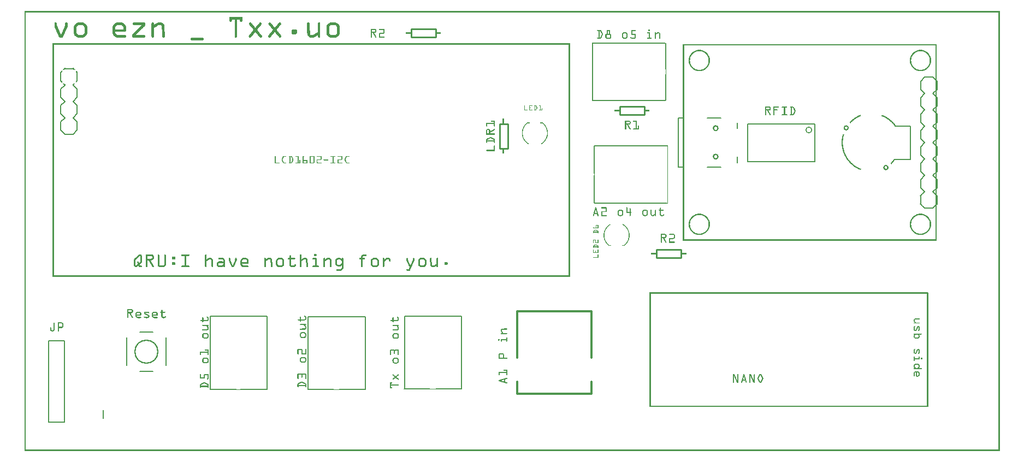
<source format=gto>
G04 MADE WITH FRITZING*
G04 WWW.FRITZING.ORG*
G04 DOUBLE SIDED*
G04 HOLES PLATED*
G04 CONTOUR ON CENTER OF CONTOUR VECTOR*
%ASAXBY*%
%FSLAX23Y23*%
%MOIN*%
%OFA0B0*%
%SFA1.0B1.0*%
%ADD10C,0.148000X0.132*%
%ADD11C,0.042189X0.030189*%
%ADD12C,0.008000*%
%ADD13C,0.010000*%
%ADD14C,0.005000*%
%ADD15C,0.006000*%
%ADD16C,0.012500*%
%ADD17R,0.001000X0.001000*%
%LNSILK1*%
G90*
G70*
G54D10*
X744Y608D03*
G54D11*
X4786Y1961D03*
G54D12*
X624Y693D02*
X624Y523D01*
D02*
X864Y523D02*
X864Y693D01*
D02*
X704Y728D02*
X784Y728D01*
D02*
X703Y488D02*
X784Y488D01*
G54D13*
D02*
X3784Y2053D02*
X3634Y2053D01*
D02*
X3634Y2053D02*
X3634Y2103D01*
D02*
X3634Y2103D02*
X3784Y2103D01*
D02*
X3784Y2103D02*
X3784Y2053D01*
G54D14*
D02*
X1730Y378D02*
X1730Y822D01*
D02*
X2079Y822D02*
X1730Y822D01*
D02*
X2079Y378D02*
X2079Y822D01*
D02*
X3911Y2142D02*
X3468Y2142D01*
D02*
X3912Y2490D02*
X3468Y2490D01*
D02*
X3922Y1514D02*
X3479Y1514D01*
D02*
X3923Y1863D02*
X3479Y1863D01*
D02*
X1133Y379D02*
X1133Y823D01*
D02*
X1481Y823D02*
X1133Y823D01*
D02*
X1481Y379D02*
X1481Y823D01*
D02*
X2319Y382D02*
X2319Y826D01*
D02*
X2667Y826D02*
X2319Y826D01*
D02*
X2667Y382D02*
X2667Y826D01*
G54D13*
D02*
X2899Y1848D02*
X2899Y1998D01*
D02*
X2899Y1998D02*
X2949Y1998D01*
D02*
X2949Y1998D02*
X2949Y1848D01*
D02*
X2949Y1848D02*
X2899Y1848D01*
G54D12*
D02*
X322Y2011D02*
X322Y1961D01*
D02*
X322Y1961D02*
X297Y1936D01*
D02*
X247Y1936D02*
X222Y1961D01*
D02*
X297Y2136D02*
X322Y2111D01*
D02*
X322Y2111D02*
X322Y2061D01*
D02*
X322Y2061D02*
X297Y2036D01*
D02*
X247Y2036D02*
X222Y2061D01*
D02*
X222Y2061D02*
X222Y2111D01*
D02*
X222Y2111D02*
X247Y2136D01*
D02*
X322Y2011D02*
X297Y2036D01*
D02*
X247Y2036D02*
X222Y2011D01*
D02*
X222Y1961D02*
X222Y2011D01*
D02*
X322Y2311D02*
X322Y2261D01*
D02*
X297Y2236D02*
X322Y2211D01*
D02*
X322Y2211D02*
X322Y2161D01*
D02*
X322Y2161D02*
X297Y2136D01*
D02*
X247Y2136D02*
X222Y2161D01*
D02*
X222Y2161D02*
X222Y2211D01*
D02*
X222Y2211D02*
X247Y2236D01*
D02*
X297Y2336D02*
X247Y2336D01*
D02*
X222Y2261D02*
X222Y2311D01*
D02*
X297Y1936D02*
X247Y1936D01*
D02*
X480Y202D02*
X480Y252D01*
D02*
X244Y179D02*
X146Y179D01*
D02*
X146Y179D02*
X146Y675D01*
D02*
X146Y675D02*
X244Y675D01*
D02*
X244Y675D02*
X244Y179D01*
D02*
X5469Y2109D02*
X5469Y2159D01*
D02*
X5469Y2159D02*
X5494Y2184D01*
D02*
X5544Y2184D02*
X5569Y2159D01*
D02*
X5494Y1984D02*
X5469Y2009D01*
D02*
X5469Y2009D02*
X5469Y2059D01*
D02*
X5469Y2059D02*
X5494Y2084D01*
D02*
X5544Y2084D02*
X5569Y2059D01*
D02*
X5569Y2059D02*
X5569Y2009D01*
D02*
X5569Y2009D02*
X5544Y1984D01*
D02*
X5469Y2109D02*
X5494Y2084D01*
D02*
X5544Y2084D02*
X5569Y2109D01*
D02*
X5569Y2159D02*
X5569Y2109D01*
D02*
X5469Y1809D02*
X5469Y1859D01*
D02*
X5469Y1859D02*
X5494Y1884D01*
D02*
X5544Y1884D02*
X5569Y1859D01*
D02*
X5494Y1884D02*
X5469Y1909D01*
D02*
X5469Y1909D02*
X5469Y1959D01*
D02*
X5469Y1959D02*
X5494Y1984D01*
D02*
X5544Y1984D02*
X5569Y1959D01*
D02*
X5569Y1959D02*
X5569Y1909D01*
D02*
X5569Y1909D02*
X5544Y1884D01*
D02*
X5494Y1684D02*
X5469Y1709D01*
D02*
X5469Y1709D02*
X5469Y1759D01*
D02*
X5469Y1759D02*
X5494Y1784D01*
D02*
X5544Y1784D02*
X5569Y1759D01*
D02*
X5569Y1759D02*
X5569Y1709D01*
D02*
X5569Y1709D02*
X5544Y1684D01*
D02*
X5469Y1809D02*
X5494Y1784D01*
D02*
X5544Y1784D02*
X5569Y1809D01*
D02*
X5569Y1859D02*
X5569Y1809D01*
D02*
X5469Y1509D02*
X5469Y1559D01*
D02*
X5494Y1584D02*
X5469Y1609D01*
D02*
X5469Y1609D02*
X5469Y1659D01*
D02*
X5469Y1659D02*
X5494Y1684D01*
D02*
X5544Y1684D02*
X5569Y1659D01*
D02*
X5569Y1659D02*
X5569Y1609D01*
D02*
X5569Y1609D02*
X5544Y1584D01*
D02*
X5494Y1484D02*
X5544Y1484D01*
D02*
X5569Y1559D02*
X5569Y1509D01*
D02*
X5469Y2209D02*
X5469Y2259D01*
D02*
X5469Y2259D02*
X5494Y2284D01*
D02*
X5494Y2284D02*
X5544Y2284D01*
D02*
X5544Y2284D02*
X5569Y2259D01*
D02*
X5469Y2209D02*
X5494Y2184D01*
D02*
X5544Y2184D02*
X5569Y2209D01*
D02*
X5569Y2259D02*
X5569Y2209D01*
D02*
X5406Y1782D02*
X5406Y1986D01*
D02*
X5406Y1986D02*
X5315Y1986D01*
D02*
X5406Y1782D02*
X5311Y1782D01*
G54D15*
D02*
X4824Y1769D02*
X4415Y1769D01*
D02*
X4415Y1769D02*
X4415Y1999D01*
D02*
X4415Y1999D02*
X4824Y1999D01*
D02*
X4824Y1999D02*
X4824Y1769D01*
G54D12*
D02*
X4168Y2034D02*
X4251Y2034D01*
D02*
X4349Y2006D02*
X4349Y1971D01*
D02*
X4349Y1797D02*
X4349Y1762D01*
D02*
X4251Y1734D02*
X4168Y1734D01*
D02*
X3991Y1734D02*
X4019Y1734D01*
D02*
X3991Y2034D02*
X4019Y2034D01*
D02*
X3991Y1734D02*
X3991Y2034D01*
G54D13*
D02*
X4008Y1180D02*
X3858Y1180D01*
D02*
X3858Y1180D02*
X3858Y1230D01*
D02*
X3858Y1230D02*
X4008Y1230D01*
D02*
X4008Y1230D02*
X4008Y1180D01*
D02*
X2510Y2528D02*
X2360Y2528D01*
D02*
X2360Y2528D02*
X2360Y2578D01*
D02*
X2360Y2578D02*
X2510Y2578D01*
D02*
X2510Y2578D02*
X2510Y2528D01*
G54D16*
X3461Y424D02*
X3461Y352D01*
X3008Y352D01*
X3008Y424D01*
D02*
X3008Y572D02*
X3008Y855D01*
X3461Y855D01*
X3461Y572D01*
D02*
G54D17*
X0Y2686D02*
X5952Y2686D01*
X0Y2685D02*
X5952Y2685D01*
X0Y2684D02*
X5952Y2684D01*
X0Y2683D02*
X5952Y2683D01*
X0Y2682D02*
X5952Y2682D01*
X0Y2681D02*
X5952Y2681D01*
X0Y2680D02*
X5952Y2680D01*
X0Y2679D02*
X5952Y2679D01*
X0Y2678D02*
X7Y2678D01*
X5945Y2678D02*
X5952Y2678D01*
X0Y2677D02*
X7Y2677D01*
X5945Y2677D02*
X5952Y2677D01*
X0Y2676D02*
X7Y2676D01*
X5945Y2676D02*
X5952Y2676D01*
X0Y2675D02*
X7Y2675D01*
X5945Y2675D02*
X5952Y2675D01*
X0Y2674D02*
X7Y2674D01*
X5945Y2674D02*
X5952Y2674D01*
X0Y2673D02*
X7Y2673D01*
X5945Y2673D02*
X5952Y2673D01*
X0Y2672D02*
X7Y2672D01*
X5945Y2672D02*
X5952Y2672D01*
X0Y2671D02*
X7Y2671D01*
X5945Y2671D02*
X5952Y2671D01*
X0Y2670D02*
X7Y2670D01*
X5945Y2670D02*
X5952Y2670D01*
X0Y2669D02*
X7Y2669D01*
X5945Y2669D02*
X5952Y2669D01*
X0Y2668D02*
X7Y2668D01*
X5945Y2668D02*
X5952Y2668D01*
X0Y2667D02*
X7Y2667D01*
X5945Y2667D02*
X5952Y2667D01*
X0Y2666D02*
X7Y2666D01*
X5945Y2666D02*
X5952Y2666D01*
X0Y2665D02*
X7Y2665D01*
X5945Y2665D02*
X5952Y2665D01*
X0Y2664D02*
X7Y2664D01*
X5945Y2664D02*
X5952Y2664D01*
X0Y2663D02*
X7Y2663D01*
X5945Y2663D02*
X5952Y2663D01*
X0Y2662D02*
X7Y2662D01*
X5945Y2662D02*
X5952Y2662D01*
X0Y2661D02*
X7Y2661D01*
X5945Y2661D02*
X5952Y2661D01*
X0Y2660D02*
X7Y2660D01*
X5945Y2660D02*
X5952Y2660D01*
X0Y2659D02*
X7Y2659D01*
X5945Y2659D02*
X5952Y2659D01*
X0Y2658D02*
X7Y2658D01*
X5945Y2658D02*
X5952Y2658D01*
X0Y2657D02*
X7Y2657D01*
X5945Y2657D02*
X5952Y2657D01*
X0Y2656D02*
X7Y2656D01*
X5945Y2656D02*
X5952Y2656D01*
X0Y2655D02*
X7Y2655D01*
X5945Y2655D02*
X5952Y2655D01*
X0Y2654D02*
X7Y2654D01*
X5945Y2654D02*
X5952Y2654D01*
X0Y2653D02*
X7Y2653D01*
X5945Y2653D02*
X5952Y2653D01*
X0Y2652D02*
X7Y2652D01*
X1250Y2652D02*
X1331Y2652D01*
X5945Y2652D02*
X5952Y2652D01*
X0Y2651D02*
X7Y2651D01*
X1250Y2651D02*
X1331Y2651D01*
X5945Y2651D02*
X5952Y2651D01*
X0Y2650D02*
X7Y2650D01*
X1250Y2650D02*
X1331Y2650D01*
X5945Y2650D02*
X5952Y2650D01*
X0Y2649D02*
X7Y2649D01*
X1250Y2649D02*
X1331Y2649D01*
X5945Y2649D02*
X5952Y2649D01*
X0Y2648D02*
X7Y2648D01*
X1250Y2648D02*
X1331Y2648D01*
X5945Y2648D02*
X5952Y2648D01*
X0Y2647D02*
X7Y2647D01*
X1250Y2647D02*
X1331Y2647D01*
X5945Y2647D02*
X5952Y2647D01*
X0Y2646D02*
X7Y2646D01*
X1250Y2646D02*
X1331Y2646D01*
X5945Y2646D02*
X5952Y2646D01*
X0Y2645D02*
X7Y2645D01*
X1250Y2645D02*
X1331Y2645D01*
X5945Y2645D02*
X5952Y2645D01*
X0Y2644D02*
X7Y2644D01*
X1250Y2644D02*
X1331Y2644D01*
X5945Y2644D02*
X5952Y2644D01*
X0Y2643D02*
X7Y2643D01*
X1250Y2643D02*
X1331Y2643D01*
X5945Y2643D02*
X5952Y2643D01*
X0Y2642D02*
X7Y2642D01*
X1250Y2642D02*
X1331Y2642D01*
X5945Y2642D02*
X5952Y2642D01*
X0Y2641D02*
X7Y2641D01*
X1250Y2641D02*
X1331Y2641D01*
X5945Y2641D02*
X5952Y2641D01*
X0Y2640D02*
X7Y2640D01*
X1250Y2640D02*
X1331Y2640D01*
X5945Y2640D02*
X5952Y2640D01*
X0Y2639D02*
X7Y2639D01*
X1250Y2639D02*
X1331Y2639D01*
X5945Y2639D02*
X5952Y2639D01*
X0Y2638D02*
X7Y2638D01*
X1250Y2638D02*
X1331Y2638D01*
X5945Y2638D02*
X5952Y2638D01*
X0Y2637D02*
X7Y2637D01*
X1250Y2637D02*
X1331Y2637D01*
X5945Y2637D02*
X5952Y2637D01*
X0Y2636D02*
X7Y2636D01*
X1250Y2636D02*
X1331Y2636D01*
X5945Y2636D02*
X5952Y2636D01*
X0Y2635D02*
X7Y2635D01*
X1250Y2635D02*
X1266Y2635D01*
X1283Y2635D02*
X1298Y2635D01*
X1315Y2635D02*
X1331Y2635D01*
X5945Y2635D02*
X5952Y2635D01*
X0Y2634D02*
X7Y2634D01*
X1250Y2634D02*
X1266Y2634D01*
X1283Y2634D02*
X1298Y2634D01*
X1315Y2634D02*
X1331Y2634D01*
X5945Y2634D02*
X5952Y2634D01*
X0Y2633D02*
X7Y2633D01*
X1250Y2633D02*
X1266Y2633D01*
X1283Y2633D02*
X1298Y2633D01*
X1315Y2633D02*
X1331Y2633D01*
X5945Y2633D02*
X5952Y2633D01*
X0Y2632D02*
X7Y2632D01*
X1250Y2632D02*
X1266Y2632D01*
X1283Y2632D02*
X1298Y2632D01*
X1315Y2632D02*
X1331Y2632D01*
X5945Y2632D02*
X5952Y2632D01*
X0Y2631D02*
X7Y2631D01*
X1250Y2631D02*
X1266Y2631D01*
X1283Y2631D02*
X1298Y2631D01*
X1315Y2631D02*
X1331Y2631D01*
X5945Y2631D02*
X5952Y2631D01*
X0Y2630D02*
X7Y2630D01*
X1250Y2630D02*
X1266Y2630D01*
X1283Y2630D02*
X1298Y2630D01*
X1315Y2630D02*
X1331Y2630D01*
X5945Y2630D02*
X5952Y2630D01*
X0Y2629D02*
X7Y2629D01*
X1250Y2629D02*
X1266Y2629D01*
X1283Y2629D02*
X1298Y2629D01*
X1315Y2629D02*
X1331Y2629D01*
X5945Y2629D02*
X5952Y2629D01*
X0Y2628D02*
X7Y2628D01*
X1251Y2628D02*
X1266Y2628D01*
X1283Y2628D02*
X1298Y2628D01*
X1316Y2628D02*
X1331Y2628D01*
X5945Y2628D02*
X5952Y2628D01*
X0Y2627D02*
X7Y2627D01*
X1251Y2627D02*
X1265Y2627D01*
X1283Y2627D02*
X1298Y2627D01*
X1316Y2627D02*
X1330Y2627D01*
X5945Y2627D02*
X5952Y2627D01*
X0Y2626D02*
X7Y2626D01*
X1251Y2626D02*
X1265Y2626D01*
X1283Y2626D02*
X1298Y2626D01*
X1316Y2626D02*
X1330Y2626D01*
X5945Y2626D02*
X5952Y2626D01*
X0Y2625D02*
X7Y2625D01*
X1252Y2625D02*
X1264Y2625D01*
X1283Y2625D02*
X1298Y2625D01*
X1317Y2625D02*
X1329Y2625D01*
X5945Y2625D02*
X5952Y2625D01*
X0Y2624D02*
X7Y2624D01*
X1253Y2624D02*
X1263Y2624D01*
X1283Y2624D02*
X1298Y2624D01*
X1318Y2624D02*
X1328Y2624D01*
X5945Y2624D02*
X5952Y2624D01*
X0Y2623D02*
X7Y2623D01*
X1254Y2623D02*
X1262Y2623D01*
X1283Y2623D02*
X1298Y2623D01*
X1319Y2623D02*
X1327Y2623D01*
X5945Y2623D02*
X5952Y2623D01*
X0Y2622D02*
X7Y2622D01*
X1256Y2622D02*
X1260Y2622D01*
X1283Y2622D02*
X1298Y2622D01*
X1321Y2622D02*
X1325Y2622D01*
X5945Y2622D02*
X5952Y2622D01*
X0Y2621D02*
X7Y2621D01*
X1283Y2621D02*
X1298Y2621D01*
X5945Y2621D02*
X5952Y2621D01*
X0Y2620D02*
X7Y2620D01*
X1283Y2620D02*
X1298Y2620D01*
X5945Y2620D02*
X5952Y2620D01*
X0Y2619D02*
X7Y2619D01*
X1283Y2619D02*
X1298Y2619D01*
X5945Y2619D02*
X5952Y2619D01*
X0Y2618D02*
X7Y2618D01*
X1283Y2618D02*
X1298Y2618D01*
X5945Y2618D02*
X5952Y2618D01*
X0Y2617D02*
X7Y2617D01*
X189Y2617D02*
X193Y2617D01*
X254Y2617D02*
X258Y2617D01*
X327Y2617D02*
X357Y2617D01*
X565Y2617D02*
X593Y2617D01*
X667Y2617D02*
X732Y2617D01*
X782Y2617D02*
X786Y2617D01*
X817Y2617D02*
X835Y2617D01*
X1283Y2617D02*
X1298Y2617D01*
X1376Y2617D02*
X1380Y2617D01*
X1438Y2617D02*
X1442Y2617D01*
X1495Y2617D02*
X1499Y2617D01*
X1556Y2617D02*
X1561Y2617D01*
X1730Y2617D02*
X1734Y2617D01*
X1795Y2617D02*
X1800Y2617D01*
X1869Y2617D02*
X1898Y2617D01*
X5945Y2617D02*
X5952Y2617D01*
X0Y2616D02*
X7Y2616D01*
X186Y2616D02*
X195Y2616D01*
X252Y2616D02*
X260Y2616D01*
X324Y2616D02*
X360Y2616D01*
X561Y2616D02*
X597Y2616D01*
X665Y2616D02*
X734Y2616D01*
X779Y2616D02*
X788Y2616D01*
X813Y2616D02*
X838Y2616D01*
X1283Y2616D02*
X1298Y2616D01*
X1374Y2616D02*
X1382Y2616D01*
X1436Y2616D02*
X1444Y2616D01*
X1493Y2616D02*
X1501Y2616D01*
X1554Y2616D02*
X1563Y2616D01*
X1728Y2616D02*
X1736Y2616D01*
X1793Y2616D02*
X1802Y2616D01*
X1865Y2616D02*
X1901Y2616D01*
X5945Y2616D02*
X5952Y2616D01*
X0Y2615D02*
X7Y2615D01*
X185Y2615D02*
X196Y2615D01*
X250Y2615D02*
X261Y2615D01*
X321Y2615D02*
X362Y2615D01*
X559Y2615D02*
X599Y2615D01*
X664Y2615D02*
X735Y2615D01*
X778Y2615D02*
X789Y2615D01*
X811Y2615D02*
X840Y2615D01*
X1283Y2615D02*
X1298Y2615D01*
X1373Y2615D02*
X1384Y2615D01*
X1435Y2615D02*
X1445Y2615D01*
X1492Y2615D02*
X1502Y2615D01*
X1553Y2615D02*
X1564Y2615D01*
X1727Y2615D02*
X1738Y2615D01*
X1792Y2615D02*
X1803Y2615D01*
X1863Y2615D02*
X1904Y2615D01*
X5945Y2615D02*
X5952Y2615D01*
X0Y2614D02*
X7Y2614D01*
X184Y2614D02*
X197Y2614D01*
X250Y2614D02*
X262Y2614D01*
X319Y2614D02*
X364Y2614D01*
X557Y2614D02*
X601Y2614D01*
X663Y2614D02*
X736Y2614D01*
X777Y2614D02*
X790Y2614D01*
X809Y2614D02*
X842Y2614D01*
X1283Y2614D02*
X1298Y2614D01*
X1372Y2614D02*
X1385Y2614D01*
X1434Y2614D02*
X1446Y2614D01*
X1491Y2614D02*
X1503Y2614D01*
X1552Y2614D02*
X1565Y2614D01*
X1726Y2614D02*
X1738Y2614D01*
X1791Y2614D02*
X1804Y2614D01*
X1861Y2614D02*
X1906Y2614D01*
X5945Y2614D02*
X5952Y2614D01*
X0Y2613D02*
X7Y2613D01*
X184Y2613D02*
X197Y2613D01*
X249Y2613D02*
X263Y2613D01*
X318Y2613D02*
X365Y2613D01*
X555Y2613D02*
X603Y2613D01*
X662Y2613D02*
X737Y2613D01*
X777Y2613D02*
X790Y2613D01*
X807Y2613D02*
X844Y2613D01*
X1283Y2613D02*
X1298Y2613D01*
X1371Y2613D02*
X1385Y2613D01*
X1433Y2613D02*
X1447Y2613D01*
X1490Y2613D02*
X1504Y2613D01*
X1551Y2613D02*
X1565Y2613D01*
X1726Y2613D02*
X1739Y2613D01*
X1791Y2613D02*
X1804Y2613D01*
X1860Y2613D02*
X1907Y2613D01*
X5945Y2613D02*
X5952Y2613D01*
X0Y2612D02*
X7Y2612D01*
X183Y2612D02*
X198Y2612D01*
X249Y2612D02*
X263Y2612D01*
X317Y2612D02*
X367Y2612D01*
X554Y2612D02*
X604Y2612D01*
X662Y2612D02*
X737Y2612D01*
X776Y2612D02*
X791Y2612D01*
X806Y2612D02*
X845Y2612D01*
X1283Y2612D02*
X1298Y2612D01*
X1371Y2612D02*
X1386Y2612D01*
X1432Y2612D02*
X1447Y2612D01*
X1490Y2612D02*
X1505Y2612D01*
X1551Y2612D02*
X1566Y2612D01*
X1725Y2612D02*
X1740Y2612D01*
X1790Y2612D02*
X1805Y2612D01*
X1858Y2612D02*
X1908Y2612D01*
X5945Y2612D02*
X5952Y2612D01*
X0Y2611D02*
X7Y2611D01*
X183Y2611D02*
X198Y2611D01*
X248Y2611D02*
X263Y2611D01*
X315Y2611D02*
X368Y2611D01*
X553Y2611D02*
X605Y2611D01*
X661Y2611D02*
X738Y2611D01*
X776Y2611D02*
X791Y2611D01*
X804Y2611D02*
X846Y2611D01*
X1283Y2611D02*
X1298Y2611D01*
X1371Y2611D02*
X1387Y2611D01*
X1431Y2611D02*
X1447Y2611D01*
X1489Y2611D02*
X1506Y2611D01*
X1550Y2611D02*
X1566Y2611D01*
X1725Y2611D02*
X1740Y2611D01*
X1790Y2611D02*
X1805Y2611D01*
X1857Y2611D02*
X1910Y2611D01*
X5945Y2611D02*
X5952Y2611D01*
X0Y2610D02*
X7Y2610D01*
X183Y2610D02*
X198Y2610D01*
X248Y2610D02*
X264Y2610D01*
X314Y2610D02*
X369Y2610D01*
X551Y2610D02*
X607Y2610D01*
X661Y2610D02*
X738Y2610D01*
X776Y2610D02*
X791Y2610D01*
X803Y2610D02*
X847Y2610D01*
X1283Y2610D02*
X1298Y2610D01*
X1371Y2610D02*
X1388Y2610D01*
X1430Y2610D02*
X1448Y2610D01*
X1489Y2610D02*
X1506Y2610D01*
X1549Y2610D02*
X1566Y2610D01*
X1725Y2610D02*
X1740Y2610D01*
X1790Y2610D02*
X1805Y2610D01*
X1856Y2610D02*
X1911Y2610D01*
X5945Y2610D02*
X5952Y2610D01*
X0Y2609D02*
X7Y2609D01*
X183Y2609D02*
X198Y2609D01*
X248Y2609D02*
X264Y2609D01*
X313Y2609D02*
X370Y2609D01*
X550Y2609D02*
X608Y2609D01*
X661Y2609D02*
X738Y2609D01*
X776Y2609D02*
X791Y2609D01*
X801Y2609D02*
X848Y2609D01*
X1283Y2609D02*
X1298Y2609D01*
X1370Y2609D02*
X1389Y2609D01*
X1430Y2609D02*
X1448Y2609D01*
X1489Y2609D02*
X1507Y2609D01*
X1548Y2609D02*
X1566Y2609D01*
X1725Y2609D02*
X1740Y2609D01*
X1790Y2609D02*
X1805Y2609D01*
X1855Y2609D02*
X1912Y2609D01*
X5945Y2609D02*
X5952Y2609D01*
X0Y2608D02*
X7Y2608D01*
X183Y2608D02*
X198Y2608D01*
X248Y2608D02*
X264Y2608D01*
X312Y2608D02*
X372Y2608D01*
X549Y2608D02*
X609Y2608D01*
X661Y2608D02*
X738Y2608D01*
X776Y2608D02*
X791Y2608D01*
X800Y2608D02*
X849Y2608D01*
X1283Y2608D02*
X1298Y2608D01*
X1371Y2608D02*
X1390Y2608D01*
X1429Y2608D02*
X1448Y2608D01*
X1489Y2608D02*
X1508Y2608D01*
X1547Y2608D02*
X1566Y2608D01*
X1725Y2608D02*
X1740Y2608D01*
X1790Y2608D02*
X1805Y2608D01*
X1854Y2608D02*
X1913Y2608D01*
X5945Y2608D02*
X5952Y2608D01*
X0Y2607D02*
X7Y2607D01*
X183Y2607D02*
X198Y2607D01*
X248Y2607D02*
X264Y2607D01*
X311Y2607D02*
X373Y2607D01*
X548Y2607D02*
X610Y2607D01*
X661Y2607D02*
X738Y2607D01*
X776Y2607D02*
X791Y2607D01*
X798Y2607D02*
X850Y2607D01*
X1283Y2607D02*
X1298Y2607D01*
X1371Y2607D02*
X1390Y2607D01*
X1428Y2607D02*
X1447Y2607D01*
X1489Y2607D02*
X1509Y2607D01*
X1547Y2607D02*
X1566Y2607D01*
X1725Y2607D02*
X1740Y2607D01*
X1790Y2607D02*
X1805Y2607D01*
X1853Y2607D02*
X1915Y2607D01*
X5945Y2607D02*
X5952Y2607D01*
X0Y2606D02*
X7Y2606D01*
X183Y2606D02*
X198Y2606D01*
X248Y2606D02*
X264Y2606D01*
X310Y2606D02*
X374Y2606D01*
X547Y2606D02*
X611Y2606D01*
X662Y2606D02*
X738Y2606D01*
X776Y2606D02*
X791Y2606D01*
X796Y2606D02*
X851Y2606D01*
X1283Y2606D02*
X1298Y2606D01*
X1371Y2606D02*
X1391Y2606D01*
X1427Y2606D02*
X1447Y2606D01*
X1490Y2606D02*
X1510Y2606D01*
X1546Y2606D02*
X1566Y2606D01*
X1725Y2606D02*
X1740Y2606D01*
X1790Y2606D02*
X1805Y2606D01*
X1851Y2606D02*
X1916Y2606D01*
X5945Y2606D02*
X5952Y2606D01*
X0Y2605D02*
X7Y2605D01*
X183Y2605D02*
X198Y2605D01*
X248Y2605D02*
X264Y2605D01*
X309Y2605D02*
X375Y2605D01*
X546Y2605D02*
X612Y2605D01*
X662Y2605D02*
X738Y2605D01*
X776Y2605D02*
X791Y2605D01*
X795Y2605D02*
X851Y2605D01*
X1283Y2605D02*
X1298Y2605D01*
X1372Y2605D02*
X1392Y2605D01*
X1426Y2605D02*
X1446Y2605D01*
X1490Y2605D02*
X1511Y2605D01*
X1545Y2605D02*
X1565Y2605D01*
X1725Y2605D02*
X1740Y2605D01*
X1790Y2605D02*
X1805Y2605D01*
X1850Y2605D02*
X1917Y2605D01*
X5945Y2605D02*
X5952Y2605D01*
X0Y2604D02*
X7Y2604D01*
X183Y2604D02*
X198Y2604D01*
X248Y2604D02*
X264Y2604D01*
X308Y2604D02*
X376Y2604D01*
X545Y2604D02*
X613Y2604D01*
X663Y2604D02*
X738Y2604D01*
X776Y2604D02*
X852Y2604D01*
X1283Y2604D02*
X1298Y2604D01*
X1372Y2604D02*
X1393Y2604D01*
X1425Y2604D02*
X1446Y2604D01*
X1491Y2604D02*
X1511Y2604D01*
X1544Y2604D02*
X1564Y2604D01*
X1725Y2604D02*
X1740Y2604D01*
X1790Y2604D02*
X1805Y2604D01*
X1850Y2604D02*
X1918Y2604D01*
X5945Y2604D02*
X5952Y2604D01*
X0Y2603D02*
X7Y2603D01*
X183Y2603D02*
X198Y2603D01*
X248Y2603D02*
X264Y2603D01*
X307Y2603D02*
X377Y2603D01*
X544Y2603D02*
X614Y2603D01*
X664Y2603D02*
X738Y2603D01*
X776Y2603D02*
X852Y2603D01*
X1283Y2603D02*
X1298Y2603D01*
X1373Y2603D02*
X1394Y2603D01*
X1425Y2603D02*
X1445Y2603D01*
X1492Y2603D02*
X1512Y2603D01*
X1543Y2603D02*
X1564Y2603D01*
X1725Y2603D02*
X1740Y2603D01*
X1790Y2603D02*
X1805Y2603D01*
X1849Y2603D02*
X1919Y2603D01*
X5945Y2603D02*
X5952Y2603D01*
X0Y2602D02*
X7Y2602D01*
X183Y2602D02*
X198Y2602D01*
X248Y2602D02*
X264Y2602D01*
X306Y2602D02*
X378Y2602D01*
X543Y2602D02*
X615Y2602D01*
X665Y2602D02*
X738Y2602D01*
X776Y2602D02*
X853Y2602D01*
X1283Y2602D02*
X1298Y2602D01*
X1374Y2602D02*
X1394Y2602D01*
X1424Y2602D02*
X1444Y2602D01*
X1493Y2602D02*
X1513Y2602D01*
X1542Y2602D02*
X1563Y2602D01*
X1725Y2602D02*
X1740Y2602D01*
X1790Y2602D02*
X1805Y2602D01*
X1848Y2602D02*
X1919Y2602D01*
X5945Y2602D02*
X5952Y2602D01*
X0Y2601D02*
X7Y2601D01*
X183Y2601D02*
X198Y2601D01*
X248Y2601D02*
X264Y2601D01*
X306Y2601D02*
X378Y2601D01*
X543Y2601D02*
X615Y2601D01*
X668Y2601D02*
X738Y2601D01*
X776Y2601D02*
X853Y2601D01*
X1283Y2601D02*
X1298Y2601D01*
X1375Y2601D02*
X1395Y2601D01*
X1423Y2601D02*
X1443Y2601D01*
X1493Y2601D02*
X1514Y2601D01*
X1542Y2601D02*
X1562Y2601D01*
X1725Y2601D02*
X1740Y2601D01*
X1790Y2601D02*
X1805Y2601D01*
X1847Y2601D02*
X1920Y2601D01*
X5945Y2601D02*
X5952Y2601D01*
X0Y2600D02*
X7Y2600D01*
X183Y2600D02*
X198Y2600D01*
X248Y2600D02*
X264Y2600D01*
X305Y2600D02*
X327Y2600D01*
X356Y2600D02*
X379Y2600D01*
X542Y2600D02*
X564Y2600D01*
X593Y2600D02*
X616Y2600D01*
X717Y2600D02*
X738Y2600D01*
X776Y2600D02*
X817Y2600D01*
X834Y2600D02*
X853Y2600D01*
X1283Y2600D02*
X1298Y2600D01*
X1376Y2600D02*
X1396Y2600D01*
X1422Y2600D02*
X1443Y2600D01*
X1494Y2600D02*
X1515Y2600D01*
X1541Y2600D02*
X1561Y2600D01*
X1725Y2600D02*
X1740Y2600D01*
X1790Y2600D02*
X1805Y2600D01*
X1847Y2600D02*
X1869Y2600D01*
X1898Y2600D02*
X1921Y2600D01*
X5945Y2600D02*
X5952Y2600D01*
X0Y2599D02*
X7Y2599D01*
X183Y2599D02*
X198Y2599D01*
X248Y2599D02*
X264Y2599D01*
X304Y2599D02*
X326Y2599D01*
X358Y2599D02*
X379Y2599D01*
X542Y2599D02*
X563Y2599D01*
X595Y2599D02*
X617Y2599D01*
X716Y2599D02*
X737Y2599D01*
X776Y2599D02*
X815Y2599D01*
X836Y2599D02*
X854Y2599D01*
X1283Y2599D02*
X1298Y2599D01*
X1376Y2599D02*
X1397Y2599D01*
X1421Y2599D02*
X1442Y2599D01*
X1495Y2599D02*
X1516Y2599D01*
X1540Y2599D02*
X1560Y2599D01*
X1725Y2599D02*
X1740Y2599D01*
X1790Y2599D02*
X1805Y2599D01*
X1846Y2599D02*
X1867Y2599D01*
X1900Y2599D02*
X1921Y2599D01*
X5945Y2599D02*
X5952Y2599D01*
X0Y2598D02*
X7Y2598D01*
X183Y2598D02*
X198Y2598D01*
X248Y2598D02*
X264Y2598D01*
X304Y2598D02*
X324Y2598D01*
X360Y2598D02*
X380Y2598D01*
X541Y2598D02*
X562Y2598D01*
X597Y2598D02*
X617Y2598D01*
X714Y2598D02*
X737Y2598D01*
X776Y2598D02*
X814Y2598D01*
X837Y2598D02*
X854Y2598D01*
X1283Y2598D02*
X1298Y2598D01*
X1377Y2598D02*
X1398Y2598D01*
X1420Y2598D02*
X1441Y2598D01*
X1496Y2598D02*
X1516Y2598D01*
X1539Y2598D02*
X1560Y2598D01*
X1725Y2598D02*
X1740Y2598D01*
X1790Y2598D02*
X1805Y2598D01*
X1846Y2598D02*
X1866Y2598D01*
X1901Y2598D02*
X1922Y2598D01*
X5945Y2598D02*
X5952Y2598D01*
X0Y2597D02*
X7Y2597D01*
X183Y2597D02*
X199Y2597D01*
X248Y2597D02*
X264Y2597D01*
X303Y2597D02*
X323Y2597D01*
X361Y2597D02*
X380Y2597D01*
X541Y2597D02*
X560Y2597D01*
X598Y2597D02*
X618Y2597D01*
X713Y2597D02*
X736Y2597D01*
X776Y2597D02*
X812Y2597D01*
X837Y2597D02*
X854Y2597D01*
X1283Y2597D02*
X1298Y2597D01*
X1378Y2597D02*
X1399Y2597D01*
X1420Y2597D02*
X1440Y2597D01*
X1497Y2597D02*
X1517Y2597D01*
X1538Y2597D02*
X1559Y2597D01*
X1725Y2597D02*
X1740Y2597D01*
X1790Y2597D02*
X1805Y2597D01*
X1845Y2597D02*
X1865Y2597D01*
X1903Y2597D02*
X1922Y2597D01*
X5945Y2597D02*
X5952Y2597D01*
X0Y2596D02*
X7Y2596D01*
X183Y2596D02*
X199Y2596D01*
X248Y2596D02*
X264Y2596D01*
X303Y2596D02*
X322Y2596D01*
X362Y2596D02*
X381Y2596D01*
X540Y2596D02*
X559Y2596D01*
X599Y2596D02*
X618Y2596D01*
X712Y2596D02*
X735Y2596D01*
X776Y2596D02*
X811Y2596D01*
X838Y2596D02*
X854Y2596D01*
X1283Y2596D02*
X1298Y2596D01*
X1379Y2596D02*
X1399Y2596D01*
X1419Y2596D02*
X1439Y2596D01*
X1498Y2596D02*
X1518Y2596D01*
X1537Y2596D02*
X1558Y2596D01*
X1725Y2596D02*
X1741Y2596D01*
X1790Y2596D02*
X1805Y2596D01*
X1845Y2596D02*
X1864Y2596D01*
X1904Y2596D02*
X1923Y2596D01*
X5945Y2596D02*
X5952Y2596D01*
X0Y2595D02*
X7Y2595D01*
X183Y2595D02*
X199Y2595D01*
X247Y2595D02*
X264Y2595D01*
X303Y2595D02*
X321Y2595D01*
X363Y2595D02*
X381Y2595D01*
X540Y2595D02*
X558Y2595D01*
X600Y2595D02*
X618Y2595D01*
X711Y2595D02*
X734Y2595D01*
X776Y2595D02*
X809Y2595D01*
X838Y2595D02*
X854Y2595D01*
X1283Y2595D02*
X1298Y2595D01*
X1380Y2595D02*
X1400Y2595D01*
X1418Y2595D02*
X1438Y2595D01*
X1498Y2595D02*
X1519Y2595D01*
X1537Y2595D02*
X1557Y2595D01*
X1725Y2595D02*
X1741Y2595D01*
X1790Y2595D02*
X1805Y2595D01*
X1844Y2595D02*
X1863Y2595D01*
X1905Y2595D02*
X1923Y2595D01*
X5945Y2595D02*
X5952Y2595D01*
X0Y2594D02*
X7Y2594D01*
X183Y2594D02*
X200Y2594D01*
X247Y2594D02*
X263Y2594D01*
X302Y2594D02*
X320Y2594D01*
X364Y2594D02*
X381Y2594D01*
X540Y2594D02*
X557Y2594D01*
X601Y2594D02*
X619Y2594D01*
X710Y2594D02*
X733Y2594D01*
X776Y2594D02*
X807Y2594D01*
X839Y2594D02*
X854Y2594D01*
X1283Y2594D02*
X1298Y2594D01*
X1381Y2594D02*
X1401Y2594D01*
X1417Y2594D02*
X1438Y2594D01*
X1499Y2594D02*
X1520Y2594D01*
X1536Y2594D02*
X1556Y2594D01*
X1725Y2594D02*
X1741Y2594D01*
X1790Y2594D02*
X1805Y2594D01*
X1844Y2594D02*
X1862Y2594D01*
X1906Y2594D02*
X1923Y2594D01*
X5945Y2594D02*
X5952Y2594D01*
X0Y2593D02*
X7Y2593D01*
X183Y2593D02*
X200Y2593D01*
X246Y2593D02*
X263Y2593D01*
X302Y2593D02*
X319Y2593D01*
X365Y2593D02*
X382Y2593D01*
X539Y2593D02*
X556Y2593D01*
X602Y2593D02*
X619Y2593D01*
X709Y2593D02*
X732Y2593D01*
X776Y2593D02*
X806Y2593D01*
X839Y2593D02*
X854Y2593D01*
X1283Y2593D02*
X1298Y2593D01*
X1381Y2593D02*
X1402Y2593D01*
X1416Y2593D02*
X1437Y2593D01*
X1500Y2593D02*
X1521Y2593D01*
X1535Y2593D02*
X1555Y2593D01*
X1725Y2593D02*
X1741Y2593D01*
X1790Y2593D02*
X1805Y2593D01*
X1844Y2593D02*
X1861Y2593D01*
X1906Y2593D02*
X1923Y2593D01*
X5945Y2593D02*
X5952Y2593D01*
X0Y2592D02*
X7Y2592D01*
X183Y2592D02*
X201Y2592D01*
X246Y2592D02*
X263Y2592D01*
X302Y2592D02*
X318Y2592D01*
X365Y2592D02*
X382Y2592D01*
X539Y2592D02*
X555Y2592D01*
X603Y2592D02*
X619Y2592D01*
X708Y2592D02*
X731Y2592D01*
X776Y2592D02*
X804Y2592D01*
X839Y2592D02*
X854Y2592D01*
X1283Y2592D02*
X1298Y2592D01*
X1382Y2592D02*
X1403Y2592D01*
X1416Y2592D02*
X1436Y2592D01*
X1501Y2592D02*
X1521Y2592D01*
X1534Y2592D02*
X1555Y2592D01*
X1725Y2592D02*
X1741Y2592D01*
X1790Y2592D02*
X1805Y2592D01*
X1844Y2592D02*
X1860Y2592D01*
X1907Y2592D02*
X1924Y2592D01*
X5945Y2592D02*
X5952Y2592D01*
X0Y2591D02*
X7Y2591D01*
X184Y2591D02*
X201Y2591D01*
X245Y2591D02*
X262Y2591D01*
X302Y2591D02*
X318Y2591D01*
X366Y2591D02*
X382Y2591D01*
X539Y2591D02*
X555Y2591D01*
X603Y2591D02*
X619Y2591D01*
X707Y2591D02*
X730Y2591D01*
X776Y2591D02*
X803Y2591D01*
X839Y2591D02*
X855Y2591D01*
X1283Y2591D02*
X1298Y2591D01*
X1383Y2591D02*
X1404Y2591D01*
X1415Y2591D02*
X1435Y2591D01*
X1502Y2591D02*
X1522Y2591D01*
X1533Y2591D02*
X1554Y2591D01*
X1725Y2591D02*
X1741Y2591D01*
X1790Y2591D02*
X1805Y2591D01*
X1843Y2591D02*
X1859Y2591D01*
X1908Y2591D02*
X1924Y2591D01*
X5945Y2591D02*
X5952Y2591D01*
X0Y2590D02*
X7Y2590D01*
X184Y2590D02*
X201Y2590D01*
X245Y2590D02*
X262Y2590D01*
X302Y2590D02*
X317Y2590D01*
X366Y2590D02*
X382Y2590D01*
X539Y2590D02*
X555Y2590D01*
X603Y2590D02*
X619Y2590D01*
X706Y2590D02*
X729Y2590D01*
X776Y2590D02*
X801Y2590D01*
X839Y2590D02*
X855Y2590D01*
X1283Y2590D02*
X1298Y2590D01*
X1384Y2590D02*
X1404Y2590D01*
X1414Y2590D02*
X1434Y2590D01*
X1503Y2590D02*
X1523Y2590D01*
X1532Y2590D02*
X1553Y2590D01*
X1725Y2590D02*
X1741Y2590D01*
X1790Y2590D02*
X1805Y2590D01*
X1843Y2590D02*
X1859Y2590D01*
X1908Y2590D02*
X1924Y2590D01*
X5945Y2590D02*
X5952Y2590D01*
X0Y2589D02*
X7Y2589D01*
X185Y2589D02*
X202Y2589D01*
X245Y2589D02*
X262Y2589D01*
X302Y2589D02*
X317Y2589D01*
X366Y2589D02*
X382Y2589D01*
X539Y2589D02*
X554Y2589D01*
X604Y2589D02*
X619Y2589D01*
X705Y2589D02*
X728Y2589D01*
X776Y2589D02*
X800Y2589D01*
X839Y2589D02*
X855Y2589D01*
X1283Y2589D02*
X1298Y2589D01*
X1385Y2589D02*
X1405Y2589D01*
X1413Y2589D02*
X1433Y2589D01*
X1503Y2589D02*
X1524Y2589D01*
X1532Y2589D02*
X1552Y2589D01*
X1725Y2589D02*
X1741Y2589D01*
X1790Y2589D02*
X1805Y2589D01*
X1843Y2589D02*
X1859Y2589D01*
X1908Y2589D02*
X1924Y2589D01*
X5945Y2589D02*
X5952Y2589D01*
X0Y2588D02*
X7Y2588D01*
X185Y2588D02*
X202Y2588D01*
X244Y2588D02*
X261Y2588D01*
X301Y2588D02*
X317Y2588D01*
X367Y2588D02*
X382Y2588D01*
X539Y2588D02*
X554Y2588D01*
X604Y2588D02*
X619Y2588D01*
X704Y2588D02*
X727Y2588D01*
X776Y2588D02*
X798Y2588D01*
X839Y2588D02*
X855Y2588D01*
X1283Y2588D02*
X1298Y2588D01*
X1386Y2588D02*
X1406Y2588D01*
X1412Y2588D02*
X1433Y2588D01*
X1504Y2588D02*
X1525Y2588D01*
X1531Y2588D02*
X1551Y2588D01*
X1725Y2588D02*
X1741Y2588D01*
X1790Y2588D02*
X1805Y2588D01*
X1843Y2588D02*
X1859Y2588D01*
X1908Y2588D02*
X1924Y2588D01*
X5945Y2588D02*
X5952Y2588D01*
X0Y2587D02*
X7Y2587D01*
X186Y2587D02*
X203Y2587D01*
X244Y2587D02*
X261Y2587D01*
X301Y2587D02*
X317Y2587D01*
X367Y2587D02*
X382Y2587D01*
X539Y2587D02*
X554Y2587D01*
X604Y2587D02*
X619Y2587D01*
X703Y2587D02*
X726Y2587D01*
X776Y2587D02*
X797Y2587D01*
X839Y2587D02*
X855Y2587D01*
X1283Y2587D02*
X1298Y2587D01*
X1386Y2587D02*
X1407Y2587D01*
X1411Y2587D02*
X1432Y2587D01*
X1505Y2587D02*
X1526Y2587D01*
X1530Y2587D02*
X1550Y2587D01*
X1725Y2587D02*
X1741Y2587D01*
X1790Y2587D02*
X1805Y2587D01*
X1843Y2587D02*
X1859Y2587D01*
X1908Y2587D02*
X1924Y2587D01*
X5945Y2587D02*
X5952Y2587D01*
X0Y2586D02*
X7Y2586D01*
X186Y2586D02*
X203Y2586D01*
X243Y2586D02*
X260Y2586D01*
X301Y2586D02*
X317Y2586D01*
X367Y2586D02*
X382Y2586D01*
X539Y2586D02*
X554Y2586D01*
X604Y2586D02*
X619Y2586D01*
X702Y2586D02*
X725Y2586D01*
X776Y2586D02*
X795Y2586D01*
X839Y2586D02*
X855Y2586D01*
X1283Y2586D02*
X1298Y2586D01*
X1387Y2586D02*
X1408Y2586D01*
X1411Y2586D02*
X1431Y2586D01*
X1506Y2586D02*
X1526Y2586D01*
X1529Y2586D02*
X1550Y2586D01*
X1725Y2586D02*
X1741Y2586D01*
X1790Y2586D02*
X1805Y2586D01*
X1843Y2586D02*
X1859Y2586D01*
X1908Y2586D02*
X1924Y2586D01*
X5945Y2586D02*
X5952Y2586D01*
X0Y2585D02*
X7Y2585D01*
X187Y2585D02*
X204Y2585D01*
X243Y2585D02*
X260Y2585D01*
X301Y2585D02*
X317Y2585D01*
X367Y2585D02*
X382Y2585D01*
X539Y2585D02*
X554Y2585D01*
X604Y2585D02*
X619Y2585D01*
X701Y2585D02*
X724Y2585D01*
X776Y2585D02*
X794Y2585D01*
X839Y2585D02*
X855Y2585D01*
X1283Y2585D02*
X1298Y2585D01*
X1388Y2585D02*
X1430Y2585D01*
X1507Y2585D02*
X1549Y2585D01*
X1725Y2585D02*
X1741Y2585D01*
X1790Y2585D02*
X1805Y2585D01*
X1843Y2585D02*
X1859Y2585D01*
X1908Y2585D02*
X1924Y2585D01*
X5945Y2585D02*
X5952Y2585D01*
X0Y2584D02*
X7Y2584D01*
X187Y2584D02*
X204Y2584D01*
X242Y2584D02*
X259Y2584D01*
X301Y2584D02*
X317Y2584D01*
X367Y2584D02*
X382Y2584D01*
X539Y2584D02*
X554Y2584D01*
X604Y2584D02*
X619Y2584D01*
X700Y2584D02*
X723Y2584D01*
X776Y2584D02*
X792Y2584D01*
X839Y2584D02*
X855Y2584D01*
X1283Y2584D02*
X1298Y2584D01*
X1389Y2584D02*
X1429Y2584D01*
X1508Y2584D02*
X1548Y2584D01*
X1725Y2584D02*
X1741Y2584D01*
X1790Y2584D02*
X1805Y2584D01*
X1843Y2584D02*
X1859Y2584D01*
X1908Y2584D02*
X1924Y2584D01*
X5945Y2584D02*
X5952Y2584D01*
X0Y2583D02*
X7Y2583D01*
X187Y2583D02*
X205Y2583D01*
X242Y2583D02*
X259Y2583D01*
X301Y2583D02*
X317Y2583D01*
X367Y2583D02*
X382Y2583D01*
X539Y2583D02*
X554Y2583D01*
X604Y2583D02*
X619Y2583D01*
X699Y2583D02*
X722Y2583D01*
X776Y2583D02*
X791Y2583D01*
X839Y2583D02*
X855Y2583D01*
X1283Y2583D02*
X1298Y2583D01*
X1390Y2583D02*
X1428Y2583D01*
X1508Y2583D02*
X1547Y2583D01*
X1725Y2583D02*
X1741Y2583D01*
X1790Y2583D02*
X1805Y2583D01*
X1843Y2583D02*
X1859Y2583D01*
X1908Y2583D02*
X1924Y2583D01*
X5945Y2583D02*
X5952Y2583D01*
X0Y2582D02*
X7Y2582D01*
X188Y2582D02*
X205Y2582D01*
X241Y2582D02*
X258Y2582D01*
X301Y2582D02*
X317Y2582D01*
X367Y2582D02*
X382Y2582D01*
X539Y2582D02*
X554Y2582D01*
X604Y2582D02*
X619Y2582D01*
X698Y2582D02*
X721Y2582D01*
X776Y2582D02*
X791Y2582D01*
X839Y2582D02*
X855Y2582D01*
X1283Y2582D02*
X1298Y2582D01*
X1391Y2582D02*
X1428Y2582D01*
X1509Y2582D02*
X1546Y2582D01*
X1725Y2582D02*
X1741Y2582D01*
X1790Y2582D02*
X1805Y2582D01*
X1843Y2582D02*
X1859Y2582D01*
X1908Y2582D02*
X1924Y2582D01*
X5945Y2582D02*
X5952Y2582D01*
X0Y2581D02*
X7Y2581D01*
X188Y2581D02*
X205Y2581D01*
X241Y2581D02*
X258Y2581D01*
X301Y2581D02*
X317Y2581D01*
X367Y2581D02*
X382Y2581D01*
X539Y2581D02*
X554Y2581D01*
X604Y2581D02*
X619Y2581D01*
X697Y2581D02*
X720Y2581D01*
X776Y2581D02*
X791Y2581D01*
X839Y2581D02*
X855Y2581D01*
X1283Y2581D02*
X1298Y2581D01*
X1391Y2581D02*
X1427Y2581D01*
X1510Y2581D02*
X1545Y2581D01*
X1726Y2581D02*
X1741Y2581D01*
X1790Y2581D02*
X1805Y2581D01*
X1843Y2581D02*
X1859Y2581D01*
X1908Y2581D02*
X1924Y2581D01*
X5945Y2581D02*
X5952Y2581D01*
X0Y2580D02*
X7Y2580D01*
X189Y2580D02*
X206Y2580D01*
X241Y2580D02*
X258Y2580D01*
X301Y2580D02*
X317Y2580D01*
X367Y2580D02*
X382Y2580D01*
X539Y2580D02*
X554Y2580D01*
X604Y2580D02*
X619Y2580D01*
X696Y2580D02*
X719Y2580D01*
X776Y2580D02*
X791Y2580D01*
X839Y2580D02*
X855Y2580D01*
X1283Y2580D02*
X1298Y2580D01*
X1392Y2580D02*
X1426Y2580D01*
X1511Y2580D02*
X1545Y2580D01*
X1726Y2580D02*
X1741Y2580D01*
X1790Y2580D02*
X1805Y2580D01*
X1843Y2580D02*
X1859Y2580D01*
X1908Y2580D02*
X1924Y2580D01*
X5945Y2580D02*
X5952Y2580D01*
X0Y2579D02*
X7Y2579D01*
X189Y2579D02*
X206Y2579D01*
X240Y2579D02*
X257Y2579D01*
X301Y2579D02*
X317Y2579D01*
X367Y2579D02*
X382Y2579D01*
X539Y2579D02*
X554Y2579D01*
X604Y2579D02*
X619Y2579D01*
X695Y2579D02*
X718Y2579D01*
X776Y2579D02*
X791Y2579D01*
X839Y2579D02*
X855Y2579D01*
X1283Y2579D02*
X1298Y2579D01*
X1393Y2579D02*
X1425Y2579D01*
X1512Y2579D02*
X1544Y2579D01*
X1726Y2579D02*
X1741Y2579D01*
X1790Y2579D02*
X1805Y2579D01*
X1843Y2579D02*
X1859Y2579D01*
X1908Y2579D02*
X1924Y2579D01*
X5945Y2579D02*
X5952Y2579D01*
X0Y2578D02*
X7Y2578D01*
X190Y2578D02*
X207Y2578D01*
X240Y2578D02*
X257Y2578D01*
X301Y2578D02*
X317Y2578D01*
X367Y2578D02*
X382Y2578D01*
X539Y2578D02*
X554Y2578D01*
X604Y2578D02*
X619Y2578D01*
X694Y2578D02*
X716Y2578D01*
X776Y2578D02*
X791Y2578D01*
X839Y2578D02*
X855Y2578D01*
X1283Y2578D02*
X1298Y2578D01*
X1394Y2578D02*
X1424Y2578D01*
X1512Y2578D02*
X1543Y2578D01*
X1726Y2578D02*
X1741Y2578D01*
X1790Y2578D02*
X1805Y2578D01*
X1843Y2578D02*
X1859Y2578D01*
X1908Y2578D02*
X1924Y2578D01*
X2115Y2578D02*
X2139Y2578D01*
X2167Y2578D02*
X2193Y2578D01*
X5945Y2578D02*
X5952Y2578D01*
X0Y2577D02*
X7Y2577D01*
X190Y2577D02*
X207Y2577D01*
X239Y2577D02*
X256Y2577D01*
X301Y2577D02*
X317Y2577D01*
X367Y2577D02*
X382Y2577D01*
X539Y2577D02*
X554Y2577D01*
X604Y2577D02*
X619Y2577D01*
X693Y2577D02*
X715Y2577D01*
X776Y2577D02*
X791Y2577D01*
X839Y2577D02*
X855Y2577D01*
X1283Y2577D02*
X1298Y2577D01*
X1395Y2577D02*
X1423Y2577D01*
X1513Y2577D02*
X1542Y2577D01*
X1726Y2577D02*
X1741Y2577D01*
X1790Y2577D02*
X1805Y2577D01*
X1843Y2577D02*
X1859Y2577D01*
X1908Y2577D02*
X1924Y2577D01*
X2115Y2577D02*
X2142Y2577D01*
X2166Y2577D02*
X2195Y2577D01*
X5945Y2577D02*
X5952Y2577D01*
X0Y2576D02*
X7Y2576D01*
X190Y2576D02*
X208Y2576D01*
X239Y2576D02*
X256Y2576D01*
X301Y2576D02*
X317Y2576D01*
X367Y2576D02*
X382Y2576D01*
X539Y2576D02*
X554Y2576D01*
X604Y2576D02*
X619Y2576D01*
X692Y2576D02*
X714Y2576D01*
X776Y2576D02*
X791Y2576D01*
X839Y2576D02*
X855Y2576D01*
X1283Y2576D02*
X1298Y2576D01*
X1396Y2576D02*
X1423Y2576D01*
X1514Y2576D02*
X1541Y2576D01*
X1726Y2576D02*
X1741Y2576D01*
X1790Y2576D02*
X1805Y2576D01*
X1843Y2576D02*
X1859Y2576D01*
X1908Y2576D02*
X1924Y2576D01*
X2115Y2576D02*
X2144Y2576D01*
X2165Y2576D02*
X2196Y2576D01*
X5945Y2576D02*
X5952Y2576D01*
X0Y2575D02*
X7Y2575D01*
X191Y2575D02*
X208Y2575D01*
X238Y2575D02*
X255Y2575D01*
X301Y2575D02*
X317Y2575D01*
X367Y2575D02*
X382Y2575D01*
X539Y2575D02*
X619Y2575D01*
X691Y2575D02*
X713Y2575D01*
X776Y2575D02*
X791Y2575D01*
X839Y2575D02*
X855Y2575D01*
X1283Y2575D02*
X1298Y2575D01*
X1396Y2575D02*
X1422Y2575D01*
X1515Y2575D02*
X1540Y2575D01*
X1636Y2575D02*
X1657Y2575D01*
X1726Y2575D02*
X1741Y2575D01*
X1790Y2575D02*
X1805Y2575D01*
X1843Y2575D02*
X1859Y2575D01*
X1908Y2575D02*
X1924Y2575D01*
X2115Y2575D02*
X2145Y2575D01*
X2165Y2575D02*
X2197Y2575D01*
X3810Y2575D02*
X3815Y2575D01*
X5945Y2575D02*
X5952Y2575D01*
X0Y2574D02*
X7Y2574D01*
X191Y2574D02*
X208Y2574D01*
X238Y2574D02*
X255Y2574D01*
X301Y2574D02*
X317Y2574D01*
X367Y2574D02*
X382Y2574D01*
X539Y2574D02*
X619Y2574D01*
X689Y2574D02*
X712Y2574D01*
X776Y2574D02*
X791Y2574D01*
X840Y2574D02*
X855Y2574D01*
X1283Y2574D02*
X1298Y2574D01*
X1397Y2574D02*
X1421Y2574D01*
X1516Y2574D02*
X1540Y2574D01*
X1634Y2574D02*
X1659Y2574D01*
X1726Y2574D02*
X1741Y2574D01*
X1790Y2574D02*
X1805Y2574D01*
X1843Y2574D02*
X1859Y2574D01*
X1908Y2574D02*
X1924Y2574D01*
X2115Y2574D02*
X2146Y2574D01*
X2165Y2574D02*
X2198Y2574D01*
X3809Y2574D02*
X3816Y2574D01*
X5945Y2574D02*
X5952Y2574D01*
X0Y2573D02*
X7Y2573D01*
X192Y2573D02*
X209Y2573D01*
X237Y2573D02*
X255Y2573D01*
X301Y2573D02*
X317Y2573D01*
X367Y2573D02*
X382Y2573D01*
X539Y2573D02*
X619Y2573D01*
X688Y2573D02*
X711Y2573D01*
X776Y2573D02*
X791Y2573D01*
X840Y2573D02*
X855Y2573D01*
X1283Y2573D02*
X1298Y2573D01*
X1398Y2573D02*
X1420Y2573D01*
X1517Y2573D02*
X1539Y2573D01*
X1633Y2573D02*
X1660Y2573D01*
X1726Y2573D02*
X1741Y2573D01*
X1790Y2573D02*
X1805Y2573D01*
X1843Y2573D02*
X1859Y2573D01*
X1908Y2573D02*
X1924Y2573D01*
X2115Y2573D02*
X2147Y2573D01*
X2165Y2573D02*
X2198Y2573D01*
X3808Y2573D02*
X3817Y2573D01*
X5945Y2573D02*
X5952Y2573D01*
X0Y2572D02*
X7Y2572D01*
X192Y2572D02*
X209Y2572D01*
X237Y2572D02*
X254Y2572D01*
X301Y2572D02*
X317Y2572D01*
X367Y2572D02*
X382Y2572D01*
X539Y2572D02*
X619Y2572D01*
X687Y2572D02*
X710Y2572D01*
X776Y2572D02*
X791Y2572D01*
X840Y2572D02*
X855Y2572D01*
X1283Y2572D02*
X1298Y2572D01*
X1399Y2572D02*
X1420Y2572D01*
X1517Y2572D02*
X1538Y2572D01*
X1632Y2572D02*
X1661Y2572D01*
X1726Y2572D02*
X1741Y2572D01*
X1790Y2572D02*
X1805Y2572D01*
X1843Y2572D02*
X1859Y2572D01*
X1908Y2572D02*
X1924Y2572D01*
X2115Y2572D02*
X2147Y2572D01*
X2166Y2572D02*
X2198Y2572D01*
X3498Y2572D02*
X3514Y2572D01*
X3555Y2572D02*
X3571Y2572D01*
X3704Y2572D02*
X3728Y2572D01*
X3808Y2572D02*
X3817Y2572D01*
X5945Y2572D02*
X5952Y2572D01*
X0Y2571D02*
X7Y2571D01*
X193Y2571D02*
X210Y2571D01*
X237Y2571D02*
X254Y2571D01*
X301Y2571D02*
X317Y2571D01*
X367Y2571D02*
X382Y2571D01*
X539Y2571D02*
X619Y2571D01*
X686Y2571D02*
X709Y2571D01*
X776Y2571D02*
X791Y2571D01*
X840Y2571D02*
X855Y2571D01*
X1283Y2571D02*
X1298Y2571D01*
X1398Y2571D02*
X1420Y2571D01*
X1517Y2571D02*
X1539Y2571D01*
X1631Y2571D02*
X1661Y2571D01*
X1726Y2571D02*
X1741Y2571D01*
X1790Y2571D02*
X1805Y2571D01*
X1843Y2571D02*
X1859Y2571D01*
X1908Y2571D02*
X1924Y2571D01*
X2115Y2571D02*
X2121Y2571D01*
X2139Y2571D02*
X2148Y2571D01*
X2192Y2571D02*
X2198Y2571D01*
X3497Y2571D02*
X3516Y2571D01*
X3554Y2571D02*
X3572Y2571D01*
X3704Y2571D02*
X3730Y2571D01*
X3808Y2571D02*
X3817Y2571D01*
X5945Y2571D02*
X5952Y2571D01*
X0Y2570D02*
X7Y2570D01*
X193Y2570D02*
X210Y2570D01*
X236Y2570D02*
X253Y2570D01*
X301Y2570D02*
X317Y2570D01*
X367Y2570D02*
X382Y2570D01*
X539Y2570D02*
X619Y2570D01*
X685Y2570D02*
X708Y2570D01*
X776Y2570D02*
X791Y2570D01*
X840Y2570D02*
X855Y2570D01*
X1283Y2570D02*
X1298Y2570D01*
X1397Y2570D02*
X1421Y2570D01*
X1516Y2570D02*
X1540Y2570D01*
X1631Y2570D02*
X1662Y2570D01*
X1726Y2570D02*
X1741Y2570D01*
X1790Y2570D02*
X1805Y2570D01*
X1843Y2570D02*
X1859Y2570D01*
X1908Y2570D02*
X1924Y2570D01*
X2115Y2570D02*
X2121Y2570D01*
X2141Y2570D02*
X2148Y2570D01*
X2192Y2570D02*
X2198Y2570D01*
X3496Y2570D02*
X3518Y2570D01*
X3553Y2570D02*
X3573Y2570D01*
X3704Y2570D02*
X3730Y2570D01*
X3808Y2570D02*
X3817Y2570D01*
X5945Y2570D02*
X5952Y2570D01*
X0Y2569D02*
X7Y2569D01*
X194Y2569D02*
X211Y2569D01*
X236Y2569D02*
X253Y2569D01*
X301Y2569D02*
X317Y2569D01*
X367Y2569D02*
X382Y2569D01*
X539Y2569D02*
X619Y2569D01*
X684Y2569D02*
X707Y2569D01*
X776Y2569D02*
X791Y2569D01*
X840Y2569D02*
X855Y2569D01*
X1283Y2569D02*
X1298Y2569D01*
X1396Y2569D02*
X1422Y2569D01*
X1515Y2569D02*
X1540Y2569D01*
X1630Y2569D02*
X1662Y2569D01*
X1726Y2569D02*
X1741Y2569D01*
X1790Y2569D02*
X1805Y2569D01*
X1843Y2569D02*
X1859Y2569D01*
X1908Y2569D02*
X1924Y2569D01*
X2115Y2569D02*
X2121Y2569D01*
X2142Y2569D02*
X2148Y2569D01*
X2192Y2569D02*
X2198Y2569D01*
X3496Y2569D02*
X3519Y2569D01*
X3553Y2569D02*
X3573Y2569D01*
X3704Y2569D02*
X3730Y2569D01*
X3808Y2569D02*
X3817Y2569D01*
X5945Y2569D02*
X5952Y2569D01*
X0Y2568D02*
X7Y2568D01*
X194Y2568D02*
X211Y2568D01*
X235Y2568D02*
X252Y2568D01*
X301Y2568D02*
X317Y2568D01*
X367Y2568D02*
X382Y2568D01*
X539Y2568D02*
X619Y2568D01*
X683Y2568D02*
X706Y2568D01*
X776Y2568D02*
X791Y2568D01*
X840Y2568D02*
X855Y2568D01*
X1283Y2568D02*
X1298Y2568D01*
X1396Y2568D02*
X1423Y2568D01*
X1514Y2568D02*
X1541Y2568D01*
X1630Y2568D02*
X1662Y2568D01*
X1726Y2568D02*
X1741Y2568D01*
X1790Y2568D02*
X1805Y2568D01*
X1843Y2568D02*
X1859Y2568D01*
X1908Y2568D02*
X1924Y2568D01*
X2115Y2568D02*
X2121Y2568D01*
X2142Y2568D02*
X2148Y2568D01*
X2192Y2568D02*
X2198Y2568D01*
X3496Y2568D02*
X3520Y2568D01*
X3553Y2568D02*
X3573Y2568D01*
X3704Y2568D02*
X3730Y2568D01*
X3808Y2568D02*
X3817Y2568D01*
X5945Y2568D02*
X5952Y2568D01*
X0Y2567D02*
X7Y2567D01*
X194Y2567D02*
X211Y2567D01*
X235Y2567D02*
X252Y2567D01*
X301Y2567D02*
X317Y2567D01*
X367Y2567D02*
X382Y2567D01*
X539Y2567D02*
X619Y2567D01*
X682Y2567D02*
X705Y2567D01*
X776Y2567D02*
X791Y2567D01*
X840Y2567D02*
X855Y2567D01*
X1283Y2567D02*
X1298Y2567D01*
X1395Y2567D02*
X1424Y2567D01*
X1513Y2567D02*
X1542Y2567D01*
X1630Y2567D02*
X1662Y2567D01*
X1726Y2567D02*
X1742Y2567D01*
X1790Y2567D02*
X1805Y2567D01*
X1843Y2567D02*
X1859Y2567D01*
X1908Y2567D02*
X1924Y2567D01*
X2115Y2567D02*
X2121Y2567D01*
X2142Y2567D02*
X2148Y2567D01*
X2192Y2567D02*
X2198Y2567D01*
X3497Y2567D02*
X3520Y2567D01*
X3553Y2567D02*
X3573Y2567D01*
X3704Y2567D02*
X3730Y2567D01*
X3808Y2567D02*
X3817Y2567D01*
X5945Y2567D02*
X5952Y2567D01*
X0Y2566D02*
X7Y2566D01*
X195Y2566D02*
X212Y2566D01*
X234Y2566D02*
X251Y2566D01*
X301Y2566D02*
X317Y2566D01*
X367Y2566D02*
X382Y2566D01*
X539Y2566D02*
X619Y2566D01*
X681Y2566D02*
X704Y2566D01*
X776Y2566D02*
X791Y2566D01*
X840Y2566D02*
X855Y2566D01*
X1283Y2566D02*
X1298Y2566D01*
X1394Y2566D02*
X1424Y2566D01*
X1512Y2566D02*
X1543Y2566D01*
X1630Y2566D02*
X1662Y2566D01*
X1726Y2566D02*
X1742Y2566D01*
X1790Y2566D02*
X1805Y2566D01*
X1843Y2566D02*
X1859Y2566D01*
X1908Y2566D02*
X1924Y2566D01*
X2115Y2566D02*
X2121Y2566D01*
X2142Y2566D02*
X2148Y2566D01*
X2192Y2566D02*
X2198Y2566D01*
X3498Y2566D02*
X3521Y2566D01*
X3553Y2566D02*
X3573Y2566D01*
X3704Y2566D02*
X3729Y2566D01*
X3809Y2566D02*
X3816Y2566D01*
X5945Y2566D02*
X5952Y2566D01*
X0Y2565D02*
X7Y2565D01*
X195Y2565D02*
X212Y2565D01*
X234Y2565D02*
X251Y2565D01*
X301Y2565D02*
X317Y2565D01*
X367Y2565D02*
X382Y2565D01*
X539Y2565D02*
X619Y2565D01*
X680Y2565D02*
X703Y2565D01*
X776Y2565D02*
X791Y2565D01*
X840Y2565D02*
X855Y2565D01*
X1283Y2565D02*
X1298Y2565D01*
X1393Y2565D02*
X1425Y2565D01*
X1512Y2565D02*
X1544Y2565D01*
X1630Y2565D02*
X1662Y2565D01*
X1726Y2565D02*
X1742Y2565D01*
X1790Y2565D02*
X1805Y2565D01*
X1843Y2565D02*
X1859Y2565D01*
X1908Y2565D02*
X1924Y2565D01*
X2115Y2565D02*
X2121Y2565D01*
X2142Y2565D02*
X2148Y2565D01*
X2192Y2565D02*
X2198Y2565D01*
X3503Y2565D02*
X3509Y2565D01*
X3514Y2565D02*
X3522Y2565D01*
X3553Y2565D02*
X3559Y2565D01*
X3567Y2565D02*
X3573Y2565D01*
X3704Y2565D02*
X3710Y2565D01*
X5945Y2565D02*
X5952Y2565D01*
X0Y2564D02*
X7Y2564D01*
X196Y2564D02*
X213Y2564D01*
X234Y2564D02*
X251Y2564D01*
X301Y2564D02*
X317Y2564D01*
X367Y2564D02*
X382Y2564D01*
X539Y2564D02*
X619Y2564D01*
X679Y2564D02*
X702Y2564D01*
X776Y2564D02*
X791Y2564D01*
X840Y2564D02*
X855Y2564D01*
X1283Y2564D02*
X1298Y2564D01*
X1392Y2564D02*
X1426Y2564D01*
X1511Y2564D02*
X1545Y2564D01*
X1630Y2564D02*
X1662Y2564D01*
X1726Y2564D02*
X1742Y2564D01*
X1790Y2564D02*
X1805Y2564D01*
X1843Y2564D02*
X1859Y2564D01*
X1908Y2564D02*
X1924Y2564D01*
X2115Y2564D02*
X2121Y2564D01*
X2142Y2564D02*
X2148Y2564D01*
X2192Y2564D02*
X2198Y2564D01*
X3503Y2564D02*
X3509Y2564D01*
X3515Y2564D02*
X3522Y2564D01*
X3553Y2564D02*
X3559Y2564D01*
X3567Y2564D02*
X3573Y2564D01*
X3704Y2564D02*
X3710Y2564D01*
X5945Y2564D02*
X5952Y2564D01*
X0Y2563D02*
X7Y2563D01*
X196Y2563D02*
X213Y2563D01*
X233Y2563D02*
X250Y2563D01*
X301Y2563D02*
X317Y2563D01*
X367Y2563D02*
X382Y2563D01*
X539Y2563D02*
X618Y2563D01*
X678Y2563D02*
X701Y2563D01*
X776Y2563D02*
X791Y2563D01*
X840Y2563D02*
X855Y2563D01*
X1283Y2563D02*
X1298Y2563D01*
X1391Y2563D02*
X1427Y2563D01*
X1510Y2563D02*
X1545Y2563D01*
X1630Y2563D02*
X1662Y2563D01*
X1726Y2563D02*
X1742Y2563D01*
X1790Y2563D02*
X1805Y2563D01*
X1843Y2563D02*
X1859Y2563D01*
X1908Y2563D02*
X1924Y2563D01*
X2115Y2563D02*
X2121Y2563D01*
X2142Y2563D02*
X2148Y2563D01*
X2192Y2563D02*
X2198Y2563D01*
X3503Y2563D02*
X3509Y2563D01*
X3516Y2563D02*
X3523Y2563D01*
X3553Y2563D02*
X3559Y2563D01*
X3567Y2563D02*
X3573Y2563D01*
X3704Y2563D02*
X3710Y2563D01*
X5945Y2563D02*
X5952Y2563D01*
X0Y2562D02*
X7Y2562D01*
X197Y2562D02*
X214Y2562D01*
X233Y2562D02*
X250Y2562D01*
X301Y2562D02*
X317Y2562D01*
X367Y2562D02*
X382Y2562D01*
X539Y2562D02*
X617Y2562D01*
X677Y2562D02*
X700Y2562D01*
X776Y2562D02*
X791Y2562D01*
X840Y2562D02*
X855Y2562D01*
X1283Y2562D02*
X1298Y2562D01*
X1391Y2562D02*
X1428Y2562D01*
X1509Y2562D02*
X1546Y2562D01*
X1630Y2562D02*
X1662Y2562D01*
X1726Y2562D02*
X1742Y2562D01*
X1790Y2562D02*
X1805Y2562D01*
X1843Y2562D02*
X1859Y2562D01*
X1908Y2562D02*
X1924Y2562D01*
X2115Y2562D02*
X2121Y2562D01*
X2141Y2562D02*
X2148Y2562D01*
X2192Y2562D02*
X2198Y2562D01*
X3503Y2562D02*
X3509Y2562D01*
X3516Y2562D02*
X3523Y2562D01*
X3553Y2562D02*
X3559Y2562D01*
X3567Y2562D02*
X3573Y2562D01*
X3704Y2562D02*
X3710Y2562D01*
X5945Y2562D02*
X5952Y2562D01*
X0Y2561D02*
X7Y2561D01*
X197Y2561D02*
X214Y2561D01*
X232Y2561D02*
X249Y2561D01*
X301Y2561D02*
X317Y2561D01*
X367Y2561D02*
X382Y2561D01*
X539Y2561D02*
X616Y2561D01*
X676Y2561D02*
X699Y2561D01*
X776Y2561D02*
X791Y2561D01*
X840Y2561D02*
X855Y2561D01*
X1283Y2561D02*
X1298Y2561D01*
X1390Y2561D02*
X1429Y2561D01*
X1508Y2561D02*
X1547Y2561D01*
X1630Y2561D02*
X1662Y2561D01*
X1726Y2561D02*
X1742Y2561D01*
X1790Y2561D02*
X1805Y2561D01*
X1843Y2561D02*
X1859Y2561D01*
X1908Y2561D02*
X1924Y2561D01*
X2115Y2561D02*
X2121Y2561D01*
X2140Y2561D02*
X2148Y2561D01*
X2192Y2561D02*
X2198Y2561D01*
X3503Y2561D02*
X3509Y2561D01*
X3517Y2561D02*
X3524Y2561D01*
X3553Y2561D02*
X3559Y2561D01*
X3567Y2561D02*
X3573Y2561D01*
X3704Y2561D02*
X3710Y2561D01*
X5945Y2561D02*
X5952Y2561D01*
X0Y2560D02*
X7Y2560D01*
X197Y2560D02*
X214Y2560D01*
X232Y2560D02*
X249Y2560D01*
X301Y2560D02*
X317Y2560D01*
X367Y2560D02*
X382Y2560D01*
X539Y2560D02*
X615Y2560D01*
X675Y2560D02*
X698Y2560D01*
X776Y2560D02*
X791Y2560D01*
X840Y2560D02*
X856Y2560D01*
X1283Y2560D02*
X1298Y2560D01*
X1389Y2560D02*
X1429Y2560D01*
X1507Y2560D02*
X1548Y2560D01*
X1630Y2560D02*
X1662Y2560D01*
X1726Y2560D02*
X1742Y2560D01*
X1790Y2560D02*
X1805Y2560D01*
X1843Y2560D02*
X1859Y2560D01*
X1908Y2560D02*
X1924Y2560D01*
X2115Y2560D02*
X2147Y2560D01*
X2192Y2560D02*
X2198Y2560D01*
X3503Y2560D02*
X3509Y2560D01*
X3517Y2560D02*
X3524Y2560D01*
X3553Y2560D02*
X3559Y2560D01*
X3567Y2560D02*
X3573Y2560D01*
X3704Y2560D02*
X3710Y2560D01*
X5945Y2560D02*
X5952Y2560D01*
X0Y2559D02*
X7Y2559D01*
X198Y2559D02*
X215Y2559D01*
X231Y2559D02*
X248Y2559D01*
X301Y2559D02*
X317Y2559D01*
X367Y2559D02*
X382Y2559D01*
X539Y2559D02*
X555Y2559D01*
X674Y2559D02*
X697Y2559D01*
X776Y2559D02*
X791Y2559D01*
X840Y2559D02*
X856Y2559D01*
X1283Y2559D02*
X1298Y2559D01*
X1388Y2559D02*
X1430Y2559D01*
X1507Y2559D02*
X1549Y2559D01*
X1630Y2559D02*
X1662Y2559D01*
X1726Y2559D02*
X1742Y2559D01*
X1790Y2559D02*
X1805Y2559D01*
X1843Y2559D02*
X1859Y2559D01*
X1908Y2559D02*
X1924Y2559D01*
X2115Y2559D02*
X2147Y2559D01*
X2192Y2559D02*
X2198Y2559D01*
X3503Y2559D02*
X3509Y2559D01*
X3518Y2559D02*
X3525Y2559D01*
X3553Y2559D02*
X3559Y2559D01*
X3567Y2559D02*
X3573Y2559D01*
X3704Y2559D02*
X3710Y2559D01*
X5945Y2559D02*
X5952Y2559D01*
X0Y2558D02*
X7Y2558D01*
X198Y2558D02*
X215Y2558D01*
X231Y2558D02*
X248Y2558D01*
X301Y2558D02*
X317Y2558D01*
X367Y2558D02*
X382Y2558D01*
X539Y2558D02*
X554Y2558D01*
X673Y2558D02*
X696Y2558D01*
X776Y2558D02*
X791Y2558D01*
X840Y2558D02*
X856Y2558D01*
X1283Y2558D02*
X1298Y2558D01*
X1387Y2558D02*
X1408Y2558D01*
X1410Y2558D02*
X1431Y2558D01*
X1506Y2558D02*
X1527Y2558D01*
X1529Y2558D02*
X1550Y2558D01*
X1630Y2558D02*
X1662Y2558D01*
X1726Y2558D02*
X1742Y2558D01*
X1790Y2558D02*
X1805Y2558D01*
X1843Y2558D02*
X1859Y2558D01*
X1908Y2558D02*
X1924Y2558D01*
X2115Y2558D02*
X2146Y2558D01*
X2192Y2558D02*
X2198Y2558D01*
X2327Y2558D02*
X2359Y2558D01*
X2510Y2558D02*
X2541Y2558D01*
X3503Y2558D02*
X3509Y2558D01*
X3518Y2558D02*
X3525Y2558D01*
X3553Y2558D02*
X3559Y2558D01*
X3567Y2558D02*
X3573Y2558D01*
X3704Y2558D02*
X3710Y2558D01*
X5945Y2558D02*
X5952Y2558D01*
X0Y2557D02*
X7Y2557D01*
X199Y2557D02*
X216Y2557D01*
X230Y2557D02*
X248Y2557D01*
X301Y2557D02*
X317Y2557D01*
X367Y2557D02*
X382Y2557D01*
X539Y2557D02*
X554Y2557D01*
X672Y2557D02*
X695Y2557D01*
X776Y2557D02*
X791Y2557D01*
X840Y2557D02*
X856Y2557D01*
X1283Y2557D02*
X1298Y2557D01*
X1386Y2557D02*
X1407Y2557D01*
X1411Y2557D02*
X1432Y2557D01*
X1505Y2557D02*
X1526Y2557D01*
X1530Y2557D02*
X1550Y2557D01*
X1630Y2557D02*
X1662Y2557D01*
X1726Y2557D02*
X1742Y2557D01*
X1788Y2557D02*
X1805Y2557D01*
X1843Y2557D02*
X1859Y2557D01*
X1908Y2557D02*
X1924Y2557D01*
X2115Y2557D02*
X2145Y2557D01*
X2192Y2557D02*
X2198Y2557D01*
X2327Y2557D02*
X2359Y2557D01*
X2510Y2557D02*
X2541Y2557D01*
X3503Y2557D02*
X3509Y2557D01*
X3519Y2557D02*
X3526Y2557D01*
X3553Y2557D02*
X3559Y2557D01*
X3567Y2557D02*
X3573Y2557D01*
X3656Y2557D02*
X3671Y2557D01*
X3704Y2557D02*
X3710Y2557D01*
X3803Y2557D02*
X3815Y2557D01*
X3849Y2557D02*
X3852Y2557D01*
X3864Y2557D02*
X3873Y2557D01*
X5945Y2557D02*
X5952Y2557D01*
X0Y2556D02*
X7Y2556D01*
X199Y2556D02*
X216Y2556D01*
X230Y2556D02*
X247Y2556D01*
X301Y2556D02*
X317Y2556D01*
X367Y2556D02*
X382Y2556D01*
X539Y2556D02*
X554Y2556D01*
X671Y2556D02*
X694Y2556D01*
X776Y2556D02*
X791Y2556D01*
X840Y2556D02*
X856Y2556D01*
X1283Y2556D02*
X1298Y2556D01*
X1386Y2556D02*
X1406Y2556D01*
X1412Y2556D02*
X1433Y2556D01*
X1504Y2556D02*
X1525Y2556D01*
X1531Y2556D02*
X1551Y2556D01*
X1630Y2556D02*
X1662Y2556D01*
X1726Y2556D02*
X1742Y2556D01*
X1787Y2556D02*
X1805Y2556D01*
X1843Y2556D02*
X1859Y2556D01*
X1908Y2556D02*
X1924Y2556D01*
X2115Y2556D02*
X2144Y2556D01*
X2192Y2556D02*
X2198Y2556D01*
X2327Y2556D02*
X2359Y2556D01*
X2510Y2556D02*
X2541Y2556D01*
X3503Y2556D02*
X3509Y2556D01*
X3519Y2556D02*
X3526Y2556D01*
X3553Y2556D02*
X3559Y2556D01*
X3567Y2556D02*
X3573Y2556D01*
X3654Y2556D02*
X3673Y2556D01*
X3704Y2556D02*
X3710Y2556D01*
X3801Y2556D02*
X3816Y2556D01*
X3848Y2556D02*
X3853Y2556D01*
X3861Y2556D02*
X3875Y2556D01*
X5945Y2556D02*
X5952Y2556D01*
X0Y2555D02*
X7Y2555D01*
X200Y2555D02*
X217Y2555D01*
X230Y2555D02*
X247Y2555D01*
X301Y2555D02*
X317Y2555D01*
X367Y2555D02*
X382Y2555D01*
X539Y2555D02*
X554Y2555D01*
X670Y2555D02*
X693Y2555D01*
X776Y2555D02*
X791Y2555D01*
X840Y2555D02*
X856Y2555D01*
X1283Y2555D02*
X1298Y2555D01*
X1385Y2555D02*
X1405Y2555D01*
X1413Y2555D02*
X1434Y2555D01*
X1503Y2555D02*
X1524Y2555D01*
X1531Y2555D02*
X1552Y2555D01*
X1630Y2555D02*
X1662Y2555D01*
X1726Y2555D02*
X1742Y2555D01*
X1785Y2555D02*
X1805Y2555D01*
X1843Y2555D02*
X1859Y2555D01*
X1908Y2555D02*
X1924Y2555D01*
X2115Y2555D02*
X2143Y2555D01*
X2192Y2555D02*
X2198Y2555D01*
X2327Y2555D02*
X2359Y2555D01*
X2510Y2555D02*
X2541Y2555D01*
X3503Y2555D02*
X3509Y2555D01*
X3520Y2555D02*
X3527Y2555D01*
X3553Y2555D02*
X3559Y2555D01*
X3567Y2555D02*
X3573Y2555D01*
X3653Y2555D02*
X3674Y2555D01*
X3704Y2555D02*
X3710Y2555D01*
X3801Y2555D02*
X3817Y2555D01*
X3848Y2555D02*
X3853Y2555D01*
X3860Y2555D02*
X3877Y2555D01*
X5945Y2555D02*
X5952Y2555D01*
X0Y2554D02*
X7Y2554D01*
X200Y2554D02*
X217Y2554D01*
X229Y2554D02*
X246Y2554D01*
X301Y2554D02*
X317Y2554D01*
X367Y2554D02*
X382Y2554D01*
X539Y2554D02*
X554Y2554D01*
X669Y2554D02*
X691Y2554D01*
X776Y2554D02*
X791Y2554D01*
X840Y2554D02*
X856Y2554D01*
X1283Y2554D02*
X1298Y2554D01*
X1384Y2554D02*
X1405Y2554D01*
X1414Y2554D02*
X1434Y2554D01*
X1502Y2554D02*
X1523Y2554D01*
X1532Y2554D02*
X1553Y2554D01*
X1630Y2554D02*
X1662Y2554D01*
X1726Y2554D02*
X1742Y2554D01*
X1784Y2554D02*
X1805Y2554D01*
X1843Y2554D02*
X1859Y2554D01*
X1908Y2554D02*
X1924Y2554D01*
X2115Y2554D02*
X2141Y2554D01*
X2169Y2554D02*
X2198Y2554D01*
X2327Y2554D02*
X2359Y2554D01*
X2510Y2554D02*
X2541Y2554D01*
X3503Y2554D02*
X3509Y2554D01*
X3520Y2554D02*
X3527Y2554D01*
X3553Y2554D02*
X3559Y2554D01*
X3567Y2554D02*
X3573Y2554D01*
X3652Y2554D02*
X3675Y2554D01*
X3704Y2554D02*
X3710Y2554D01*
X3801Y2554D02*
X3817Y2554D01*
X3848Y2554D02*
X3854Y2554D01*
X3858Y2554D02*
X3878Y2554D01*
X5945Y2554D02*
X5952Y2554D01*
X0Y2553D02*
X7Y2553D01*
X201Y2553D02*
X218Y2553D01*
X229Y2553D02*
X246Y2553D01*
X302Y2553D02*
X317Y2553D01*
X367Y2553D02*
X382Y2553D01*
X539Y2553D02*
X554Y2553D01*
X668Y2553D02*
X690Y2553D01*
X776Y2553D02*
X791Y2553D01*
X840Y2553D02*
X856Y2553D01*
X1283Y2553D02*
X1298Y2553D01*
X1383Y2553D02*
X1404Y2553D01*
X1415Y2553D02*
X1435Y2553D01*
X1502Y2553D02*
X1522Y2553D01*
X1533Y2553D02*
X1554Y2553D01*
X1630Y2553D02*
X1662Y2553D01*
X1726Y2553D02*
X1742Y2553D01*
X1782Y2553D02*
X1805Y2553D01*
X1843Y2553D02*
X1859Y2553D01*
X1908Y2553D02*
X1924Y2553D01*
X2115Y2553D02*
X2121Y2553D01*
X2127Y2553D02*
X2134Y2553D01*
X2167Y2553D02*
X2198Y2553D01*
X2327Y2553D02*
X2359Y2553D01*
X2510Y2553D02*
X2541Y2553D01*
X3503Y2553D02*
X3509Y2553D01*
X3521Y2553D02*
X3528Y2553D01*
X3553Y2553D02*
X3559Y2553D01*
X3567Y2553D02*
X3573Y2553D01*
X3651Y2553D02*
X3676Y2553D01*
X3704Y2553D02*
X3710Y2553D01*
X3801Y2553D02*
X3817Y2553D01*
X3848Y2553D02*
X3854Y2553D01*
X3857Y2553D02*
X3878Y2553D01*
X5945Y2553D02*
X5952Y2553D01*
X0Y2552D02*
X7Y2552D01*
X201Y2552D02*
X218Y2552D01*
X228Y2552D02*
X245Y2552D01*
X302Y2552D02*
X317Y2552D01*
X366Y2552D02*
X382Y2552D01*
X539Y2552D02*
X555Y2552D01*
X667Y2552D02*
X689Y2552D01*
X776Y2552D02*
X791Y2552D01*
X840Y2552D02*
X856Y2552D01*
X1283Y2552D02*
X1298Y2552D01*
X1382Y2552D02*
X1403Y2552D01*
X1415Y2552D02*
X1436Y2552D01*
X1501Y2552D02*
X1522Y2552D01*
X1534Y2552D02*
X1555Y2552D01*
X1630Y2552D02*
X1662Y2552D01*
X1726Y2552D02*
X1742Y2552D01*
X1780Y2552D02*
X1805Y2552D01*
X1843Y2552D02*
X1859Y2552D01*
X1908Y2552D02*
X1924Y2552D01*
X2115Y2552D02*
X2121Y2552D01*
X2127Y2552D02*
X2134Y2552D01*
X2166Y2552D02*
X2198Y2552D01*
X2327Y2552D02*
X2359Y2552D01*
X2510Y2552D02*
X2541Y2552D01*
X3503Y2552D02*
X3509Y2552D01*
X3521Y2552D02*
X3528Y2552D01*
X3553Y2552D02*
X3559Y2552D01*
X3567Y2552D02*
X3573Y2552D01*
X3650Y2552D02*
X3677Y2552D01*
X3704Y2552D02*
X3710Y2552D01*
X3801Y2552D02*
X3817Y2552D01*
X3848Y2552D02*
X3879Y2552D01*
X5945Y2552D02*
X5952Y2552D01*
X0Y2551D02*
X7Y2551D01*
X201Y2551D02*
X218Y2551D01*
X228Y2551D02*
X245Y2551D01*
X302Y2551D02*
X318Y2551D01*
X366Y2551D02*
X382Y2551D01*
X539Y2551D02*
X555Y2551D01*
X666Y2551D02*
X688Y2551D01*
X776Y2551D02*
X791Y2551D01*
X840Y2551D02*
X856Y2551D01*
X1283Y2551D02*
X1298Y2551D01*
X1381Y2551D02*
X1402Y2551D01*
X1416Y2551D02*
X1437Y2551D01*
X1500Y2551D02*
X1521Y2551D01*
X1535Y2551D02*
X1555Y2551D01*
X1631Y2551D02*
X1662Y2551D01*
X1726Y2551D02*
X1742Y2551D01*
X1779Y2551D02*
X1805Y2551D01*
X1843Y2551D02*
X1859Y2551D01*
X1908Y2551D02*
X1924Y2551D01*
X2115Y2551D02*
X2121Y2551D01*
X2128Y2551D02*
X2135Y2551D01*
X2166Y2551D02*
X2197Y2551D01*
X2327Y2551D02*
X2359Y2551D01*
X2510Y2551D02*
X2541Y2551D01*
X3503Y2551D02*
X3509Y2551D01*
X3522Y2551D02*
X3528Y2551D01*
X3553Y2551D02*
X3559Y2551D01*
X3567Y2551D02*
X3573Y2551D01*
X3649Y2551D02*
X3678Y2551D01*
X3704Y2551D02*
X3710Y2551D01*
X3803Y2551D02*
X3817Y2551D01*
X3848Y2551D02*
X3879Y2551D01*
X5945Y2551D02*
X5952Y2551D01*
X0Y2550D02*
X7Y2550D01*
X202Y2550D02*
X219Y2550D01*
X227Y2550D02*
X244Y2550D01*
X302Y2550D02*
X318Y2550D01*
X365Y2550D02*
X382Y2550D01*
X539Y2550D02*
X555Y2550D01*
X664Y2550D02*
X687Y2550D01*
X776Y2550D02*
X791Y2550D01*
X840Y2550D02*
X856Y2550D01*
X1283Y2550D02*
X1298Y2550D01*
X1381Y2550D02*
X1401Y2550D01*
X1417Y2550D02*
X1438Y2550D01*
X1499Y2550D02*
X1520Y2550D01*
X1536Y2550D02*
X1556Y2550D01*
X1631Y2550D02*
X1662Y2550D01*
X1727Y2550D02*
X1742Y2550D01*
X1777Y2550D02*
X1805Y2550D01*
X1844Y2550D02*
X1860Y2550D01*
X1907Y2550D02*
X1924Y2550D01*
X2115Y2550D02*
X2121Y2550D01*
X2128Y2550D02*
X2136Y2550D01*
X2165Y2550D02*
X2197Y2550D01*
X2327Y2550D02*
X2359Y2550D01*
X2510Y2550D02*
X2541Y2550D01*
X3503Y2550D02*
X3509Y2550D01*
X3522Y2550D02*
X3529Y2550D01*
X3553Y2550D02*
X3559Y2550D01*
X3567Y2550D02*
X3573Y2550D01*
X3648Y2550D02*
X3657Y2550D01*
X3670Y2550D02*
X3679Y2550D01*
X3704Y2550D02*
X3710Y2550D01*
X3811Y2550D02*
X3817Y2550D01*
X3848Y2550D02*
X3864Y2550D01*
X3873Y2550D02*
X3880Y2550D01*
X5945Y2550D02*
X5952Y2550D01*
X0Y2549D02*
X7Y2549D01*
X202Y2549D02*
X219Y2549D01*
X227Y2549D02*
X244Y2549D01*
X302Y2549D02*
X319Y2549D01*
X365Y2549D02*
X382Y2549D01*
X539Y2549D02*
X556Y2549D01*
X663Y2549D02*
X686Y2549D01*
X776Y2549D02*
X791Y2549D01*
X840Y2549D02*
X856Y2549D01*
X1283Y2549D02*
X1298Y2549D01*
X1380Y2549D02*
X1401Y2549D01*
X1418Y2549D02*
X1438Y2549D01*
X1498Y2549D02*
X1519Y2549D01*
X1536Y2549D02*
X1557Y2549D01*
X1632Y2549D02*
X1661Y2549D01*
X1727Y2549D02*
X1742Y2549D01*
X1776Y2549D02*
X1805Y2549D01*
X1844Y2549D02*
X1861Y2549D01*
X1907Y2549D02*
X1924Y2549D01*
X2115Y2549D02*
X2121Y2549D01*
X2129Y2549D02*
X2136Y2549D01*
X2165Y2549D02*
X2195Y2549D01*
X2327Y2549D02*
X2359Y2549D01*
X2510Y2549D02*
X2541Y2549D01*
X3503Y2549D02*
X3509Y2549D01*
X3523Y2549D02*
X3529Y2549D01*
X3553Y2549D02*
X3559Y2549D01*
X3567Y2549D02*
X3573Y2549D01*
X3648Y2549D02*
X3656Y2549D01*
X3672Y2549D02*
X3679Y2549D01*
X3704Y2549D02*
X3710Y2549D01*
X3811Y2549D02*
X3817Y2549D01*
X3848Y2549D02*
X3862Y2549D01*
X3874Y2549D02*
X3880Y2549D01*
X5945Y2549D02*
X5952Y2549D01*
X0Y2548D02*
X7Y2548D01*
X203Y2548D02*
X220Y2548D01*
X226Y2548D02*
X244Y2548D01*
X302Y2548D02*
X320Y2548D01*
X364Y2548D02*
X382Y2548D01*
X539Y2548D02*
X557Y2548D01*
X662Y2548D02*
X685Y2548D01*
X776Y2548D02*
X791Y2548D01*
X840Y2548D02*
X856Y2548D01*
X1283Y2548D02*
X1298Y2548D01*
X1379Y2548D02*
X1400Y2548D01*
X1419Y2548D02*
X1439Y2548D01*
X1497Y2548D02*
X1518Y2548D01*
X1537Y2548D02*
X1558Y2548D01*
X1632Y2548D02*
X1660Y2548D01*
X1727Y2548D02*
X1742Y2548D01*
X1774Y2548D02*
X1805Y2548D01*
X1844Y2548D02*
X1861Y2548D01*
X1905Y2548D02*
X1923Y2548D01*
X2115Y2548D02*
X2121Y2548D01*
X2130Y2548D02*
X2137Y2548D01*
X2165Y2548D02*
X2194Y2548D01*
X3503Y2548D02*
X3509Y2548D01*
X3523Y2548D02*
X3529Y2548D01*
X3550Y2548D02*
X3576Y2548D01*
X3647Y2548D02*
X3654Y2548D01*
X3673Y2548D02*
X3680Y2548D01*
X3704Y2548D02*
X3726Y2548D01*
X3811Y2548D02*
X3817Y2548D01*
X3848Y2548D02*
X3861Y2548D01*
X3874Y2548D02*
X3880Y2548D01*
X5945Y2548D02*
X5952Y2548D01*
X0Y2547D02*
X7Y2547D01*
X203Y2547D02*
X220Y2547D01*
X226Y2547D02*
X243Y2547D01*
X302Y2547D02*
X321Y2547D01*
X363Y2547D02*
X381Y2547D01*
X540Y2547D02*
X558Y2547D01*
X661Y2547D02*
X684Y2547D01*
X776Y2547D02*
X791Y2547D01*
X840Y2547D02*
X856Y2547D01*
X1283Y2547D02*
X1298Y2547D01*
X1378Y2547D02*
X1399Y2547D01*
X1419Y2547D02*
X1440Y2547D01*
X1497Y2547D02*
X1517Y2547D01*
X1538Y2547D02*
X1559Y2547D01*
X1633Y2547D02*
X1659Y2547D01*
X1727Y2547D02*
X1742Y2547D01*
X1773Y2547D02*
X1805Y2547D01*
X1844Y2547D02*
X1862Y2547D01*
X1904Y2547D02*
X1923Y2547D01*
X2115Y2547D02*
X2121Y2547D01*
X2130Y2547D02*
X2137Y2547D01*
X2165Y2547D02*
X2171Y2547D01*
X3503Y2547D02*
X3509Y2547D01*
X3523Y2547D02*
X3530Y2547D01*
X3549Y2547D02*
X3577Y2547D01*
X3647Y2547D02*
X3653Y2547D01*
X3674Y2547D02*
X3680Y2547D01*
X3704Y2547D02*
X3728Y2547D01*
X3811Y2547D02*
X3817Y2547D01*
X3848Y2547D02*
X3859Y2547D01*
X3874Y2547D02*
X3880Y2547D01*
X5945Y2547D02*
X5952Y2547D01*
X0Y2546D02*
X7Y2546D01*
X204Y2546D02*
X221Y2546D01*
X226Y2546D02*
X243Y2546D01*
X303Y2546D02*
X322Y2546D01*
X362Y2546D02*
X381Y2546D01*
X540Y2546D02*
X559Y2546D01*
X660Y2546D02*
X683Y2546D01*
X776Y2546D02*
X791Y2546D01*
X841Y2546D02*
X856Y2546D01*
X1283Y2546D02*
X1298Y2546D01*
X1377Y2546D02*
X1398Y2546D01*
X1420Y2546D02*
X1441Y2546D01*
X1496Y2546D02*
X1517Y2546D01*
X1539Y2546D02*
X1560Y2546D01*
X1635Y2546D02*
X1658Y2546D01*
X1727Y2546D02*
X1743Y2546D01*
X1771Y2546D02*
X1805Y2546D01*
X1844Y2546D02*
X1863Y2546D01*
X1903Y2546D02*
X1923Y2546D01*
X2115Y2546D02*
X2121Y2546D01*
X2131Y2546D02*
X2138Y2546D01*
X2165Y2546D02*
X2171Y2546D01*
X3503Y2546D02*
X3509Y2546D01*
X3524Y2546D02*
X3530Y2546D01*
X3548Y2546D02*
X3578Y2546D01*
X3647Y2546D02*
X3653Y2546D01*
X3674Y2546D02*
X3680Y2546D01*
X3704Y2546D02*
X3729Y2546D01*
X3811Y2546D02*
X3817Y2546D01*
X3848Y2546D02*
X3858Y2546D01*
X3874Y2546D02*
X3880Y2546D01*
X5945Y2546D02*
X5952Y2546D01*
X0Y2545D02*
X7Y2545D01*
X204Y2545D02*
X221Y2545D01*
X225Y2545D02*
X242Y2545D01*
X303Y2545D02*
X323Y2545D01*
X361Y2545D02*
X380Y2545D01*
X540Y2545D02*
X560Y2545D01*
X659Y2545D02*
X682Y2545D01*
X776Y2545D02*
X791Y2545D01*
X841Y2545D02*
X856Y2545D01*
X1283Y2545D02*
X1298Y2545D01*
X1376Y2545D02*
X1397Y2545D01*
X1421Y2545D02*
X1442Y2545D01*
X1495Y2545D02*
X1516Y2545D01*
X1540Y2545D02*
X1560Y2545D01*
X1727Y2545D02*
X1743Y2545D01*
X1769Y2545D02*
X1805Y2545D01*
X1845Y2545D02*
X1865Y2545D01*
X1902Y2545D02*
X1922Y2545D01*
X2115Y2545D02*
X2121Y2545D01*
X2131Y2545D02*
X2138Y2545D01*
X2165Y2545D02*
X2171Y2545D01*
X3503Y2545D02*
X3509Y2545D01*
X3524Y2545D02*
X3530Y2545D01*
X3547Y2545D02*
X3579Y2545D01*
X3647Y2545D02*
X3653Y2545D01*
X3674Y2545D02*
X3680Y2545D01*
X3704Y2545D02*
X3730Y2545D01*
X3811Y2545D02*
X3817Y2545D01*
X3848Y2545D02*
X3856Y2545D01*
X3874Y2545D02*
X3880Y2545D01*
X5945Y2545D02*
X5952Y2545D01*
X0Y2544D02*
X7Y2544D01*
X204Y2544D02*
X221Y2544D01*
X225Y2544D02*
X242Y2544D01*
X303Y2544D02*
X324Y2544D01*
X359Y2544D02*
X380Y2544D01*
X541Y2544D02*
X561Y2544D01*
X658Y2544D02*
X681Y2544D01*
X776Y2544D02*
X791Y2544D01*
X841Y2544D02*
X856Y2544D01*
X1283Y2544D02*
X1298Y2544D01*
X1376Y2544D02*
X1396Y2544D01*
X1422Y2544D02*
X1443Y2544D01*
X1494Y2544D02*
X1515Y2544D01*
X1541Y2544D02*
X1561Y2544D01*
X1727Y2544D02*
X1744Y2544D01*
X1768Y2544D02*
X1805Y2544D01*
X1845Y2544D02*
X1866Y2544D01*
X1901Y2544D02*
X1922Y2544D01*
X2115Y2544D02*
X2121Y2544D01*
X2132Y2544D02*
X2139Y2544D01*
X2165Y2544D02*
X2171Y2544D01*
X3503Y2544D02*
X3509Y2544D01*
X3524Y2544D02*
X3530Y2544D01*
X3547Y2544D02*
X3579Y2544D01*
X3647Y2544D02*
X3653Y2544D01*
X3674Y2544D02*
X3680Y2544D01*
X3704Y2544D02*
X3730Y2544D01*
X3811Y2544D02*
X3817Y2544D01*
X3848Y2544D02*
X3855Y2544D01*
X3874Y2544D02*
X3880Y2544D01*
X5945Y2544D02*
X5952Y2544D01*
X0Y2543D02*
X7Y2543D01*
X205Y2543D02*
X222Y2543D01*
X224Y2543D02*
X241Y2543D01*
X304Y2543D02*
X326Y2543D01*
X358Y2543D02*
X379Y2543D01*
X541Y2543D02*
X563Y2543D01*
X658Y2543D02*
X680Y2543D01*
X776Y2543D02*
X791Y2543D01*
X841Y2543D02*
X856Y2543D01*
X1283Y2543D02*
X1298Y2543D01*
X1375Y2543D02*
X1396Y2543D01*
X1423Y2543D02*
X1443Y2543D01*
X1493Y2543D02*
X1514Y2543D01*
X1541Y2543D02*
X1562Y2543D01*
X1727Y2543D02*
X1745Y2543D01*
X1766Y2543D02*
X1805Y2543D01*
X1846Y2543D02*
X1867Y2543D01*
X1900Y2543D02*
X1921Y2543D01*
X2115Y2543D02*
X2121Y2543D01*
X2132Y2543D02*
X2140Y2543D01*
X2165Y2543D02*
X2171Y2543D01*
X3503Y2543D02*
X3509Y2543D01*
X3523Y2543D02*
X3530Y2543D01*
X3546Y2543D02*
X3580Y2543D01*
X3647Y2543D02*
X3653Y2543D01*
X3674Y2543D02*
X3680Y2543D01*
X3704Y2543D02*
X3730Y2543D01*
X3811Y2543D02*
X3817Y2543D01*
X3848Y2543D02*
X3854Y2543D01*
X3874Y2543D02*
X3880Y2543D01*
X5945Y2543D02*
X5952Y2543D01*
X0Y2542D02*
X7Y2542D01*
X205Y2542D02*
X222Y2542D01*
X224Y2542D02*
X241Y2542D01*
X304Y2542D02*
X327Y2542D01*
X357Y2542D02*
X379Y2542D01*
X542Y2542D02*
X564Y2542D01*
X658Y2542D02*
X679Y2542D01*
X776Y2542D02*
X791Y2542D01*
X841Y2542D02*
X856Y2542D01*
X1283Y2542D02*
X1298Y2542D01*
X1374Y2542D02*
X1395Y2542D01*
X1424Y2542D02*
X1444Y2542D01*
X1493Y2542D02*
X1513Y2542D01*
X1542Y2542D02*
X1563Y2542D01*
X1728Y2542D02*
X1746Y2542D01*
X1765Y2542D02*
X1805Y2542D01*
X1846Y2542D02*
X1869Y2542D01*
X1899Y2542D02*
X1921Y2542D01*
X2115Y2542D02*
X2121Y2542D01*
X2133Y2542D02*
X2140Y2542D01*
X2165Y2542D02*
X2171Y2542D01*
X3503Y2542D02*
X3509Y2542D01*
X3523Y2542D02*
X3529Y2542D01*
X3546Y2542D02*
X3580Y2542D01*
X3647Y2542D02*
X3653Y2542D01*
X3674Y2542D02*
X3680Y2542D01*
X3704Y2542D02*
X3730Y2542D01*
X3811Y2542D02*
X3817Y2542D01*
X3848Y2542D02*
X3854Y2542D01*
X3874Y2542D02*
X3880Y2542D01*
X5945Y2542D02*
X5952Y2542D01*
X0Y2541D02*
X7Y2541D01*
X206Y2541D02*
X241Y2541D01*
X305Y2541D02*
X330Y2541D01*
X354Y2541D02*
X378Y2541D01*
X542Y2541D02*
X567Y2541D01*
X657Y2541D02*
X678Y2541D01*
X776Y2541D02*
X791Y2541D01*
X841Y2541D02*
X856Y2541D01*
X1283Y2541D02*
X1298Y2541D01*
X1373Y2541D02*
X1394Y2541D01*
X1424Y2541D02*
X1445Y2541D01*
X1492Y2541D02*
X1512Y2541D01*
X1543Y2541D02*
X1564Y2541D01*
X1728Y2541D02*
X1749Y2541D01*
X1763Y2541D02*
X1805Y2541D01*
X1847Y2541D02*
X1871Y2541D01*
X1896Y2541D02*
X1920Y2541D01*
X2115Y2541D02*
X2121Y2541D01*
X2134Y2541D02*
X2141Y2541D01*
X2165Y2541D02*
X2171Y2541D01*
X3503Y2541D02*
X3509Y2541D01*
X3523Y2541D02*
X3529Y2541D01*
X3546Y2541D02*
X3552Y2541D01*
X3574Y2541D02*
X3580Y2541D01*
X3647Y2541D02*
X3653Y2541D01*
X3674Y2541D02*
X3680Y2541D01*
X3724Y2541D02*
X3731Y2541D01*
X3811Y2541D02*
X3817Y2541D01*
X3848Y2541D02*
X3854Y2541D01*
X3874Y2541D02*
X3880Y2541D01*
X5945Y2541D02*
X5952Y2541D01*
X0Y2540D02*
X7Y2540D01*
X206Y2540D02*
X240Y2540D01*
X306Y2540D02*
X378Y2540D01*
X543Y2540D02*
X615Y2540D01*
X657Y2540D02*
X733Y2540D01*
X776Y2540D02*
X791Y2540D01*
X841Y2540D02*
X856Y2540D01*
X1283Y2540D02*
X1298Y2540D01*
X1372Y2540D02*
X1393Y2540D01*
X1425Y2540D02*
X1446Y2540D01*
X1491Y2540D02*
X1512Y2540D01*
X1544Y2540D02*
X1565Y2540D01*
X1728Y2540D02*
X1805Y2540D01*
X1847Y2540D02*
X1919Y2540D01*
X2115Y2540D02*
X2121Y2540D01*
X2134Y2540D02*
X2141Y2540D01*
X2165Y2540D02*
X2171Y2540D01*
X3503Y2540D02*
X3509Y2540D01*
X3522Y2540D02*
X3529Y2540D01*
X3546Y2540D02*
X3552Y2540D01*
X3574Y2540D02*
X3580Y2540D01*
X3647Y2540D02*
X3653Y2540D01*
X3674Y2540D02*
X3680Y2540D01*
X3724Y2540D02*
X3731Y2540D01*
X3811Y2540D02*
X3817Y2540D01*
X3848Y2540D02*
X3854Y2540D01*
X3874Y2540D02*
X3880Y2540D01*
X5945Y2540D02*
X5952Y2540D01*
X0Y2539D02*
X7Y2539D01*
X207Y2539D02*
X240Y2539D01*
X306Y2539D02*
X377Y2539D01*
X544Y2539D02*
X616Y2539D01*
X657Y2539D02*
X735Y2539D01*
X776Y2539D02*
X791Y2539D01*
X841Y2539D02*
X856Y2539D01*
X1283Y2539D02*
X1298Y2539D01*
X1371Y2539D02*
X1392Y2539D01*
X1426Y2539D02*
X1447Y2539D01*
X1490Y2539D02*
X1511Y2539D01*
X1545Y2539D02*
X1565Y2539D01*
X1729Y2539D02*
X1805Y2539D01*
X1848Y2539D02*
X1919Y2539D01*
X2115Y2539D02*
X2121Y2539D01*
X2135Y2539D02*
X2142Y2539D01*
X2165Y2539D02*
X2171Y2539D01*
X3503Y2539D02*
X3509Y2539D01*
X3522Y2539D02*
X3528Y2539D01*
X3546Y2539D02*
X3552Y2539D01*
X3574Y2539D02*
X3580Y2539D01*
X3647Y2539D02*
X3653Y2539D01*
X3674Y2539D02*
X3680Y2539D01*
X3724Y2539D02*
X3731Y2539D01*
X3811Y2539D02*
X3817Y2539D01*
X3848Y2539D02*
X3854Y2539D01*
X3874Y2539D02*
X3880Y2539D01*
X5945Y2539D02*
X5952Y2539D01*
X0Y2538D02*
X7Y2538D01*
X207Y2538D02*
X239Y2538D01*
X307Y2538D02*
X376Y2538D01*
X544Y2538D02*
X617Y2538D01*
X657Y2538D02*
X736Y2538D01*
X776Y2538D02*
X791Y2538D01*
X841Y2538D02*
X856Y2538D01*
X1283Y2538D02*
X1298Y2538D01*
X1371Y2538D02*
X1391Y2538D01*
X1427Y2538D02*
X1448Y2538D01*
X1489Y2538D02*
X1510Y2538D01*
X1545Y2538D02*
X1566Y2538D01*
X1729Y2538D02*
X1805Y2538D01*
X1849Y2538D02*
X1918Y2538D01*
X2115Y2538D02*
X2121Y2538D01*
X2135Y2538D02*
X2143Y2538D01*
X2165Y2538D02*
X2171Y2538D01*
X3503Y2538D02*
X3509Y2538D01*
X3521Y2538D02*
X3528Y2538D01*
X3546Y2538D02*
X3552Y2538D01*
X3574Y2538D02*
X3580Y2538D01*
X3647Y2538D02*
X3653Y2538D01*
X3674Y2538D02*
X3680Y2538D01*
X3724Y2538D02*
X3731Y2538D01*
X3811Y2538D02*
X3817Y2538D01*
X3848Y2538D02*
X3854Y2538D01*
X3875Y2538D02*
X3881Y2538D01*
X5945Y2538D02*
X5952Y2538D01*
X0Y2537D02*
X7Y2537D01*
X208Y2537D02*
X239Y2537D01*
X308Y2537D02*
X375Y2537D01*
X545Y2537D02*
X618Y2537D01*
X657Y2537D02*
X737Y2537D01*
X776Y2537D02*
X791Y2537D01*
X841Y2537D02*
X856Y2537D01*
X1283Y2537D02*
X1298Y2537D01*
X1370Y2537D02*
X1391Y2537D01*
X1428Y2537D02*
X1448Y2537D01*
X1489Y2537D02*
X1509Y2537D01*
X1546Y2537D02*
X1567Y2537D01*
X1730Y2537D02*
X1787Y2537D01*
X1790Y2537D02*
X1805Y2537D01*
X1850Y2537D02*
X1917Y2537D01*
X2115Y2537D02*
X2121Y2537D01*
X2136Y2537D02*
X2143Y2537D01*
X2165Y2537D02*
X2171Y2537D01*
X3503Y2537D02*
X3509Y2537D01*
X3521Y2537D02*
X3527Y2537D01*
X3546Y2537D02*
X3552Y2537D01*
X3574Y2537D02*
X3580Y2537D01*
X3647Y2537D02*
X3653Y2537D01*
X3674Y2537D02*
X3680Y2537D01*
X3724Y2537D02*
X3731Y2537D01*
X3811Y2537D02*
X3817Y2537D01*
X3848Y2537D02*
X3854Y2537D01*
X3875Y2537D02*
X3881Y2537D01*
X5945Y2537D02*
X5952Y2537D01*
X0Y2536D02*
X7Y2536D01*
X208Y2536D02*
X238Y2536D01*
X309Y2536D02*
X374Y2536D01*
X546Y2536D02*
X619Y2536D01*
X657Y2536D02*
X737Y2536D01*
X776Y2536D02*
X791Y2536D01*
X841Y2536D02*
X856Y2536D01*
X1283Y2536D02*
X1298Y2536D01*
X1370Y2536D02*
X1390Y2536D01*
X1429Y2536D02*
X1449Y2536D01*
X1488Y2536D02*
X1508Y2536D01*
X1547Y2536D02*
X1567Y2536D01*
X1730Y2536D02*
X1785Y2536D01*
X1790Y2536D02*
X1805Y2536D01*
X1851Y2536D02*
X1916Y2536D01*
X2115Y2536D02*
X2121Y2536D01*
X2137Y2536D02*
X2144Y2536D01*
X2165Y2536D02*
X2171Y2536D01*
X3503Y2536D02*
X3509Y2536D01*
X3520Y2536D02*
X3527Y2536D01*
X3546Y2536D02*
X3552Y2536D01*
X3574Y2536D02*
X3580Y2536D01*
X3647Y2536D02*
X3653Y2536D01*
X3674Y2536D02*
X3680Y2536D01*
X3724Y2536D02*
X3731Y2536D01*
X3811Y2536D02*
X3817Y2536D01*
X3848Y2536D02*
X3854Y2536D01*
X3875Y2536D02*
X3881Y2536D01*
X5945Y2536D02*
X5952Y2536D01*
X0Y2535D02*
X7Y2535D01*
X208Y2535D02*
X238Y2535D01*
X310Y2535D02*
X373Y2535D01*
X547Y2535D02*
X619Y2535D01*
X657Y2535D02*
X738Y2535D01*
X776Y2535D02*
X791Y2535D01*
X841Y2535D02*
X856Y2535D01*
X1283Y2535D02*
X1298Y2535D01*
X1369Y2535D02*
X1389Y2535D01*
X1429Y2535D02*
X1449Y2535D01*
X1488Y2535D02*
X1507Y2535D01*
X1548Y2535D02*
X1568Y2535D01*
X1731Y2535D02*
X1783Y2535D01*
X1790Y2535D02*
X1805Y2535D01*
X1852Y2535D02*
X1915Y2535D01*
X2115Y2535D02*
X2121Y2535D01*
X2137Y2535D02*
X2144Y2535D01*
X2165Y2535D02*
X2171Y2535D01*
X3503Y2535D02*
X3509Y2535D01*
X3520Y2535D02*
X3526Y2535D01*
X3546Y2535D02*
X3552Y2535D01*
X3574Y2535D02*
X3580Y2535D01*
X3647Y2535D02*
X3653Y2535D01*
X3674Y2535D02*
X3680Y2535D01*
X3724Y2535D02*
X3731Y2535D01*
X3811Y2535D02*
X3817Y2535D01*
X3848Y2535D02*
X3854Y2535D01*
X3875Y2535D02*
X3881Y2535D01*
X5945Y2535D02*
X5952Y2535D01*
X0Y2534D02*
X7Y2534D01*
X209Y2534D02*
X237Y2534D01*
X311Y2534D02*
X372Y2534D01*
X549Y2534D02*
X619Y2534D01*
X657Y2534D02*
X738Y2534D01*
X776Y2534D02*
X791Y2534D01*
X841Y2534D02*
X856Y2534D01*
X1283Y2534D02*
X1298Y2534D01*
X1369Y2534D02*
X1388Y2534D01*
X1430Y2534D02*
X1449Y2534D01*
X1488Y2534D02*
X1507Y2534D01*
X1549Y2534D02*
X1568Y2534D01*
X1732Y2534D02*
X1782Y2534D01*
X1790Y2534D02*
X1805Y2534D01*
X1853Y2534D02*
X1914Y2534D01*
X2115Y2534D02*
X2121Y2534D01*
X2138Y2534D02*
X2145Y2534D01*
X2165Y2534D02*
X2171Y2534D01*
X3503Y2534D02*
X3509Y2534D01*
X3519Y2534D02*
X3526Y2534D01*
X3546Y2534D02*
X3552Y2534D01*
X3574Y2534D02*
X3580Y2534D01*
X3647Y2534D02*
X3653Y2534D01*
X3674Y2534D02*
X3680Y2534D01*
X3724Y2534D02*
X3731Y2534D01*
X3811Y2534D02*
X3817Y2534D01*
X3848Y2534D02*
X3854Y2534D01*
X3875Y2534D02*
X3881Y2534D01*
X5945Y2534D02*
X5952Y2534D01*
X0Y2533D02*
X7Y2533D01*
X209Y2533D02*
X237Y2533D01*
X313Y2533D02*
X371Y2533D01*
X550Y2533D02*
X619Y2533D01*
X657Y2533D02*
X738Y2533D01*
X776Y2533D02*
X791Y2533D01*
X841Y2533D02*
X856Y2533D01*
X1283Y2533D02*
X1298Y2533D01*
X1369Y2533D02*
X1387Y2533D01*
X1431Y2533D02*
X1450Y2533D01*
X1487Y2533D02*
X1506Y2533D01*
X1550Y2533D02*
X1568Y2533D01*
X1733Y2533D02*
X1780Y2533D01*
X1790Y2533D02*
X1805Y2533D01*
X1854Y2533D02*
X1913Y2533D01*
X2115Y2533D02*
X2121Y2533D01*
X2138Y2533D02*
X2145Y2533D01*
X2165Y2533D02*
X2171Y2533D01*
X3503Y2533D02*
X3509Y2533D01*
X3519Y2533D02*
X3525Y2533D01*
X3546Y2533D02*
X3552Y2533D01*
X3574Y2533D02*
X3580Y2533D01*
X3647Y2533D02*
X3653Y2533D01*
X3674Y2533D02*
X3680Y2533D01*
X3724Y2533D02*
X3731Y2533D01*
X3811Y2533D02*
X3817Y2533D01*
X3848Y2533D02*
X3854Y2533D01*
X3875Y2533D02*
X3881Y2533D01*
X5945Y2533D02*
X5952Y2533D01*
X0Y2532D02*
X7Y2532D01*
X210Y2532D02*
X237Y2532D01*
X314Y2532D02*
X370Y2532D01*
X551Y2532D02*
X619Y2532D01*
X657Y2532D02*
X738Y2532D01*
X776Y2532D02*
X791Y2532D01*
X841Y2532D02*
X856Y2532D01*
X1283Y2532D02*
X1298Y2532D01*
X1369Y2532D02*
X1386Y2532D01*
X1432Y2532D02*
X1449Y2532D01*
X1487Y2532D02*
X1505Y2532D01*
X1550Y2532D02*
X1568Y2532D01*
X1733Y2532D02*
X1779Y2532D01*
X1790Y2532D02*
X1805Y2532D01*
X1856Y2532D02*
X1911Y2532D01*
X2115Y2532D02*
X2121Y2532D01*
X2139Y2532D02*
X2146Y2532D01*
X2165Y2532D02*
X2171Y2532D01*
X3503Y2532D02*
X3509Y2532D01*
X3518Y2532D02*
X3525Y2532D01*
X3546Y2532D02*
X3552Y2532D01*
X3574Y2532D02*
X3580Y2532D01*
X3647Y2532D02*
X3653Y2532D01*
X3674Y2532D02*
X3680Y2532D01*
X3724Y2532D02*
X3731Y2532D01*
X3811Y2532D02*
X3817Y2532D01*
X3848Y2532D02*
X3854Y2532D01*
X3875Y2532D02*
X3881Y2532D01*
X5945Y2532D02*
X5952Y2532D01*
X0Y2531D02*
X7Y2531D01*
X210Y2531D02*
X236Y2531D01*
X315Y2531D02*
X368Y2531D01*
X552Y2531D02*
X619Y2531D01*
X657Y2531D02*
X738Y2531D01*
X776Y2531D02*
X791Y2531D01*
X841Y2531D02*
X856Y2531D01*
X1283Y2531D02*
X1298Y2531D01*
X1369Y2531D02*
X1386Y2531D01*
X1433Y2531D02*
X1449Y2531D01*
X1488Y2531D02*
X1504Y2531D01*
X1551Y2531D02*
X1568Y2531D01*
X1734Y2531D02*
X1777Y2531D01*
X1790Y2531D02*
X1805Y2531D01*
X1857Y2531D02*
X1910Y2531D01*
X2115Y2531D02*
X2121Y2531D01*
X2139Y2531D02*
X2147Y2531D01*
X2165Y2531D02*
X2195Y2531D01*
X3503Y2531D02*
X3509Y2531D01*
X3518Y2531D02*
X3524Y2531D01*
X3546Y2531D02*
X3552Y2531D01*
X3574Y2531D02*
X3580Y2531D01*
X3647Y2531D02*
X3653Y2531D01*
X3674Y2531D02*
X3680Y2531D01*
X3724Y2531D02*
X3731Y2531D01*
X3811Y2531D02*
X3817Y2531D01*
X3848Y2531D02*
X3854Y2531D01*
X3875Y2531D02*
X3881Y2531D01*
X5945Y2531D02*
X5952Y2531D01*
X0Y2530D02*
X7Y2530D01*
X211Y2530D02*
X236Y2530D01*
X316Y2530D02*
X367Y2530D01*
X553Y2530D02*
X619Y2530D01*
X658Y2530D02*
X738Y2530D01*
X776Y2530D02*
X791Y2530D01*
X841Y2530D02*
X856Y2530D01*
X1283Y2530D02*
X1298Y2530D01*
X1369Y2530D02*
X1385Y2530D01*
X1433Y2530D02*
X1449Y2530D01*
X1488Y2530D02*
X1503Y2530D01*
X1552Y2530D02*
X1568Y2530D01*
X1736Y2530D02*
X1776Y2530D01*
X1790Y2530D02*
X1805Y2530D01*
X1858Y2530D02*
X1909Y2530D01*
X2115Y2530D02*
X2121Y2530D01*
X2140Y2530D02*
X2147Y2530D01*
X2165Y2530D02*
X2197Y2530D01*
X3503Y2530D02*
X3509Y2530D01*
X3517Y2530D02*
X3524Y2530D01*
X3546Y2530D02*
X3552Y2530D01*
X3574Y2530D02*
X3580Y2530D01*
X3647Y2530D02*
X3653Y2530D01*
X3674Y2530D02*
X3680Y2530D01*
X3724Y2530D02*
X3731Y2530D01*
X3811Y2530D02*
X3817Y2530D01*
X3848Y2530D02*
X3854Y2530D01*
X3875Y2530D02*
X3881Y2530D01*
X5945Y2530D02*
X5952Y2530D01*
X0Y2529D02*
X7Y2529D01*
X211Y2529D02*
X235Y2529D01*
X318Y2529D02*
X366Y2529D01*
X555Y2529D02*
X619Y2529D01*
X658Y2529D02*
X737Y2529D01*
X777Y2529D02*
X791Y2529D01*
X842Y2529D02*
X856Y2529D01*
X1284Y2529D02*
X1297Y2529D01*
X1370Y2529D02*
X1384Y2529D01*
X1434Y2529D02*
X1449Y2529D01*
X1488Y2529D02*
X1503Y2529D01*
X1553Y2529D02*
X1567Y2529D01*
X1737Y2529D02*
X1774Y2529D01*
X1791Y2529D02*
X1804Y2529D01*
X1859Y2529D02*
X1908Y2529D01*
X2115Y2529D02*
X2121Y2529D01*
X2141Y2529D02*
X2148Y2529D01*
X2165Y2529D02*
X2198Y2529D01*
X3503Y2529D02*
X3509Y2529D01*
X3517Y2529D02*
X3523Y2529D01*
X3546Y2529D02*
X3552Y2529D01*
X3574Y2529D02*
X3580Y2529D01*
X3647Y2529D02*
X3653Y2529D01*
X3674Y2529D02*
X3680Y2529D01*
X3724Y2529D02*
X3731Y2529D01*
X3811Y2529D02*
X3817Y2529D01*
X3848Y2529D02*
X3854Y2529D01*
X3875Y2529D02*
X3881Y2529D01*
X5945Y2529D02*
X5952Y2529D01*
X0Y2528D02*
X7Y2528D01*
X212Y2528D02*
X235Y2528D01*
X319Y2528D02*
X364Y2528D01*
X556Y2528D02*
X618Y2528D01*
X659Y2528D02*
X737Y2528D01*
X777Y2528D02*
X790Y2528D01*
X842Y2528D02*
X855Y2528D01*
X1284Y2528D02*
X1297Y2528D01*
X1370Y2528D02*
X1383Y2528D01*
X1435Y2528D02*
X1448Y2528D01*
X1489Y2528D02*
X1502Y2528D01*
X1554Y2528D02*
X1567Y2528D01*
X1738Y2528D02*
X1772Y2528D01*
X1791Y2528D02*
X1804Y2528D01*
X1861Y2528D02*
X1906Y2528D01*
X2115Y2528D02*
X2121Y2528D01*
X2141Y2528D02*
X2148Y2528D01*
X2165Y2528D02*
X2198Y2528D01*
X3503Y2528D02*
X3509Y2528D01*
X3516Y2528D02*
X3523Y2528D01*
X3546Y2528D02*
X3552Y2528D01*
X3574Y2528D02*
X3580Y2528D01*
X3647Y2528D02*
X3654Y2528D01*
X3673Y2528D02*
X3680Y2528D01*
X3724Y2528D02*
X3731Y2528D01*
X3811Y2528D02*
X3817Y2528D01*
X3848Y2528D02*
X3854Y2528D01*
X3875Y2528D02*
X3881Y2528D01*
X5945Y2528D02*
X5952Y2528D01*
X0Y2527D02*
X7Y2527D01*
X212Y2527D02*
X234Y2527D01*
X321Y2527D02*
X363Y2527D01*
X558Y2527D02*
X617Y2527D01*
X659Y2527D02*
X736Y2527D01*
X778Y2527D02*
X789Y2527D01*
X843Y2527D02*
X854Y2527D01*
X1285Y2527D02*
X1296Y2527D01*
X1371Y2527D02*
X1382Y2527D01*
X1436Y2527D02*
X1447Y2527D01*
X1490Y2527D02*
X1501Y2527D01*
X1555Y2527D02*
X1566Y2527D01*
X1740Y2527D02*
X1771Y2527D01*
X1792Y2527D02*
X1803Y2527D01*
X1863Y2527D02*
X1904Y2527D01*
X2115Y2527D02*
X2120Y2527D01*
X2142Y2527D02*
X2148Y2527D01*
X2165Y2527D02*
X2198Y2527D01*
X3503Y2527D02*
X3509Y2527D01*
X3515Y2527D02*
X3522Y2527D01*
X3546Y2527D02*
X3552Y2527D01*
X3574Y2527D02*
X3580Y2527D01*
X3647Y2527D02*
X3655Y2527D01*
X3672Y2527D02*
X3680Y2527D01*
X3698Y2527D02*
X3703Y2527D01*
X3724Y2527D02*
X3731Y2527D01*
X3811Y2527D02*
X3817Y2527D01*
X3848Y2527D02*
X3854Y2527D01*
X3875Y2527D02*
X3881Y2527D01*
X5945Y2527D02*
X5952Y2527D01*
X0Y2526D02*
X7Y2526D01*
X213Y2526D02*
X233Y2526D01*
X323Y2526D02*
X361Y2526D01*
X560Y2526D02*
X616Y2526D01*
X661Y2526D02*
X735Y2526D01*
X779Y2526D02*
X788Y2526D01*
X844Y2526D02*
X853Y2526D01*
X1286Y2526D02*
X1295Y2526D01*
X1372Y2526D02*
X1381Y2526D01*
X1437Y2526D02*
X1446Y2526D01*
X1491Y2526D02*
X1500Y2526D01*
X1556Y2526D02*
X1565Y2526D01*
X1742Y2526D02*
X1768Y2526D01*
X1793Y2526D02*
X1802Y2526D01*
X1865Y2526D02*
X1902Y2526D01*
X2115Y2526D02*
X2120Y2526D01*
X2142Y2526D02*
X2148Y2526D01*
X2165Y2526D02*
X2198Y2526D01*
X3503Y2526D02*
X3509Y2526D01*
X3515Y2526D02*
X3522Y2526D01*
X3546Y2526D02*
X3552Y2526D01*
X3574Y2526D02*
X3580Y2526D01*
X3648Y2526D02*
X3656Y2526D01*
X3671Y2526D02*
X3679Y2526D01*
X3697Y2526D02*
X3705Y2526D01*
X3724Y2526D02*
X3731Y2526D01*
X3811Y2526D02*
X3817Y2526D01*
X3848Y2526D02*
X3854Y2526D01*
X3875Y2526D02*
X3881Y2526D01*
X5945Y2526D02*
X5952Y2526D01*
X0Y2525D02*
X7Y2525D01*
X215Y2525D02*
X231Y2525D01*
X326Y2525D02*
X357Y2525D01*
X563Y2525D02*
X614Y2525D01*
X662Y2525D02*
X733Y2525D01*
X781Y2525D02*
X786Y2525D01*
X846Y2525D02*
X852Y2525D01*
X1288Y2525D02*
X1293Y2525D01*
X1374Y2525D02*
X1380Y2525D01*
X1439Y2525D02*
X1445Y2525D01*
X1492Y2525D02*
X1498Y2525D01*
X1557Y2525D02*
X1563Y2525D01*
X1745Y2525D02*
X1765Y2525D01*
X1795Y2525D02*
X1800Y2525D01*
X1868Y2525D02*
X1899Y2525D01*
X2116Y2525D02*
X2119Y2525D01*
X2143Y2525D02*
X2147Y2525D01*
X2165Y2525D02*
X2197Y2525D01*
X3499Y2525D02*
X3521Y2525D01*
X3546Y2525D02*
X3580Y2525D01*
X3648Y2525D02*
X3679Y2525D01*
X3697Y2525D02*
X3731Y2525D01*
X3804Y2525D02*
X3825Y2525D01*
X3848Y2525D02*
X3854Y2525D01*
X3875Y2525D02*
X3881Y2525D01*
X5945Y2525D02*
X5952Y2525D01*
X0Y2524D02*
X7Y2524D01*
X1019Y2524D02*
X1087Y2524D01*
X2165Y2524D02*
X2195Y2524D01*
X3497Y2524D02*
X3521Y2524D01*
X3546Y2524D02*
X3580Y2524D01*
X3649Y2524D02*
X3678Y2524D01*
X3697Y2524D02*
X3730Y2524D01*
X3802Y2524D02*
X3826Y2524D01*
X3848Y2524D02*
X3854Y2524D01*
X3875Y2524D02*
X3881Y2524D01*
X5945Y2524D02*
X5952Y2524D01*
X0Y2523D02*
X7Y2523D01*
X1017Y2523D02*
X1090Y2523D01*
X3496Y2523D02*
X3520Y2523D01*
X3547Y2523D02*
X3580Y2523D01*
X3650Y2523D02*
X3677Y2523D01*
X3697Y2523D02*
X3730Y2523D01*
X3801Y2523D02*
X3827Y2523D01*
X3848Y2523D02*
X3854Y2523D01*
X3875Y2523D02*
X3881Y2523D01*
X5945Y2523D02*
X5952Y2523D01*
X0Y2522D02*
X7Y2522D01*
X1016Y2522D02*
X1091Y2522D01*
X3496Y2522D02*
X3520Y2522D01*
X3547Y2522D02*
X3579Y2522D01*
X3651Y2522D02*
X3676Y2522D01*
X3698Y2522D02*
X3730Y2522D01*
X3801Y2522D02*
X3827Y2522D01*
X3848Y2522D02*
X3854Y2522D01*
X3875Y2522D02*
X3881Y2522D01*
X5945Y2522D02*
X5952Y2522D01*
X0Y2521D02*
X7Y2521D01*
X1015Y2521D02*
X1092Y2521D01*
X3496Y2521D02*
X3519Y2521D01*
X3548Y2521D02*
X3578Y2521D01*
X3652Y2521D02*
X3675Y2521D01*
X3700Y2521D02*
X3729Y2521D01*
X3801Y2521D02*
X3827Y2521D01*
X3848Y2521D02*
X3853Y2521D01*
X3875Y2521D02*
X3881Y2521D01*
X5945Y2521D02*
X5952Y2521D01*
X0Y2520D02*
X7Y2520D01*
X1014Y2520D02*
X1093Y2520D01*
X3497Y2520D02*
X3518Y2520D01*
X3549Y2520D02*
X3578Y2520D01*
X3654Y2520D02*
X3673Y2520D01*
X3702Y2520D02*
X3728Y2520D01*
X3801Y2520D02*
X3827Y2520D01*
X3848Y2520D02*
X3853Y2520D01*
X3876Y2520D02*
X3881Y2520D01*
X5945Y2520D02*
X5952Y2520D01*
X0Y2519D02*
X7Y2519D01*
X1014Y2519D02*
X1093Y2519D01*
X3497Y2519D02*
X3516Y2519D01*
X3550Y2519D02*
X3576Y2519D01*
X3656Y2519D02*
X3672Y2519D01*
X3704Y2519D02*
X3727Y2519D01*
X3802Y2519D02*
X3826Y2519D01*
X3849Y2519D02*
X3852Y2519D01*
X3876Y2519D02*
X3880Y2519D01*
X5945Y2519D02*
X5952Y2519D01*
X0Y2518D02*
X7Y2518D01*
X1013Y2518D02*
X1094Y2518D01*
X5945Y2518D02*
X5952Y2518D01*
X0Y2517D02*
X7Y2517D01*
X1013Y2517D02*
X1094Y2517D01*
X5945Y2517D02*
X5952Y2517D01*
X0Y2516D02*
X7Y2516D01*
X1013Y2516D02*
X1094Y2516D01*
X5945Y2516D02*
X5952Y2516D01*
X0Y2515D02*
X7Y2515D01*
X1013Y2515D02*
X1094Y2515D01*
X5945Y2515D02*
X5952Y2515D01*
X0Y2514D02*
X7Y2514D01*
X1013Y2514D02*
X1093Y2514D01*
X5945Y2514D02*
X5952Y2514D01*
X0Y2513D02*
X7Y2513D01*
X1014Y2513D02*
X1093Y2513D01*
X5945Y2513D02*
X5952Y2513D01*
X0Y2512D02*
X7Y2512D01*
X1014Y2512D02*
X1093Y2512D01*
X5945Y2512D02*
X5952Y2512D01*
X0Y2511D02*
X7Y2511D01*
X1015Y2511D02*
X1092Y2511D01*
X5945Y2511D02*
X5952Y2511D01*
X0Y2510D02*
X7Y2510D01*
X1016Y2510D02*
X1091Y2510D01*
X5945Y2510D02*
X5952Y2510D01*
X0Y2509D02*
X7Y2509D01*
X1017Y2509D02*
X1090Y2509D01*
X5945Y2509D02*
X5952Y2509D01*
X0Y2508D02*
X7Y2508D01*
X1019Y2508D02*
X1087Y2508D01*
X5945Y2508D02*
X5952Y2508D01*
X0Y2507D02*
X7Y2507D01*
X5945Y2507D02*
X5952Y2507D01*
X0Y2506D02*
X7Y2506D01*
X5945Y2506D02*
X5952Y2506D01*
X0Y2505D02*
X7Y2505D01*
X5945Y2505D02*
X5952Y2505D01*
X0Y2504D02*
X7Y2504D01*
X5945Y2504D02*
X5952Y2504D01*
X0Y2503D02*
X7Y2503D01*
X5945Y2503D02*
X5952Y2503D01*
X0Y2502D02*
X7Y2502D01*
X5945Y2502D02*
X5952Y2502D01*
X0Y2501D02*
X7Y2501D01*
X5945Y2501D02*
X5952Y2501D01*
X0Y2500D02*
X7Y2500D01*
X5945Y2500D02*
X5952Y2500D01*
X0Y2499D02*
X7Y2499D01*
X5945Y2499D02*
X5952Y2499D01*
X0Y2498D02*
X7Y2498D01*
X5945Y2498D02*
X5952Y2498D01*
X0Y2497D02*
X7Y2497D01*
X5945Y2497D02*
X5952Y2497D01*
X0Y2496D02*
X7Y2496D01*
X5945Y2496D02*
X5952Y2496D01*
X0Y2495D02*
X7Y2495D01*
X5945Y2495D02*
X5952Y2495D01*
X0Y2494D02*
X7Y2494D01*
X5945Y2494D02*
X5952Y2494D01*
X0Y2493D02*
X7Y2493D01*
X3466Y2493D02*
X3468Y2493D01*
X3913Y2493D02*
X3915Y2493D01*
X5945Y2493D02*
X5952Y2493D01*
X0Y2492D02*
X7Y2492D01*
X172Y2492D02*
X3331Y2492D01*
X3465Y2492D02*
X3469Y2492D01*
X3912Y2492D02*
X3916Y2492D01*
X5945Y2492D02*
X5952Y2492D01*
X0Y2491D02*
X7Y2491D01*
X172Y2491D02*
X3331Y2491D01*
X3465Y2491D02*
X3469Y2491D01*
X3912Y2491D02*
X3916Y2491D01*
X5945Y2491D02*
X5952Y2491D01*
X0Y2490D02*
X7Y2490D01*
X172Y2490D02*
X3331Y2490D01*
X3465Y2490D02*
X3469Y2490D01*
X3912Y2490D02*
X3916Y2490D01*
X5945Y2490D02*
X5952Y2490D01*
X0Y2489D02*
X7Y2489D01*
X172Y2489D02*
X3331Y2489D01*
X3465Y2489D02*
X3469Y2489D01*
X3912Y2489D02*
X3916Y2489D01*
X5945Y2489D02*
X5952Y2489D01*
X0Y2488D02*
X7Y2488D01*
X172Y2488D02*
X3331Y2488D01*
X3465Y2488D02*
X3469Y2488D01*
X3912Y2488D02*
X3916Y2488D01*
X5945Y2488D02*
X5952Y2488D01*
X0Y2487D02*
X7Y2487D01*
X172Y2487D02*
X3331Y2487D01*
X3465Y2487D02*
X3469Y2487D01*
X3912Y2487D02*
X3916Y2487D01*
X5945Y2487D02*
X5952Y2487D01*
X0Y2486D02*
X7Y2486D01*
X172Y2486D02*
X3331Y2486D01*
X3465Y2486D02*
X3469Y2486D01*
X3912Y2486D02*
X3916Y2486D01*
X5945Y2486D02*
X5952Y2486D01*
X0Y2485D02*
X7Y2485D01*
X172Y2485D02*
X3331Y2485D01*
X3465Y2485D02*
X3469Y2485D01*
X3912Y2485D02*
X3916Y2485D01*
X5945Y2485D02*
X5952Y2485D01*
X0Y2484D02*
X7Y2484D01*
X172Y2484D02*
X3331Y2484D01*
X3465Y2484D02*
X3469Y2484D01*
X3912Y2484D02*
X3916Y2484D01*
X4019Y2484D02*
X5568Y2484D01*
X5945Y2484D02*
X5952Y2484D01*
X0Y2483D02*
X7Y2483D01*
X172Y2483D02*
X3331Y2483D01*
X3465Y2483D02*
X3469Y2483D01*
X3912Y2483D02*
X3916Y2483D01*
X4019Y2483D02*
X5568Y2483D01*
X5945Y2483D02*
X5952Y2483D01*
X0Y2482D02*
X7Y2482D01*
X172Y2482D02*
X181Y2482D01*
X3322Y2482D02*
X3331Y2482D01*
X3465Y2482D02*
X3469Y2482D01*
X3912Y2482D02*
X3916Y2482D01*
X4019Y2482D02*
X5568Y2482D01*
X5945Y2482D02*
X5952Y2482D01*
X0Y2481D02*
X7Y2481D01*
X172Y2481D02*
X181Y2481D01*
X3322Y2481D02*
X3331Y2481D01*
X3465Y2481D02*
X3469Y2481D01*
X3912Y2481D02*
X3916Y2481D01*
X4019Y2481D02*
X5568Y2481D01*
X5945Y2481D02*
X5952Y2481D01*
X0Y2480D02*
X7Y2480D01*
X172Y2480D02*
X181Y2480D01*
X3322Y2480D02*
X3331Y2480D01*
X3465Y2480D02*
X3469Y2480D01*
X3912Y2480D02*
X3916Y2480D01*
X4019Y2480D02*
X5568Y2480D01*
X5945Y2480D02*
X5952Y2480D01*
X0Y2479D02*
X7Y2479D01*
X172Y2479D02*
X181Y2479D01*
X3322Y2479D02*
X3331Y2479D01*
X3465Y2479D02*
X3469Y2479D01*
X3912Y2479D02*
X3916Y2479D01*
X4019Y2479D02*
X5568Y2479D01*
X5945Y2479D02*
X5952Y2479D01*
X0Y2478D02*
X7Y2478D01*
X172Y2478D02*
X181Y2478D01*
X3322Y2478D02*
X3331Y2478D01*
X3465Y2478D02*
X3469Y2478D01*
X3912Y2478D02*
X3916Y2478D01*
X4019Y2478D02*
X5568Y2478D01*
X5945Y2478D02*
X5952Y2478D01*
X0Y2477D02*
X7Y2477D01*
X172Y2477D02*
X181Y2477D01*
X3322Y2477D02*
X3331Y2477D01*
X3465Y2477D02*
X3469Y2477D01*
X3912Y2477D02*
X3916Y2477D01*
X4019Y2477D02*
X5568Y2477D01*
X5945Y2477D02*
X5952Y2477D01*
X0Y2476D02*
X7Y2476D01*
X172Y2476D02*
X181Y2476D01*
X3322Y2476D02*
X3331Y2476D01*
X3465Y2476D02*
X3469Y2476D01*
X3912Y2476D02*
X3916Y2476D01*
X4019Y2476D02*
X4026Y2476D01*
X5561Y2476D02*
X5568Y2476D01*
X5945Y2476D02*
X5952Y2476D01*
X0Y2475D02*
X7Y2475D01*
X172Y2475D02*
X181Y2475D01*
X3322Y2475D02*
X3331Y2475D01*
X3465Y2475D02*
X3469Y2475D01*
X3912Y2475D02*
X3916Y2475D01*
X4019Y2475D02*
X4026Y2475D01*
X5561Y2475D02*
X5568Y2475D01*
X5945Y2475D02*
X5952Y2475D01*
X0Y2474D02*
X7Y2474D01*
X172Y2474D02*
X181Y2474D01*
X3322Y2474D02*
X3331Y2474D01*
X3465Y2474D02*
X3469Y2474D01*
X3912Y2474D02*
X3916Y2474D01*
X4019Y2474D02*
X4026Y2474D01*
X5561Y2474D02*
X5568Y2474D01*
X5945Y2474D02*
X5952Y2474D01*
X0Y2473D02*
X7Y2473D01*
X172Y2473D02*
X181Y2473D01*
X3322Y2473D02*
X3331Y2473D01*
X3465Y2473D02*
X3469Y2473D01*
X3912Y2473D02*
X3916Y2473D01*
X4019Y2473D02*
X4026Y2473D01*
X5561Y2473D02*
X5568Y2473D01*
X5945Y2473D02*
X5952Y2473D01*
X0Y2472D02*
X7Y2472D01*
X172Y2472D02*
X181Y2472D01*
X3322Y2472D02*
X3331Y2472D01*
X3465Y2472D02*
X3469Y2472D01*
X3912Y2472D02*
X3916Y2472D01*
X4019Y2472D02*
X4026Y2472D01*
X5561Y2472D02*
X5568Y2472D01*
X5945Y2472D02*
X5952Y2472D01*
X0Y2471D02*
X7Y2471D01*
X172Y2471D02*
X181Y2471D01*
X3322Y2471D02*
X3331Y2471D01*
X3465Y2471D02*
X3469Y2471D01*
X3912Y2471D02*
X3916Y2471D01*
X4019Y2471D02*
X4026Y2471D01*
X5561Y2471D02*
X5568Y2471D01*
X5945Y2471D02*
X5952Y2471D01*
X0Y2470D02*
X7Y2470D01*
X172Y2470D02*
X181Y2470D01*
X3322Y2470D02*
X3331Y2470D01*
X3465Y2470D02*
X3469Y2470D01*
X3912Y2470D02*
X3916Y2470D01*
X4019Y2470D02*
X4026Y2470D01*
X5561Y2470D02*
X5568Y2470D01*
X5945Y2470D02*
X5952Y2470D01*
X0Y2469D02*
X7Y2469D01*
X172Y2469D02*
X181Y2469D01*
X3322Y2469D02*
X3331Y2469D01*
X3465Y2469D02*
X3469Y2469D01*
X3912Y2469D02*
X3916Y2469D01*
X4019Y2469D02*
X4026Y2469D01*
X5561Y2469D02*
X5568Y2469D01*
X5945Y2469D02*
X5952Y2469D01*
X0Y2468D02*
X7Y2468D01*
X172Y2468D02*
X181Y2468D01*
X3322Y2468D02*
X3331Y2468D01*
X3465Y2468D02*
X3469Y2468D01*
X3912Y2468D02*
X3916Y2468D01*
X4019Y2468D02*
X4026Y2468D01*
X5561Y2468D02*
X5568Y2468D01*
X5945Y2468D02*
X5952Y2468D01*
X0Y2467D02*
X7Y2467D01*
X172Y2467D02*
X181Y2467D01*
X3322Y2467D02*
X3331Y2467D01*
X3465Y2467D02*
X3469Y2467D01*
X3912Y2467D02*
X3916Y2467D01*
X4019Y2467D02*
X4026Y2467D01*
X5561Y2467D02*
X5568Y2467D01*
X5945Y2467D02*
X5952Y2467D01*
X0Y2466D02*
X7Y2466D01*
X172Y2466D02*
X181Y2466D01*
X3322Y2466D02*
X3331Y2466D01*
X3465Y2466D02*
X3469Y2466D01*
X3912Y2466D02*
X3916Y2466D01*
X4019Y2466D02*
X4026Y2466D01*
X5561Y2466D02*
X5568Y2466D01*
X5945Y2466D02*
X5952Y2466D01*
X0Y2465D02*
X7Y2465D01*
X172Y2465D02*
X181Y2465D01*
X3322Y2465D02*
X3331Y2465D01*
X3465Y2465D02*
X3469Y2465D01*
X3912Y2465D02*
X3916Y2465D01*
X4019Y2465D02*
X4026Y2465D01*
X5561Y2465D02*
X5568Y2465D01*
X5945Y2465D02*
X5952Y2465D01*
X0Y2464D02*
X7Y2464D01*
X172Y2464D02*
X181Y2464D01*
X3322Y2464D02*
X3331Y2464D01*
X3465Y2464D02*
X3469Y2464D01*
X3912Y2464D02*
X3916Y2464D01*
X4019Y2464D02*
X4026Y2464D01*
X5561Y2464D02*
X5568Y2464D01*
X5945Y2464D02*
X5952Y2464D01*
X0Y2463D02*
X7Y2463D01*
X172Y2463D02*
X181Y2463D01*
X3322Y2463D02*
X3331Y2463D01*
X3465Y2463D02*
X3469Y2463D01*
X3912Y2463D02*
X3916Y2463D01*
X4019Y2463D02*
X4026Y2463D01*
X5561Y2463D02*
X5568Y2463D01*
X5945Y2463D02*
X5952Y2463D01*
X0Y2462D02*
X7Y2462D01*
X172Y2462D02*
X181Y2462D01*
X3322Y2462D02*
X3331Y2462D01*
X3465Y2462D02*
X3469Y2462D01*
X3912Y2462D02*
X3916Y2462D01*
X4019Y2462D02*
X4026Y2462D01*
X5561Y2462D02*
X5568Y2462D01*
X5945Y2462D02*
X5952Y2462D01*
X0Y2461D02*
X7Y2461D01*
X172Y2461D02*
X181Y2461D01*
X3322Y2461D02*
X3331Y2461D01*
X3465Y2461D02*
X3469Y2461D01*
X3912Y2461D02*
X3916Y2461D01*
X4019Y2461D02*
X4026Y2461D01*
X5561Y2461D02*
X5568Y2461D01*
X5945Y2461D02*
X5952Y2461D01*
X0Y2460D02*
X7Y2460D01*
X172Y2460D02*
X181Y2460D01*
X3322Y2460D02*
X3331Y2460D01*
X3465Y2460D02*
X3469Y2460D01*
X3912Y2460D02*
X3916Y2460D01*
X4019Y2460D02*
X4026Y2460D01*
X5561Y2460D02*
X5568Y2460D01*
X5945Y2460D02*
X5952Y2460D01*
X0Y2459D02*
X7Y2459D01*
X172Y2459D02*
X181Y2459D01*
X3322Y2459D02*
X3331Y2459D01*
X3465Y2459D02*
X3469Y2459D01*
X3912Y2459D02*
X3916Y2459D01*
X4019Y2459D02*
X4026Y2459D01*
X5561Y2459D02*
X5568Y2459D01*
X5945Y2459D02*
X5952Y2459D01*
X0Y2458D02*
X7Y2458D01*
X172Y2458D02*
X181Y2458D01*
X3322Y2458D02*
X3331Y2458D01*
X3465Y2458D02*
X3469Y2458D01*
X3912Y2458D02*
X3916Y2458D01*
X4019Y2458D02*
X4026Y2458D01*
X5561Y2458D02*
X5568Y2458D01*
X5945Y2458D02*
X5952Y2458D01*
X0Y2457D02*
X7Y2457D01*
X172Y2457D02*
X181Y2457D01*
X3322Y2457D02*
X3331Y2457D01*
X3465Y2457D02*
X3469Y2457D01*
X3912Y2457D02*
X3916Y2457D01*
X4019Y2457D02*
X4026Y2457D01*
X5561Y2457D02*
X5568Y2457D01*
X5945Y2457D02*
X5952Y2457D01*
X0Y2456D02*
X7Y2456D01*
X172Y2456D02*
X181Y2456D01*
X3322Y2456D02*
X3331Y2456D01*
X3465Y2456D02*
X3469Y2456D01*
X3912Y2456D02*
X3916Y2456D01*
X4019Y2456D02*
X4026Y2456D01*
X5561Y2456D02*
X5568Y2456D01*
X5945Y2456D02*
X5952Y2456D01*
X0Y2455D02*
X7Y2455D01*
X172Y2455D02*
X181Y2455D01*
X3322Y2455D02*
X3331Y2455D01*
X3465Y2455D02*
X3469Y2455D01*
X3912Y2455D02*
X3916Y2455D01*
X4019Y2455D02*
X4026Y2455D01*
X5561Y2455D02*
X5568Y2455D01*
X5945Y2455D02*
X5952Y2455D01*
X0Y2454D02*
X7Y2454D01*
X172Y2454D02*
X181Y2454D01*
X3322Y2454D02*
X3331Y2454D01*
X3465Y2454D02*
X3469Y2454D01*
X3912Y2454D02*
X3916Y2454D01*
X4019Y2454D02*
X4026Y2454D01*
X5561Y2454D02*
X5568Y2454D01*
X5945Y2454D02*
X5952Y2454D01*
X0Y2453D02*
X7Y2453D01*
X172Y2453D02*
X181Y2453D01*
X3322Y2453D02*
X3331Y2453D01*
X3465Y2453D02*
X3469Y2453D01*
X3912Y2453D02*
X3916Y2453D01*
X4019Y2453D02*
X4026Y2453D01*
X5561Y2453D02*
X5568Y2453D01*
X5945Y2453D02*
X5952Y2453D01*
X0Y2452D02*
X7Y2452D01*
X172Y2452D02*
X181Y2452D01*
X3322Y2452D02*
X3331Y2452D01*
X3465Y2452D02*
X3469Y2452D01*
X3912Y2452D02*
X3916Y2452D01*
X4019Y2452D02*
X4026Y2452D01*
X5561Y2452D02*
X5568Y2452D01*
X5945Y2452D02*
X5952Y2452D01*
X0Y2451D02*
X7Y2451D01*
X172Y2451D02*
X181Y2451D01*
X3322Y2451D02*
X3331Y2451D01*
X3465Y2451D02*
X3469Y2451D01*
X3912Y2451D02*
X3916Y2451D01*
X4019Y2451D02*
X4026Y2451D01*
X5561Y2451D02*
X5568Y2451D01*
X5945Y2451D02*
X5952Y2451D01*
X0Y2450D02*
X7Y2450D01*
X172Y2450D02*
X181Y2450D01*
X3322Y2450D02*
X3331Y2450D01*
X3465Y2450D02*
X3469Y2450D01*
X3912Y2450D02*
X3916Y2450D01*
X4019Y2450D02*
X4026Y2450D01*
X5561Y2450D02*
X5568Y2450D01*
X5945Y2450D02*
X5952Y2450D01*
X0Y2449D02*
X7Y2449D01*
X172Y2449D02*
X181Y2449D01*
X3322Y2449D02*
X3331Y2449D01*
X3465Y2449D02*
X3469Y2449D01*
X3912Y2449D02*
X3916Y2449D01*
X4019Y2449D02*
X4026Y2449D01*
X4109Y2449D02*
X4129Y2449D01*
X5459Y2449D02*
X5479Y2449D01*
X5561Y2449D02*
X5568Y2449D01*
X5945Y2449D02*
X5952Y2449D01*
X0Y2448D02*
X7Y2448D01*
X172Y2448D02*
X181Y2448D01*
X3322Y2448D02*
X3331Y2448D01*
X3465Y2448D02*
X3469Y2448D01*
X3912Y2448D02*
X3916Y2448D01*
X4019Y2448D02*
X4026Y2448D01*
X4104Y2448D02*
X4134Y2448D01*
X5454Y2448D02*
X5484Y2448D01*
X5561Y2448D02*
X5568Y2448D01*
X5945Y2448D02*
X5952Y2448D01*
X0Y2447D02*
X7Y2447D01*
X172Y2447D02*
X181Y2447D01*
X3322Y2447D02*
X3331Y2447D01*
X3465Y2447D02*
X3469Y2447D01*
X3912Y2447D02*
X3916Y2447D01*
X4019Y2447D02*
X4026Y2447D01*
X4100Y2447D02*
X4138Y2447D01*
X5450Y2447D02*
X5488Y2447D01*
X5561Y2447D02*
X5568Y2447D01*
X5945Y2447D02*
X5952Y2447D01*
X0Y2446D02*
X7Y2446D01*
X172Y2446D02*
X181Y2446D01*
X3322Y2446D02*
X3331Y2446D01*
X3465Y2446D02*
X3469Y2446D01*
X3912Y2446D02*
X3916Y2446D01*
X4019Y2446D02*
X4026Y2446D01*
X4097Y2446D02*
X4141Y2446D01*
X5447Y2446D02*
X5491Y2446D01*
X5561Y2446D02*
X5568Y2446D01*
X5945Y2446D02*
X5952Y2446D01*
X0Y2445D02*
X7Y2445D01*
X172Y2445D02*
X181Y2445D01*
X3322Y2445D02*
X3331Y2445D01*
X3465Y2445D02*
X3469Y2445D01*
X3912Y2445D02*
X3916Y2445D01*
X4019Y2445D02*
X4026Y2445D01*
X4094Y2445D02*
X4143Y2445D01*
X5444Y2445D02*
X5493Y2445D01*
X5561Y2445D02*
X5568Y2445D01*
X5945Y2445D02*
X5952Y2445D01*
X0Y2444D02*
X7Y2444D01*
X172Y2444D02*
X181Y2444D01*
X3322Y2444D02*
X3331Y2444D01*
X3465Y2444D02*
X3469Y2444D01*
X3912Y2444D02*
X3916Y2444D01*
X4019Y2444D02*
X4026Y2444D01*
X4092Y2444D02*
X4146Y2444D01*
X5442Y2444D02*
X5496Y2444D01*
X5561Y2444D02*
X5568Y2444D01*
X5945Y2444D02*
X5952Y2444D01*
X0Y2443D02*
X7Y2443D01*
X172Y2443D02*
X181Y2443D01*
X3322Y2443D02*
X3331Y2443D01*
X3465Y2443D02*
X3469Y2443D01*
X3912Y2443D02*
X3916Y2443D01*
X4019Y2443D02*
X4026Y2443D01*
X4090Y2443D02*
X4148Y2443D01*
X5440Y2443D02*
X5498Y2443D01*
X5561Y2443D02*
X5568Y2443D01*
X5945Y2443D02*
X5952Y2443D01*
X0Y2442D02*
X7Y2442D01*
X172Y2442D02*
X181Y2442D01*
X3322Y2442D02*
X3331Y2442D01*
X3465Y2442D02*
X3469Y2442D01*
X3912Y2442D02*
X3916Y2442D01*
X4019Y2442D02*
X4026Y2442D01*
X4088Y2442D02*
X4114Y2442D01*
X4123Y2442D02*
X4150Y2442D01*
X5438Y2442D02*
X5464Y2442D01*
X5473Y2442D02*
X5500Y2442D01*
X5561Y2442D02*
X5568Y2442D01*
X5945Y2442D02*
X5952Y2442D01*
X0Y2441D02*
X7Y2441D01*
X172Y2441D02*
X181Y2441D01*
X3322Y2441D02*
X3331Y2441D01*
X3465Y2441D02*
X3469Y2441D01*
X3912Y2441D02*
X3916Y2441D01*
X4019Y2441D02*
X4026Y2441D01*
X4086Y2441D02*
X4107Y2441D01*
X4131Y2441D02*
X4151Y2441D01*
X5436Y2441D02*
X5457Y2441D01*
X5481Y2441D02*
X5501Y2441D01*
X5561Y2441D02*
X5568Y2441D01*
X5945Y2441D02*
X5952Y2441D01*
X0Y2440D02*
X7Y2440D01*
X172Y2440D02*
X181Y2440D01*
X3322Y2440D02*
X3331Y2440D01*
X3465Y2440D02*
X3469Y2440D01*
X3912Y2440D02*
X3916Y2440D01*
X4019Y2440D02*
X4026Y2440D01*
X4085Y2440D02*
X4103Y2440D01*
X4135Y2440D02*
X4153Y2440D01*
X5435Y2440D02*
X5453Y2440D01*
X5485Y2440D02*
X5503Y2440D01*
X5561Y2440D02*
X5568Y2440D01*
X5945Y2440D02*
X5952Y2440D01*
X0Y2439D02*
X7Y2439D01*
X172Y2439D02*
X181Y2439D01*
X3322Y2439D02*
X3331Y2439D01*
X3465Y2439D02*
X3469Y2439D01*
X3912Y2439D02*
X3916Y2439D01*
X4019Y2439D02*
X4026Y2439D01*
X4083Y2439D02*
X4100Y2439D01*
X4138Y2439D02*
X4155Y2439D01*
X5433Y2439D02*
X5450Y2439D01*
X5488Y2439D02*
X5505Y2439D01*
X5561Y2439D02*
X5568Y2439D01*
X5945Y2439D02*
X5952Y2439D01*
X0Y2438D02*
X7Y2438D01*
X172Y2438D02*
X181Y2438D01*
X3322Y2438D02*
X3331Y2438D01*
X3465Y2438D02*
X3469Y2438D01*
X3912Y2438D02*
X3916Y2438D01*
X4019Y2438D02*
X4026Y2438D01*
X4082Y2438D02*
X4097Y2438D01*
X4140Y2438D02*
X4156Y2438D01*
X5432Y2438D02*
X5447Y2438D01*
X5490Y2438D02*
X5506Y2438D01*
X5561Y2438D02*
X5568Y2438D01*
X5945Y2438D02*
X5952Y2438D01*
X0Y2437D02*
X7Y2437D01*
X172Y2437D02*
X181Y2437D01*
X3322Y2437D02*
X3331Y2437D01*
X3465Y2437D02*
X3469Y2437D01*
X3912Y2437D02*
X3916Y2437D01*
X4019Y2437D02*
X4026Y2437D01*
X4080Y2437D02*
X4095Y2437D01*
X4143Y2437D02*
X4157Y2437D01*
X5430Y2437D02*
X5445Y2437D01*
X5493Y2437D02*
X5507Y2437D01*
X5561Y2437D02*
X5568Y2437D01*
X5945Y2437D02*
X5952Y2437D01*
X0Y2436D02*
X7Y2436D01*
X172Y2436D02*
X181Y2436D01*
X3322Y2436D02*
X3331Y2436D01*
X3465Y2436D02*
X3469Y2436D01*
X3912Y2436D02*
X3916Y2436D01*
X4019Y2436D02*
X4026Y2436D01*
X4079Y2436D02*
X4093Y2436D01*
X4145Y2436D02*
X4159Y2436D01*
X5429Y2436D02*
X5443Y2436D01*
X5495Y2436D02*
X5509Y2436D01*
X5561Y2436D02*
X5568Y2436D01*
X5945Y2436D02*
X5952Y2436D01*
X0Y2435D02*
X7Y2435D01*
X172Y2435D02*
X181Y2435D01*
X3322Y2435D02*
X3331Y2435D01*
X3465Y2435D02*
X3469Y2435D01*
X3912Y2435D02*
X3916Y2435D01*
X4019Y2435D02*
X4026Y2435D01*
X4078Y2435D02*
X4091Y2435D01*
X4147Y2435D02*
X4160Y2435D01*
X5428Y2435D02*
X5441Y2435D01*
X5497Y2435D02*
X5510Y2435D01*
X5561Y2435D02*
X5568Y2435D01*
X5945Y2435D02*
X5952Y2435D01*
X0Y2434D02*
X7Y2434D01*
X172Y2434D02*
X181Y2434D01*
X3322Y2434D02*
X3331Y2434D01*
X3465Y2434D02*
X3469Y2434D01*
X3912Y2434D02*
X3916Y2434D01*
X4019Y2434D02*
X4026Y2434D01*
X4077Y2434D02*
X4089Y2434D01*
X4148Y2434D02*
X4161Y2434D01*
X5427Y2434D02*
X5439Y2434D01*
X5498Y2434D02*
X5511Y2434D01*
X5561Y2434D02*
X5568Y2434D01*
X5945Y2434D02*
X5952Y2434D01*
X0Y2433D02*
X7Y2433D01*
X172Y2433D02*
X181Y2433D01*
X3322Y2433D02*
X3331Y2433D01*
X3465Y2433D02*
X3469Y2433D01*
X3912Y2433D02*
X3916Y2433D01*
X4019Y2433D02*
X4026Y2433D01*
X4076Y2433D02*
X4088Y2433D01*
X4150Y2433D02*
X4162Y2433D01*
X5426Y2433D02*
X5438Y2433D01*
X5500Y2433D02*
X5512Y2433D01*
X5561Y2433D02*
X5568Y2433D01*
X5945Y2433D02*
X5952Y2433D01*
X0Y2432D02*
X7Y2432D01*
X172Y2432D02*
X181Y2432D01*
X3322Y2432D02*
X3331Y2432D01*
X3465Y2432D02*
X3469Y2432D01*
X3912Y2432D02*
X3916Y2432D01*
X4019Y2432D02*
X4026Y2432D01*
X4075Y2432D02*
X4086Y2432D01*
X4151Y2432D02*
X4163Y2432D01*
X5425Y2432D02*
X5436Y2432D01*
X5501Y2432D02*
X5513Y2432D01*
X5561Y2432D02*
X5568Y2432D01*
X5945Y2432D02*
X5952Y2432D01*
X0Y2431D02*
X7Y2431D01*
X172Y2431D02*
X181Y2431D01*
X3322Y2431D02*
X3331Y2431D01*
X3465Y2431D02*
X3469Y2431D01*
X3912Y2431D02*
X3916Y2431D01*
X4019Y2431D02*
X4026Y2431D01*
X4074Y2431D02*
X4085Y2431D01*
X4153Y2431D02*
X4164Y2431D01*
X5423Y2431D02*
X5435Y2431D01*
X5503Y2431D02*
X5514Y2431D01*
X5561Y2431D02*
X5568Y2431D01*
X5945Y2431D02*
X5952Y2431D01*
X0Y2430D02*
X7Y2430D01*
X172Y2430D02*
X181Y2430D01*
X3322Y2430D02*
X3331Y2430D01*
X3465Y2430D02*
X3469Y2430D01*
X3912Y2430D02*
X3916Y2430D01*
X4019Y2430D02*
X4026Y2430D01*
X4073Y2430D02*
X4083Y2430D01*
X4154Y2430D02*
X4165Y2430D01*
X5423Y2430D02*
X5433Y2430D01*
X5504Y2430D02*
X5515Y2430D01*
X5561Y2430D02*
X5568Y2430D01*
X5945Y2430D02*
X5952Y2430D01*
X0Y2429D02*
X7Y2429D01*
X172Y2429D02*
X181Y2429D01*
X3322Y2429D02*
X3331Y2429D01*
X3465Y2429D02*
X3469Y2429D01*
X3912Y2429D02*
X3916Y2429D01*
X4019Y2429D02*
X4026Y2429D01*
X4072Y2429D02*
X4082Y2429D01*
X4156Y2429D02*
X4166Y2429D01*
X5422Y2429D02*
X5432Y2429D01*
X5506Y2429D02*
X5516Y2429D01*
X5561Y2429D02*
X5568Y2429D01*
X5945Y2429D02*
X5952Y2429D01*
X0Y2428D02*
X7Y2428D01*
X172Y2428D02*
X181Y2428D01*
X3322Y2428D02*
X3331Y2428D01*
X3465Y2428D02*
X3469Y2428D01*
X3912Y2428D02*
X3916Y2428D01*
X4019Y2428D02*
X4026Y2428D01*
X4071Y2428D02*
X4081Y2428D01*
X4157Y2428D02*
X4167Y2428D01*
X5421Y2428D02*
X5431Y2428D01*
X5507Y2428D02*
X5517Y2428D01*
X5561Y2428D02*
X5568Y2428D01*
X5945Y2428D02*
X5952Y2428D01*
X0Y2427D02*
X7Y2427D01*
X172Y2427D02*
X181Y2427D01*
X3322Y2427D02*
X3331Y2427D01*
X3465Y2427D02*
X3469Y2427D01*
X3912Y2427D02*
X3916Y2427D01*
X4019Y2427D02*
X4026Y2427D01*
X4070Y2427D02*
X4080Y2427D01*
X4158Y2427D02*
X4168Y2427D01*
X5420Y2427D02*
X5430Y2427D01*
X5508Y2427D02*
X5518Y2427D01*
X5561Y2427D02*
X5568Y2427D01*
X5945Y2427D02*
X5952Y2427D01*
X0Y2426D02*
X7Y2426D01*
X172Y2426D02*
X181Y2426D01*
X3322Y2426D02*
X3331Y2426D01*
X3465Y2426D02*
X3469Y2426D01*
X3912Y2426D02*
X3916Y2426D01*
X4019Y2426D02*
X4026Y2426D01*
X4069Y2426D02*
X4079Y2426D01*
X4159Y2426D02*
X4169Y2426D01*
X5419Y2426D02*
X5429Y2426D01*
X5509Y2426D02*
X5519Y2426D01*
X5561Y2426D02*
X5568Y2426D01*
X5945Y2426D02*
X5952Y2426D01*
X0Y2425D02*
X7Y2425D01*
X172Y2425D02*
X181Y2425D01*
X3322Y2425D02*
X3331Y2425D01*
X3465Y2425D02*
X3469Y2425D01*
X3912Y2425D02*
X3916Y2425D01*
X4019Y2425D02*
X4026Y2425D01*
X4068Y2425D02*
X4078Y2425D01*
X4160Y2425D02*
X4169Y2425D01*
X5418Y2425D02*
X5428Y2425D01*
X5510Y2425D02*
X5519Y2425D01*
X5561Y2425D02*
X5568Y2425D01*
X5945Y2425D02*
X5952Y2425D01*
X0Y2424D02*
X7Y2424D01*
X172Y2424D02*
X181Y2424D01*
X3322Y2424D02*
X3331Y2424D01*
X3465Y2424D02*
X3469Y2424D01*
X3912Y2424D02*
X3916Y2424D01*
X4019Y2424D02*
X4026Y2424D01*
X4068Y2424D02*
X4077Y2424D01*
X4161Y2424D02*
X4170Y2424D01*
X5417Y2424D02*
X5427Y2424D01*
X5511Y2424D02*
X5520Y2424D01*
X5561Y2424D02*
X5568Y2424D01*
X5945Y2424D02*
X5952Y2424D01*
X0Y2423D02*
X7Y2423D01*
X172Y2423D02*
X181Y2423D01*
X3322Y2423D02*
X3331Y2423D01*
X3465Y2423D02*
X3469Y2423D01*
X3912Y2423D02*
X3916Y2423D01*
X4019Y2423D02*
X4026Y2423D01*
X4067Y2423D02*
X4076Y2423D01*
X4162Y2423D02*
X4171Y2423D01*
X5417Y2423D02*
X5426Y2423D01*
X5512Y2423D02*
X5521Y2423D01*
X5561Y2423D02*
X5568Y2423D01*
X5945Y2423D02*
X5952Y2423D01*
X0Y2422D02*
X7Y2422D01*
X172Y2422D02*
X181Y2422D01*
X3322Y2422D02*
X3331Y2422D01*
X3465Y2422D02*
X3469Y2422D01*
X3912Y2422D02*
X3916Y2422D01*
X4019Y2422D02*
X4026Y2422D01*
X4066Y2422D02*
X4075Y2422D01*
X4163Y2422D02*
X4172Y2422D01*
X5416Y2422D02*
X5425Y2422D01*
X5513Y2422D02*
X5522Y2422D01*
X5561Y2422D02*
X5568Y2422D01*
X5945Y2422D02*
X5952Y2422D01*
X0Y2421D02*
X7Y2421D01*
X172Y2421D02*
X181Y2421D01*
X3322Y2421D02*
X3331Y2421D01*
X3465Y2421D02*
X3469Y2421D01*
X3912Y2421D02*
X3916Y2421D01*
X4019Y2421D02*
X4026Y2421D01*
X4065Y2421D02*
X4074Y2421D01*
X4164Y2421D02*
X4172Y2421D01*
X5415Y2421D02*
X5424Y2421D01*
X5514Y2421D02*
X5522Y2421D01*
X5561Y2421D02*
X5568Y2421D01*
X5945Y2421D02*
X5952Y2421D01*
X0Y2420D02*
X7Y2420D01*
X172Y2420D02*
X181Y2420D01*
X3322Y2420D02*
X3331Y2420D01*
X3465Y2420D02*
X3469Y2420D01*
X3912Y2420D02*
X3916Y2420D01*
X4019Y2420D02*
X4026Y2420D01*
X4065Y2420D02*
X4073Y2420D01*
X4165Y2420D02*
X4173Y2420D01*
X5415Y2420D02*
X5423Y2420D01*
X5514Y2420D02*
X5523Y2420D01*
X5561Y2420D02*
X5568Y2420D01*
X5945Y2420D02*
X5952Y2420D01*
X0Y2419D02*
X7Y2419D01*
X172Y2419D02*
X181Y2419D01*
X3322Y2419D02*
X3331Y2419D01*
X3465Y2419D02*
X3469Y2419D01*
X3912Y2419D02*
X3916Y2419D01*
X4019Y2419D02*
X4026Y2419D01*
X4064Y2419D02*
X4073Y2419D01*
X4165Y2419D02*
X4174Y2419D01*
X5414Y2419D02*
X5422Y2419D01*
X5515Y2419D02*
X5524Y2419D01*
X5561Y2419D02*
X5568Y2419D01*
X5945Y2419D02*
X5952Y2419D01*
X0Y2418D02*
X7Y2418D01*
X172Y2418D02*
X181Y2418D01*
X3322Y2418D02*
X3331Y2418D01*
X3465Y2418D02*
X3469Y2418D01*
X3912Y2418D02*
X3916Y2418D01*
X4019Y2418D02*
X4026Y2418D01*
X4064Y2418D02*
X4072Y2418D01*
X4166Y2418D02*
X4174Y2418D01*
X5414Y2418D02*
X5422Y2418D01*
X5516Y2418D02*
X5524Y2418D01*
X5561Y2418D02*
X5568Y2418D01*
X5945Y2418D02*
X5952Y2418D01*
X0Y2417D02*
X7Y2417D01*
X172Y2417D02*
X181Y2417D01*
X3322Y2417D02*
X3331Y2417D01*
X3465Y2417D02*
X3469Y2417D01*
X3912Y2417D02*
X3916Y2417D01*
X4019Y2417D02*
X4026Y2417D01*
X4063Y2417D02*
X4071Y2417D01*
X4167Y2417D02*
X4175Y2417D01*
X5413Y2417D02*
X5421Y2417D01*
X5517Y2417D02*
X5525Y2417D01*
X5561Y2417D02*
X5568Y2417D01*
X5945Y2417D02*
X5952Y2417D01*
X0Y2416D02*
X7Y2416D01*
X172Y2416D02*
X181Y2416D01*
X3322Y2416D02*
X3331Y2416D01*
X3465Y2416D02*
X3469Y2416D01*
X3912Y2416D02*
X3916Y2416D01*
X4019Y2416D02*
X4026Y2416D01*
X4062Y2416D02*
X4070Y2416D01*
X4167Y2416D02*
X4175Y2416D01*
X5412Y2416D02*
X5420Y2416D01*
X5517Y2416D02*
X5525Y2416D01*
X5561Y2416D02*
X5568Y2416D01*
X5945Y2416D02*
X5952Y2416D01*
X0Y2415D02*
X7Y2415D01*
X172Y2415D02*
X181Y2415D01*
X3322Y2415D02*
X3331Y2415D01*
X3465Y2415D02*
X3469Y2415D01*
X3912Y2415D02*
X3916Y2415D01*
X4019Y2415D02*
X4026Y2415D01*
X4062Y2415D02*
X4070Y2415D01*
X4168Y2415D02*
X4176Y2415D01*
X5412Y2415D02*
X5420Y2415D01*
X5518Y2415D02*
X5526Y2415D01*
X5561Y2415D02*
X5568Y2415D01*
X5945Y2415D02*
X5952Y2415D01*
X0Y2414D02*
X7Y2414D01*
X172Y2414D02*
X181Y2414D01*
X3322Y2414D02*
X3331Y2414D01*
X3465Y2414D02*
X3469Y2414D01*
X3912Y2414D02*
X3916Y2414D01*
X4019Y2414D02*
X4026Y2414D01*
X4061Y2414D02*
X4069Y2414D01*
X4169Y2414D02*
X4176Y2414D01*
X5411Y2414D02*
X5419Y2414D01*
X5519Y2414D02*
X5526Y2414D01*
X5561Y2414D02*
X5568Y2414D01*
X5945Y2414D02*
X5952Y2414D01*
X0Y2413D02*
X7Y2413D01*
X172Y2413D02*
X181Y2413D01*
X3322Y2413D02*
X3331Y2413D01*
X3465Y2413D02*
X3469Y2413D01*
X3912Y2413D02*
X3916Y2413D01*
X4019Y2413D02*
X4026Y2413D01*
X4061Y2413D02*
X4069Y2413D01*
X4169Y2413D02*
X4177Y2413D01*
X5411Y2413D02*
X5419Y2413D01*
X5519Y2413D02*
X5527Y2413D01*
X5561Y2413D02*
X5568Y2413D01*
X5945Y2413D02*
X5952Y2413D01*
X0Y2412D02*
X7Y2412D01*
X172Y2412D02*
X181Y2412D01*
X3322Y2412D02*
X3331Y2412D01*
X3465Y2412D02*
X3469Y2412D01*
X3912Y2412D02*
X3916Y2412D01*
X4019Y2412D02*
X4026Y2412D01*
X4060Y2412D02*
X4068Y2412D01*
X4170Y2412D02*
X4177Y2412D01*
X5410Y2412D02*
X5418Y2412D01*
X5520Y2412D02*
X5527Y2412D01*
X5561Y2412D02*
X5568Y2412D01*
X5945Y2412D02*
X5952Y2412D01*
X0Y2411D02*
X7Y2411D01*
X172Y2411D02*
X181Y2411D01*
X3322Y2411D02*
X3331Y2411D01*
X3465Y2411D02*
X3469Y2411D01*
X3912Y2411D02*
X3916Y2411D01*
X4019Y2411D02*
X4026Y2411D01*
X4060Y2411D02*
X4068Y2411D01*
X4170Y2411D02*
X4178Y2411D01*
X5410Y2411D02*
X5418Y2411D01*
X5520Y2411D02*
X5528Y2411D01*
X5561Y2411D02*
X5568Y2411D01*
X5945Y2411D02*
X5952Y2411D01*
X0Y2410D02*
X7Y2410D01*
X172Y2410D02*
X181Y2410D01*
X3322Y2410D02*
X3331Y2410D01*
X3465Y2410D02*
X3469Y2410D01*
X3912Y2410D02*
X3916Y2410D01*
X4019Y2410D02*
X4026Y2410D01*
X4059Y2410D02*
X4067Y2410D01*
X4171Y2410D02*
X4178Y2410D01*
X5409Y2410D02*
X5417Y2410D01*
X5521Y2410D02*
X5528Y2410D01*
X5561Y2410D02*
X5568Y2410D01*
X5945Y2410D02*
X5952Y2410D01*
X0Y2409D02*
X7Y2409D01*
X172Y2409D02*
X181Y2409D01*
X3322Y2409D02*
X3331Y2409D01*
X3465Y2409D02*
X3469Y2409D01*
X3912Y2409D02*
X3916Y2409D01*
X4019Y2409D02*
X4026Y2409D01*
X4059Y2409D02*
X4067Y2409D01*
X4171Y2409D02*
X4179Y2409D01*
X5409Y2409D02*
X5417Y2409D01*
X5521Y2409D02*
X5529Y2409D01*
X5561Y2409D02*
X5568Y2409D01*
X5945Y2409D02*
X5952Y2409D01*
X0Y2408D02*
X7Y2408D01*
X172Y2408D02*
X181Y2408D01*
X3322Y2408D02*
X3331Y2408D01*
X3465Y2408D02*
X3469Y2408D01*
X3912Y2408D02*
X3916Y2408D01*
X4019Y2408D02*
X4026Y2408D01*
X4059Y2408D02*
X4066Y2408D01*
X4172Y2408D02*
X4179Y2408D01*
X5409Y2408D02*
X5416Y2408D01*
X5522Y2408D02*
X5529Y2408D01*
X5561Y2408D02*
X5568Y2408D01*
X5945Y2408D02*
X5952Y2408D01*
X0Y2407D02*
X7Y2407D01*
X172Y2407D02*
X181Y2407D01*
X3322Y2407D02*
X3331Y2407D01*
X3465Y2407D02*
X3469Y2407D01*
X3912Y2407D02*
X3916Y2407D01*
X4019Y2407D02*
X4026Y2407D01*
X4058Y2407D02*
X4066Y2407D01*
X4172Y2407D02*
X4179Y2407D01*
X5408Y2407D02*
X5416Y2407D01*
X5522Y2407D02*
X5529Y2407D01*
X5561Y2407D02*
X5568Y2407D01*
X5945Y2407D02*
X5952Y2407D01*
X0Y2406D02*
X7Y2406D01*
X172Y2406D02*
X181Y2406D01*
X3322Y2406D02*
X3331Y2406D01*
X3465Y2406D02*
X3469Y2406D01*
X3912Y2406D02*
X3916Y2406D01*
X4019Y2406D02*
X4026Y2406D01*
X4058Y2406D02*
X4065Y2406D01*
X4172Y2406D02*
X4180Y2406D01*
X5408Y2406D02*
X5415Y2406D01*
X5522Y2406D02*
X5530Y2406D01*
X5561Y2406D02*
X5568Y2406D01*
X5945Y2406D02*
X5952Y2406D01*
X0Y2405D02*
X7Y2405D01*
X172Y2405D02*
X181Y2405D01*
X3322Y2405D02*
X3331Y2405D01*
X3465Y2405D02*
X3469Y2405D01*
X3912Y2405D02*
X3916Y2405D01*
X4019Y2405D02*
X4026Y2405D01*
X4058Y2405D02*
X4065Y2405D01*
X4173Y2405D02*
X4180Y2405D01*
X5408Y2405D02*
X5415Y2405D01*
X5523Y2405D02*
X5530Y2405D01*
X5561Y2405D02*
X5568Y2405D01*
X5945Y2405D02*
X5952Y2405D01*
X0Y2404D02*
X7Y2404D01*
X172Y2404D02*
X181Y2404D01*
X3322Y2404D02*
X3331Y2404D01*
X3465Y2404D02*
X3469Y2404D01*
X3912Y2404D02*
X3916Y2404D01*
X4019Y2404D02*
X4026Y2404D01*
X4057Y2404D02*
X4065Y2404D01*
X4173Y2404D02*
X4180Y2404D01*
X5407Y2404D02*
X5415Y2404D01*
X5523Y2404D02*
X5530Y2404D01*
X5561Y2404D02*
X5568Y2404D01*
X5945Y2404D02*
X5952Y2404D01*
X0Y2403D02*
X7Y2403D01*
X172Y2403D02*
X181Y2403D01*
X3322Y2403D02*
X3331Y2403D01*
X3465Y2403D02*
X3469Y2403D01*
X3912Y2403D02*
X3916Y2403D01*
X4019Y2403D02*
X4026Y2403D01*
X4057Y2403D02*
X4064Y2403D01*
X4174Y2403D02*
X4181Y2403D01*
X5407Y2403D02*
X5414Y2403D01*
X5524Y2403D02*
X5531Y2403D01*
X5561Y2403D02*
X5568Y2403D01*
X5945Y2403D02*
X5952Y2403D01*
X0Y2402D02*
X7Y2402D01*
X172Y2402D02*
X181Y2402D01*
X3322Y2402D02*
X3331Y2402D01*
X3465Y2402D02*
X3469Y2402D01*
X3912Y2402D02*
X3916Y2402D01*
X4019Y2402D02*
X4026Y2402D01*
X4057Y2402D02*
X4064Y2402D01*
X4174Y2402D02*
X4181Y2402D01*
X5407Y2402D02*
X5414Y2402D01*
X5524Y2402D02*
X5531Y2402D01*
X5561Y2402D02*
X5568Y2402D01*
X5945Y2402D02*
X5952Y2402D01*
X0Y2401D02*
X7Y2401D01*
X172Y2401D02*
X181Y2401D01*
X3322Y2401D02*
X3331Y2401D01*
X3465Y2401D02*
X3469Y2401D01*
X3912Y2401D02*
X3916Y2401D01*
X4019Y2401D02*
X4026Y2401D01*
X4056Y2401D02*
X4064Y2401D01*
X4174Y2401D02*
X4181Y2401D01*
X5406Y2401D02*
X5414Y2401D01*
X5524Y2401D02*
X5531Y2401D01*
X5561Y2401D02*
X5568Y2401D01*
X5945Y2401D02*
X5952Y2401D01*
X0Y2400D02*
X7Y2400D01*
X172Y2400D02*
X181Y2400D01*
X3322Y2400D02*
X3331Y2400D01*
X3465Y2400D02*
X3469Y2400D01*
X3912Y2400D02*
X3916Y2400D01*
X4019Y2400D02*
X4026Y2400D01*
X4056Y2400D02*
X4063Y2400D01*
X4174Y2400D02*
X4182Y2400D01*
X5406Y2400D02*
X5413Y2400D01*
X5524Y2400D02*
X5532Y2400D01*
X5561Y2400D02*
X5568Y2400D01*
X5945Y2400D02*
X5952Y2400D01*
X0Y2399D02*
X7Y2399D01*
X172Y2399D02*
X181Y2399D01*
X3322Y2399D02*
X3331Y2399D01*
X3465Y2399D02*
X3469Y2399D01*
X3912Y2399D02*
X3916Y2399D01*
X4019Y2399D02*
X4026Y2399D01*
X4056Y2399D02*
X4063Y2399D01*
X4175Y2399D02*
X4182Y2399D01*
X5406Y2399D02*
X5413Y2399D01*
X5525Y2399D02*
X5532Y2399D01*
X5561Y2399D02*
X5568Y2399D01*
X5945Y2399D02*
X5952Y2399D01*
X0Y2398D02*
X7Y2398D01*
X172Y2398D02*
X181Y2398D01*
X3322Y2398D02*
X3331Y2398D01*
X3465Y2398D02*
X3469Y2398D01*
X3912Y2398D02*
X3916Y2398D01*
X4019Y2398D02*
X4026Y2398D01*
X4056Y2398D02*
X4063Y2398D01*
X4175Y2398D02*
X4182Y2398D01*
X5406Y2398D02*
X5413Y2398D01*
X5525Y2398D02*
X5532Y2398D01*
X5561Y2398D02*
X5568Y2398D01*
X5945Y2398D02*
X5952Y2398D01*
X0Y2397D02*
X7Y2397D01*
X172Y2397D02*
X181Y2397D01*
X3322Y2397D02*
X3331Y2397D01*
X3465Y2397D02*
X3469Y2397D01*
X3912Y2397D02*
X3916Y2397D01*
X4019Y2397D02*
X4026Y2397D01*
X4056Y2397D02*
X4063Y2397D01*
X4175Y2397D02*
X4182Y2397D01*
X5406Y2397D02*
X5413Y2397D01*
X5525Y2397D02*
X5532Y2397D01*
X5561Y2397D02*
X5568Y2397D01*
X5945Y2397D02*
X5952Y2397D01*
X0Y2396D02*
X7Y2396D01*
X172Y2396D02*
X181Y2396D01*
X3322Y2396D02*
X3331Y2396D01*
X3465Y2396D02*
X3469Y2396D01*
X3912Y2396D02*
X3916Y2396D01*
X4019Y2396D02*
X4026Y2396D01*
X4055Y2396D02*
X4062Y2396D01*
X4175Y2396D02*
X4182Y2396D01*
X5405Y2396D02*
X5412Y2396D01*
X5525Y2396D02*
X5532Y2396D01*
X5561Y2396D02*
X5568Y2396D01*
X5945Y2396D02*
X5952Y2396D01*
X0Y2395D02*
X7Y2395D01*
X172Y2395D02*
X181Y2395D01*
X3322Y2395D02*
X3331Y2395D01*
X3465Y2395D02*
X3469Y2395D01*
X3912Y2395D02*
X3916Y2395D01*
X4019Y2395D02*
X4026Y2395D01*
X4055Y2395D02*
X4062Y2395D01*
X4176Y2395D02*
X4183Y2395D01*
X5405Y2395D02*
X5412Y2395D01*
X5525Y2395D02*
X5533Y2395D01*
X5561Y2395D02*
X5568Y2395D01*
X5945Y2395D02*
X5952Y2395D01*
X0Y2394D02*
X7Y2394D01*
X172Y2394D02*
X181Y2394D01*
X3322Y2394D02*
X3331Y2394D01*
X3465Y2394D02*
X3469Y2394D01*
X3912Y2394D02*
X3916Y2394D01*
X4019Y2394D02*
X4026Y2394D01*
X4055Y2394D02*
X4062Y2394D01*
X4176Y2394D02*
X4183Y2394D01*
X5405Y2394D02*
X5412Y2394D01*
X5526Y2394D02*
X5533Y2394D01*
X5561Y2394D02*
X5568Y2394D01*
X5945Y2394D02*
X5952Y2394D01*
X0Y2393D02*
X7Y2393D01*
X172Y2393D02*
X181Y2393D01*
X3322Y2393D02*
X3331Y2393D01*
X3465Y2393D02*
X3469Y2393D01*
X3912Y2393D02*
X3916Y2393D01*
X4019Y2393D02*
X4026Y2393D01*
X4055Y2393D02*
X4062Y2393D01*
X4176Y2393D02*
X4183Y2393D01*
X5405Y2393D02*
X5412Y2393D01*
X5526Y2393D02*
X5533Y2393D01*
X5561Y2393D02*
X5568Y2393D01*
X5945Y2393D02*
X5952Y2393D01*
X0Y2392D02*
X7Y2392D01*
X172Y2392D02*
X181Y2392D01*
X3322Y2392D02*
X3331Y2392D01*
X3465Y2392D02*
X3469Y2392D01*
X3912Y2392D02*
X3916Y2392D01*
X4019Y2392D02*
X4026Y2392D01*
X4055Y2392D02*
X4062Y2392D01*
X4176Y2392D02*
X4183Y2392D01*
X5405Y2392D02*
X5412Y2392D01*
X5526Y2392D02*
X5533Y2392D01*
X5561Y2392D02*
X5568Y2392D01*
X5945Y2392D02*
X5952Y2392D01*
X0Y2391D02*
X7Y2391D01*
X172Y2391D02*
X181Y2391D01*
X3322Y2391D02*
X3331Y2391D01*
X3465Y2391D02*
X3469Y2391D01*
X3912Y2391D02*
X3916Y2391D01*
X4019Y2391D02*
X4026Y2391D01*
X4055Y2391D02*
X4062Y2391D01*
X4176Y2391D02*
X4183Y2391D01*
X5405Y2391D02*
X5412Y2391D01*
X5526Y2391D02*
X5533Y2391D01*
X5561Y2391D02*
X5568Y2391D01*
X5945Y2391D02*
X5952Y2391D01*
X0Y2390D02*
X7Y2390D01*
X172Y2390D02*
X181Y2390D01*
X3322Y2390D02*
X3331Y2390D01*
X3465Y2390D02*
X3469Y2390D01*
X3912Y2390D02*
X3916Y2390D01*
X4019Y2390D02*
X4026Y2390D01*
X4055Y2390D02*
X4062Y2390D01*
X4176Y2390D02*
X4183Y2390D01*
X5405Y2390D02*
X5412Y2390D01*
X5526Y2390D02*
X5533Y2390D01*
X5561Y2390D02*
X5568Y2390D01*
X5945Y2390D02*
X5952Y2390D01*
X0Y2389D02*
X7Y2389D01*
X172Y2389D02*
X181Y2389D01*
X3322Y2389D02*
X3331Y2389D01*
X3465Y2389D02*
X3469Y2389D01*
X3912Y2389D02*
X3916Y2389D01*
X4019Y2389D02*
X4026Y2389D01*
X4055Y2389D02*
X4062Y2389D01*
X4176Y2389D02*
X4183Y2389D01*
X5404Y2389D02*
X5411Y2389D01*
X5526Y2389D02*
X5533Y2389D01*
X5561Y2389D02*
X5568Y2389D01*
X5945Y2389D02*
X5952Y2389D01*
X0Y2388D02*
X7Y2388D01*
X172Y2388D02*
X181Y2388D01*
X3322Y2388D02*
X3331Y2388D01*
X3465Y2388D02*
X3469Y2388D01*
X3912Y2388D02*
X3916Y2388D01*
X4019Y2388D02*
X4026Y2388D01*
X4054Y2388D02*
X4061Y2388D01*
X4176Y2388D02*
X4183Y2388D01*
X5404Y2388D02*
X5411Y2388D01*
X5526Y2388D02*
X5533Y2388D01*
X5561Y2388D02*
X5568Y2388D01*
X5945Y2388D02*
X5952Y2388D01*
X0Y2387D02*
X7Y2387D01*
X172Y2387D02*
X181Y2387D01*
X3322Y2387D02*
X3331Y2387D01*
X3465Y2387D02*
X3469Y2387D01*
X3912Y2387D02*
X3916Y2387D01*
X4019Y2387D02*
X4026Y2387D01*
X4054Y2387D02*
X4061Y2387D01*
X4176Y2387D02*
X4183Y2387D01*
X5404Y2387D02*
X5411Y2387D01*
X5526Y2387D02*
X5533Y2387D01*
X5561Y2387D02*
X5568Y2387D01*
X5945Y2387D02*
X5952Y2387D01*
X0Y2386D02*
X7Y2386D01*
X172Y2386D02*
X181Y2386D01*
X3322Y2386D02*
X3331Y2386D01*
X3465Y2386D02*
X3469Y2386D01*
X3912Y2386D02*
X3916Y2386D01*
X4019Y2386D02*
X4026Y2386D01*
X4054Y2386D02*
X4061Y2386D01*
X4176Y2386D02*
X4183Y2386D01*
X5404Y2386D02*
X5411Y2386D01*
X5526Y2386D02*
X5533Y2386D01*
X5561Y2386D02*
X5568Y2386D01*
X5945Y2386D02*
X5952Y2386D01*
X0Y2385D02*
X7Y2385D01*
X172Y2385D02*
X181Y2385D01*
X3322Y2385D02*
X3331Y2385D01*
X3465Y2385D02*
X3469Y2385D01*
X3912Y2385D02*
X3916Y2385D01*
X4019Y2385D02*
X4026Y2385D01*
X4054Y2385D02*
X4061Y2385D01*
X4176Y2385D02*
X4183Y2385D01*
X5404Y2385D02*
X5411Y2385D01*
X5526Y2385D02*
X5533Y2385D01*
X5561Y2385D02*
X5568Y2385D01*
X5945Y2385D02*
X5952Y2385D01*
X0Y2384D02*
X7Y2384D01*
X172Y2384D02*
X181Y2384D01*
X3322Y2384D02*
X3331Y2384D01*
X3465Y2384D02*
X3469Y2384D01*
X3912Y2384D02*
X3916Y2384D01*
X4019Y2384D02*
X4026Y2384D01*
X4054Y2384D02*
X4061Y2384D01*
X4176Y2384D02*
X4183Y2384D01*
X5404Y2384D02*
X5411Y2384D01*
X5526Y2384D02*
X5533Y2384D01*
X5561Y2384D02*
X5568Y2384D01*
X5945Y2384D02*
X5952Y2384D01*
X0Y2383D02*
X7Y2383D01*
X172Y2383D02*
X181Y2383D01*
X3322Y2383D02*
X3331Y2383D01*
X3465Y2383D02*
X3469Y2383D01*
X3912Y2383D02*
X3916Y2383D01*
X4019Y2383D02*
X4026Y2383D01*
X4054Y2383D02*
X4061Y2383D01*
X4176Y2383D02*
X4183Y2383D01*
X5404Y2383D02*
X5411Y2383D01*
X5526Y2383D02*
X5533Y2383D01*
X5561Y2383D02*
X5568Y2383D01*
X5945Y2383D02*
X5952Y2383D01*
X0Y2382D02*
X7Y2382D01*
X172Y2382D02*
X181Y2382D01*
X3322Y2382D02*
X3331Y2382D01*
X3465Y2382D02*
X3469Y2382D01*
X3912Y2382D02*
X3916Y2382D01*
X4019Y2382D02*
X4026Y2382D01*
X4054Y2382D02*
X4061Y2382D01*
X4176Y2382D02*
X4183Y2382D01*
X5404Y2382D02*
X5411Y2382D01*
X5526Y2382D02*
X5533Y2382D01*
X5561Y2382D02*
X5568Y2382D01*
X5945Y2382D02*
X5952Y2382D01*
X0Y2381D02*
X7Y2381D01*
X172Y2381D02*
X181Y2381D01*
X3322Y2381D02*
X3331Y2381D01*
X3465Y2381D02*
X3469Y2381D01*
X3912Y2381D02*
X3916Y2381D01*
X4019Y2381D02*
X4026Y2381D01*
X4055Y2381D02*
X4062Y2381D01*
X4176Y2381D02*
X4183Y2381D01*
X5404Y2381D02*
X5411Y2381D01*
X5526Y2381D02*
X5533Y2381D01*
X5561Y2381D02*
X5568Y2381D01*
X5945Y2381D02*
X5952Y2381D01*
X0Y2380D02*
X7Y2380D01*
X172Y2380D02*
X181Y2380D01*
X3322Y2380D02*
X3331Y2380D01*
X3465Y2380D02*
X3469Y2380D01*
X3912Y2380D02*
X3916Y2380D01*
X4019Y2380D02*
X4026Y2380D01*
X4055Y2380D02*
X4062Y2380D01*
X4176Y2380D02*
X4183Y2380D01*
X5405Y2380D02*
X5412Y2380D01*
X5526Y2380D02*
X5533Y2380D01*
X5561Y2380D02*
X5568Y2380D01*
X5945Y2380D02*
X5952Y2380D01*
X0Y2379D02*
X7Y2379D01*
X172Y2379D02*
X181Y2379D01*
X3322Y2379D02*
X3331Y2379D01*
X3465Y2379D02*
X3469Y2379D01*
X3912Y2379D02*
X3916Y2379D01*
X4019Y2379D02*
X4026Y2379D01*
X4055Y2379D02*
X4062Y2379D01*
X4176Y2379D02*
X4183Y2379D01*
X5405Y2379D02*
X5412Y2379D01*
X5526Y2379D02*
X5533Y2379D01*
X5561Y2379D02*
X5568Y2379D01*
X5945Y2379D02*
X5952Y2379D01*
X0Y2378D02*
X7Y2378D01*
X172Y2378D02*
X181Y2378D01*
X3322Y2378D02*
X3331Y2378D01*
X3465Y2378D02*
X3469Y2378D01*
X3912Y2378D02*
X3916Y2378D01*
X4019Y2378D02*
X4026Y2378D01*
X4055Y2378D02*
X4062Y2378D01*
X4176Y2378D02*
X4183Y2378D01*
X5405Y2378D02*
X5412Y2378D01*
X5526Y2378D02*
X5533Y2378D01*
X5561Y2378D02*
X5568Y2378D01*
X5945Y2378D02*
X5952Y2378D01*
X0Y2377D02*
X7Y2377D01*
X172Y2377D02*
X181Y2377D01*
X3322Y2377D02*
X3331Y2377D01*
X3465Y2377D02*
X3469Y2377D01*
X3912Y2377D02*
X3916Y2377D01*
X4019Y2377D02*
X4026Y2377D01*
X4055Y2377D02*
X4062Y2377D01*
X4176Y2377D02*
X4183Y2377D01*
X5405Y2377D02*
X5412Y2377D01*
X5526Y2377D02*
X5533Y2377D01*
X5561Y2377D02*
X5568Y2377D01*
X5945Y2377D02*
X5952Y2377D01*
X0Y2376D02*
X7Y2376D01*
X172Y2376D02*
X181Y2376D01*
X3322Y2376D02*
X3331Y2376D01*
X3465Y2376D02*
X3469Y2376D01*
X3912Y2376D02*
X3916Y2376D01*
X4019Y2376D02*
X4026Y2376D01*
X4055Y2376D02*
X4062Y2376D01*
X4176Y2376D02*
X4183Y2376D01*
X5405Y2376D02*
X5412Y2376D01*
X5526Y2376D02*
X5533Y2376D01*
X5561Y2376D02*
X5568Y2376D01*
X5945Y2376D02*
X5952Y2376D01*
X0Y2375D02*
X7Y2375D01*
X172Y2375D02*
X181Y2375D01*
X3322Y2375D02*
X3331Y2375D01*
X3465Y2375D02*
X3469Y2375D01*
X3912Y2375D02*
X3916Y2375D01*
X4019Y2375D02*
X4026Y2375D01*
X4055Y2375D02*
X4062Y2375D01*
X4176Y2375D02*
X4183Y2375D01*
X5405Y2375D02*
X5412Y2375D01*
X5526Y2375D02*
X5533Y2375D01*
X5561Y2375D02*
X5568Y2375D01*
X5945Y2375D02*
X5952Y2375D01*
X0Y2374D02*
X7Y2374D01*
X172Y2374D02*
X181Y2374D01*
X3322Y2374D02*
X3331Y2374D01*
X3465Y2374D02*
X3469Y2374D01*
X3912Y2374D02*
X3916Y2374D01*
X4019Y2374D02*
X4026Y2374D01*
X4055Y2374D02*
X4062Y2374D01*
X4175Y2374D02*
X4182Y2374D01*
X5405Y2374D02*
X5412Y2374D01*
X5525Y2374D02*
X5532Y2374D01*
X5561Y2374D02*
X5568Y2374D01*
X5945Y2374D02*
X5952Y2374D01*
X0Y2373D02*
X7Y2373D01*
X172Y2373D02*
X181Y2373D01*
X3322Y2373D02*
X3331Y2373D01*
X3465Y2373D02*
X3469Y2373D01*
X3912Y2373D02*
X3916Y2373D01*
X4019Y2373D02*
X4026Y2373D01*
X4056Y2373D02*
X4063Y2373D01*
X4175Y2373D02*
X4182Y2373D01*
X5406Y2373D02*
X5413Y2373D01*
X5525Y2373D02*
X5532Y2373D01*
X5561Y2373D02*
X5568Y2373D01*
X5945Y2373D02*
X5952Y2373D01*
X0Y2372D02*
X7Y2372D01*
X172Y2372D02*
X181Y2372D01*
X3322Y2372D02*
X3331Y2372D01*
X3465Y2372D02*
X3469Y2372D01*
X3912Y2372D02*
X3916Y2372D01*
X4019Y2372D02*
X4026Y2372D01*
X4056Y2372D02*
X4063Y2372D01*
X4175Y2372D02*
X4182Y2372D01*
X5406Y2372D02*
X5413Y2372D01*
X5525Y2372D02*
X5532Y2372D01*
X5561Y2372D02*
X5568Y2372D01*
X5945Y2372D02*
X5952Y2372D01*
X0Y2371D02*
X7Y2371D01*
X172Y2371D02*
X181Y2371D01*
X3322Y2371D02*
X3331Y2371D01*
X3465Y2371D02*
X3469Y2371D01*
X3912Y2371D02*
X3916Y2371D01*
X4019Y2371D02*
X4026Y2371D01*
X4056Y2371D02*
X4063Y2371D01*
X4175Y2371D02*
X4182Y2371D01*
X5406Y2371D02*
X5413Y2371D01*
X5525Y2371D02*
X5532Y2371D01*
X5561Y2371D02*
X5568Y2371D01*
X5945Y2371D02*
X5952Y2371D01*
X0Y2370D02*
X7Y2370D01*
X172Y2370D02*
X181Y2370D01*
X3322Y2370D02*
X3331Y2370D01*
X3465Y2370D02*
X3469Y2370D01*
X3912Y2370D02*
X3916Y2370D01*
X4019Y2370D02*
X4026Y2370D01*
X4056Y2370D02*
X4063Y2370D01*
X4174Y2370D02*
X4182Y2370D01*
X5406Y2370D02*
X5413Y2370D01*
X5524Y2370D02*
X5532Y2370D01*
X5561Y2370D02*
X5568Y2370D01*
X5945Y2370D02*
X5952Y2370D01*
X0Y2369D02*
X7Y2369D01*
X172Y2369D02*
X181Y2369D01*
X3322Y2369D02*
X3331Y2369D01*
X3465Y2369D02*
X3469Y2369D01*
X3912Y2369D02*
X3916Y2369D01*
X4019Y2369D02*
X4026Y2369D01*
X4056Y2369D02*
X4064Y2369D01*
X4174Y2369D02*
X4181Y2369D01*
X5406Y2369D02*
X5414Y2369D01*
X5524Y2369D02*
X5531Y2369D01*
X5561Y2369D02*
X5568Y2369D01*
X5945Y2369D02*
X5952Y2369D01*
X0Y2368D02*
X7Y2368D01*
X172Y2368D02*
X181Y2368D01*
X3322Y2368D02*
X3331Y2368D01*
X3465Y2368D02*
X3469Y2368D01*
X3912Y2368D02*
X3916Y2368D01*
X4019Y2368D02*
X4026Y2368D01*
X4057Y2368D02*
X4064Y2368D01*
X4174Y2368D02*
X4181Y2368D01*
X5407Y2368D02*
X5414Y2368D01*
X5524Y2368D02*
X5531Y2368D01*
X5561Y2368D02*
X5568Y2368D01*
X5945Y2368D02*
X5952Y2368D01*
X0Y2367D02*
X7Y2367D01*
X172Y2367D02*
X181Y2367D01*
X3322Y2367D02*
X3331Y2367D01*
X3465Y2367D02*
X3469Y2367D01*
X3912Y2367D02*
X3916Y2367D01*
X4019Y2367D02*
X4026Y2367D01*
X4057Y2367D02*
X4064Y2367D01*
X4174Y2367D02*
X4181Y2367D01*
X5407Y2367D02*
X5414Y2367D01*
X5524Y2367D02*
X5531Y2367D01*
X5561Y2367D02*
X5568Y2367D01*
X5945Y2367D02*
X5952Y2367D01*
X0Y2366D02*
X7Y2366D01*
X172Y2366D02*
X181Y2366D01*
X3322Y2366D02*
X3331Y2366D01*
X3465Y2366D02*
X3469Y2366D01*
X3912Y2366D02*
X3916Y2366D01*
X4019Y2366D02*
X4026Y2366D01*
X4057Y2366D02*
X4064Y2366D01*
X4173Y2366D02*
X4180Y2366D01*
X5407Y2366D02*
X5414Y2366D01*
X5523Y2366D02*
X5530Y2366D01*
X5561Y2366D02*
X5568Y2366D01*
X5945Y2366D02*
X5952Y2366D01*
X0Y2365D02*
X7Y2365D01*
X172Y2365D02*
X181Y2365D01*
X3322Y2365D02*
X3331Y2365D01*
X3465Y2365D02*
X3469Y2365D01*
X3912Y2365D02*
X3916Y2365D01*
X4019Y2365D02*
X4026Y2365D01*
X4058Y2365D02*
X4065Y2365D01*
X4173Y2365D02*
X4180Y2365D01*
X5408Y2365D02*
X5415Y2365D01*
X5523Y2365D02*
X5530Y2365D01*
X5561Y2365D02*
X5568Y2365D01*
X5945Y2365D02*
X5952Y2365D01*
X0Y2364D02*
X7Y2364D01*
X172Y2364D02*
X181Y2364D01*
X3322Y2364D02*
X3331Y2364D01*
X3465Y2364D02*
X3469Y2364D01*
X3912Y2364D02*
X3916Y2364D01*
X4019Y2364D02*
X4026Y2364D01*
X4058Y2364D02*
X4065Y2364D01*
X4173Y2364D02*
X4180Y2364D01*
X5408Y2364D02*
X5415Y2364D01*
X5523Y2364D02*
X5530Y2364D01*
X5561Y2364D02*
X5568Y2364D01*
X5945Y2364D02*
X5952Y2364D01*
X0Y2363D02*
X7Y2363D01*
X172Y2363D02*
X181Y2363D01*
X3322Y2363D02*
X3331Y2363D01*
X3465Y2363D02*
X3469Y2363D01*
X3912Y2363D02*
X3916Y2363D01*
X4019Y2363D02*
X4026Y2363D01*
X4058Y2363D02*
X4066Y2363D01*
X4172Y2363D02*
X4179Y2363D01*
X5408Y2363D02*
X5416Y2363D01*
X5522Y2363D02*
X5529Y2363D01*
X5561Y2363D02*
X5568Y2363D01*
X5945Y2363D02*
X5952Y2363D01*
X0Y2362D02*
X7Y2362D01*
X172Y2362D02*
X181Y2362D01*
X3322Y2362D02*
X3331Y2362D01*
X3465Y2362D02*
X3469Y2362D01*
X3912Y2362D02*
X3916Y2362D01*
X4019Y2362D02*
X4026Y2362D01*
X4059Y2362D02*
X4066Y2362D01*
X4172Y2362D02*
X4179Y2362D01*
X5409Y2362D02*
X5416Y2362D01*
X5522Y2362D02*
X5529Y2362D01*
X5561Y2362D02*
X5568Y2362D01*
X5945Y2362D02*
X5952Y2362D01*
X0Y2361D02*
X7Y2361D01*
X172Y2361D02*
X181Y2361D01*
X3322Y2361D02*
X3331Y2361D01*
X3465Y2361D02*
X3469Y2361D01*
X3912Y2361D02*
X3916Y2361D01*
X4019Y2361D02*
X4026Y2361D01*
X4059Y2361D02*
X4067Y2361D01*
X4171Y2361D02*
X4179Y2361D01*
X5409Y2361D02*
X5417Y2361D01*
X5521Y2361D02*
X5529Y2361D01*
X5561Y2361D02*
X5568Y2361D01*
X5945Y2361D02*
X5952Y2361D01*
X0Y2360D02*
X7Y2360D01*
X172Y2360D02*
X181Y2360D01*
X3322Y2360D02*
X3331Y2360D01*
X3465Y2360D02*
X3469Y2360D01*
X3912Y2360D02*
X3916Y2360D01*
X4019Y2360D02*
X4026Y2360D01*
X4059Y2360D02*
X4067Y2360D01*
X4171Y2360D02*
X4178Y2360D01*
X5409Y2360D02*
X5417Y2360D01*
X5521Y2360D02*
X5528Y2360D01*
X5561Y2360D02*
X5568Y2360D01*
X5945Y2360D02*
X5952Y2360D01*
X0Y2359D02*
X7Y2359D01*
X172Y2359D02*
X181Y2359D01*
X3322Y2359D02*
X3331Y2359D01*
X3465Y2359D02*
X3469Y2359D01*
X3912Y2359D02*
X3916Y2359D01*
X4019Y2359D02*
X4026Y2359D01*
X4060Y2359D02*
X4068Y2359D01*
X4170Y2359D02*
X4178Y2359D01*
X5410Y2359D02*
X5418Y2359D01*
X5520Y2359D02*
X5528Y2359D01*
X5561Y2359D02*
X5568Y2359D01*
X5945Y2359D02*
X5952Y2359D01*
X0Y2358D02*
X7Y2358D01*
X172Y2358D02*
X181Y2358D01*
X3322Y2358D02*
X3331Y2358D01*
X3465Y2358D02*
X3469Y2358D01*
X3912Y2358D02*
X3916Y2358D01*
X4019Y2358D02*
X4026Y2358D01*
X4060Y2358D02*
X4068Y2358D01*
X4170Y2358D02*
X4177Y2358D01*
X5410Y2358D02*
X5418Y2358D01*
X5520Y2358D02*
X5527Y2358D01*
X5561Y2358D02*
X5568Y2358D01*
X5945Y2358D02*
X5952Y2358D01*
X0Y2357D02*
X7Y2357D01*
X172Y2357D02*
X181Y2357D01*
X3322Y2357D02*
X3331Y2357D01*
X3465Y2357D02*
X3469Y2357D01*
X3912Y2357D02*
X3916Y2357D01*
X4019Y2357D02*
X4026Y2357D01*
X4061Y2357D02*
X4069Y2357D01*
X4169Y2357D02*
X4177Y2357D01*
X5411Y2357D02*
X5419Y2357D01*
X5519Y2357D02*
X5527Y2357D01*
X5561Y2357D02*
X5568Y2357D01*
X5945Y2357D02*
X5952Y2357D01*
X0Y2356D02*
X7Y2356D01*
X172Y2356D02*
X181Y2356D01*
X3322Y2356D02*
X3331Y2356D01*
X3465Y2356D02*
X3469Y2356D01*
X3912Y2356D02*
X3916Y2356D01*
X4019Y2356D02*
X4026Y2356D01*
X4061Y2356D02*
X4069Y2356D01*
X4169Y2356D02*
X4176Y2356D01*
X5411Y2356D02*
X5419Y2356D01*
X5519Y2356D02*
X5526Y2356D01*
X5561Y2356D02*
X5568Y2356D01*
X5945Y2356D02*
X5952Y2356D01*
X0Y2355D02*
X7Y2355D01*
X172Y2355D02*
X181Y2355D01*
X3322Y2355D02*
X3331Y2355D01*
X3465Y2355D02*
X3469Y2355D01*
X3912Y2355D02*
X3916Y2355D01*
X4019Y2355D02*
X4026Y2355D01*
X4062Y2355D02*
X4070Y2355D01*
X4168Y2355D02*
X4176Y2355D01*
X5412Y2355D02*
X5420Y2355D01*
X5518Y2355D02*
X5526Y2355D01*
X5561Y2355D02*
X5568Y2355D01*
X5945Y2355D02*
X5952Y2355D01*
X0Y2354D02*
X7Y2354D01*
X172Y2354D02*
X181Y2354D01*
X3322Y2354D02*
X3331Y2354D01*
X3465Y2354D02*
X3469Y2354D01*
X3912Y2354D02*
X3916Y2354D01*
X4019Y2354D02*
X4026Y2354D01*
X4062Y2354D02*
X4070Y2354D01*
X4167Y2354D02*
X4175Y2354D01*
X5412Y2354D02*
X5420Y2354D01*
X5517Y2354D02*
X5525Y2354D01*
X5561Y2354D02*
X5568Y2354D01*
X5945Y2354D02*
X5952Y2354D01*
X0Y2353D02*
X7Y2353D01*
X172Y2353D02*
X181Y2353D01*
X3322Y2353D02*
X3331Y2353D01*
X3465Y2353D02*
X3469Y2353D01*
X3912Y2353D02*
X3916Y2353D01*
X4019Y2353D02*
X4026Y2353D01*
X4063Y2353D02*
X4071Y2353D01*
X4167Y2353D02*
X4175Y2353D01*
X5413Y2353D02*
X5421Y2353D01*
X5517Y2353D02*
X5525Y2353D01*
X5561Y2353D02*
X5568Y2353D01*
X5945Y2353D02*
X5952Y2353D01*
X0Y2352D02*
X7Y2352D01*
X172Y2352D02*
X181Y2352D01*
X3322Y2352D02*
X3331Y2352D01*
X3465Y2352D02*
X3469Y2352D01*
X3912Y2352D02*
X3916Y2352D01*
X4019Y2352D02*
X4026Y2352D01*
X4063Y2352D02*
X4072Y2352D01*
X4166Y2352D02*
X4174Y2352D01*
X5413Y2352D02*
X5422Y2352D01*
X5516Y2352D02*
X5524Y2352D01*
X5561Y2352D02*
X5568Y2352D01*
X5945Y2352D02*
X5952Y2352D01*
X0Y2351D02*
X7Y2351D01*
X172Y2351D02*
X181Y2351D01*
X3322Y2351D02*
X3331Y2351D01*
X3465Y2351D02*
X3469Y2351D01*
X3912Y2351D02*
X3916Y2351D01*
X4019Y2351D02*
X4026Y2351D01*
X4064Y2351D02*
X4072Y2351D01*
X4165Y2351D02*
X4174Y2351D01*
X5414Y2351D02*
X5422Y2351D01*
X5515Y2351D02*
X5524Y2351D01*
X5561Y2351D02*
X5568Y2351D01*
X5945Y2351D02*
X5952Y2351D01*
X0Y2350D02*
X7Y2350D01*
X172Y2350D02*
X181Y2350D01*
X3322Y2350D02*
X3331Y2350D01*
X3465Y2350D02*
X3469Y2350D01*
X3912Y2350D02*
X3916Y2350D01*
X4019Y2350D02*
X4026Y2350D01*
X4065Y2350D02*
X4073Y2350D01*
X4165Y2350D02*
X4173Y2350D01*
X5415Y2350D02*
X5423Y2350D01*
X5515Y2350D02*
X5523Y2350D01*
X5561Y2350D02*
X5568Y2350D01*
X5945Y2350D02*
X5952Y2350D01*
X0Y2349D02*
X7Y2349D01*
X172Y2349D02*
X181Y2349D01*
X3322Y2349D02*
X3331Y2349D01*
X3465Y2349D02*
X3469Y2349D01*
X3912Y2349D02*
X3916Y2349D01*
X4019Y2349D02*
X4026Y2349D01*
X4065Y2349D02*
X4074Y2349D01*
X4164Y2349D02*
X4172Y2349D01*
X5415Y2349D02*
X5424Y2349D01*
X5514Y2349D02*
X5522Y2349D01*
X5561Y2349D02*
X5568Y2349D01*
X5945Y2349D02*
X5952Y2349D01*
X0Y2348D02*
X7Y2348D01*
X172Y2348D02*
X181Y2348D01*
X3322Y2348D02*
X3331Y2348D01*
X3465Y2348D02*
X3469Y2348D01*
X3912Y2348D02*
X3916Y2348D01*
X4019Y2348D02*
X4026Y2348D01*
X4066Y2348D02*
X4075Y2348D01*
X4163Y2348D02*
X4172Y2348D01*
X5416Y2348D02*
X5425Y2348D01*
X5513Y2348D02*
X5522Y2348D01*
X5561Y2348D02*
X5568Y2348D01*
X5945Y2348D02*
X5952Y2348D01*
X0Y2347D02*
X7Y2347D01*
X172Y2347D02*
X181Y2347D01*
X3322Y2347D02*
X3331Y2347D01*
X3465Y2347D02*
X3469Y2347D01*
X3912Y2347D02*
X3916Y2347D01*
X4019Y2347D02*
X4026Y2347D01*
X4067Y2347D02*
X4076Y2347D01*
X4162Y2347D02*
X4171Y2347D01*
X5417Y2347D02*
X5426Y2347D01*
X5512Y2347D02*
X5521Y2347D01*
X5561Y2347D02*
X5568Y2347D01*
X5945Y2347D02*
X5952Y2347D01*
X0Y2346D02*
X7Y2346D01*
X172Y2346D02*
X181Y2346D01*
X3322Y2346D02*
X3331Y2346D01*
X3465Y2346D02*
X3469Y2346D01*
X3912Y2346D02*
X3916Y2346D01*
X4019Y2346D02*
X4026Y2346D01*
X4067Y2346D02*
X4077Y2346D01*
X4161Y2346D02*
X4170Y2346D01*
X5417Y2346D02*
X5427Y2346D01*
X5511Y2346D02*
X5520Y2346D01*
X5561Y2346D02*
X5568Y2346D01*
X5945Y2346D02*
X5952Y2346D01*
X0Y2345D02*
X7Y2345D01*
X172Y2345D02*
X181Y2345D01*
X3322Y2345D02*
X3331Y2345D01*
X3465Y2345D02*
X3469Y2345D01*
X3912Y2345D02*
X3916Y2345D01*
X4019Y2345D02*
X4026Y2345D01*
X4068Y2345D02*
X4078Y2345D01*
X4160Y2345D02*
X4170Y2345D01*
X5418Y2345D02*
X5428Y2345D01*
X5510Y2345D02*
X5520Y2345D01*
X5561Y2345D02*
X5568Y2345D01*
X5945Y2345D02*
X5952Y2345D01*
X0Y2344D02*
X7Y2344D01*
X172Y2344D02*
X181Y2344D01*
X3322Y2344D02*
X3331Y2344D01*
X3465Y2344D02*
X3469Y2344D01*
X3912Y2344D02*
X3916Y2344D01*
X4019Y2344D02*
X4026Y2344D01*
X4069Y2344D02*
X4079Y2344D01*
X4159Y2344D02*
X4169Y2344D01*
X5419Y2344D02*
X5429Y2344D01*
X5509Y2344D02*
X5519Y2344D01*
X5561Y2344D02*
X5568Y2344D01*
X5945Y2344D02*
X5952Y2344D01*
X0Y2343D02*
X7Y2343D01*
X172Y2343D02*
X181Y2343D01*
X3322Y2343D02*
X3331Y2343D01*
X3465Y2343D02*
X3469Y2343D01*
X3912Y2343D02*
X3916Y2343D01*
X4019Y2343D02*
X4026Y2343D01*
X4070Y2343D02*
X4080Y2343D01*
X4158Y2343D02*
X4168Y2343D01*
X5420Y2343D02*
X5430Y2343D01*
X5508Y2343D02*
X5518Y2343D01*
X5561Y2343D02*
X5568Y2343D01*
X5945Y2343D02*
X5952Y2343D01*
X0Y2342D02*
X7Y2342D01*
X172Y2342D02*
X181Y2342D01*
X3322Y2342D02*
X3331Y2342D01*
X3465Y2342D02*
X3469Y2342D01*
X3912Y2342D02*
X3916Y2342D01*
X4019Y2342D02*
X4026Y2342D01*
X4071Y2342D02*
X4081Y2342D01*
X4157Y2342D02*
X4167Y2342D01*
X5421Y2342D02*
X5431Y2342D01*
X5507Y2342D02*
X5517Y2342D01*
X5561Y2342D02*
X5568Y2342D01*
X5945Y2342D02*
X5952Y2342D01*
X0Y2341D02*
X7Y2341D01*
X172Y2341D02*
X181Y2341D01*
X3322Y2341D02*
X3331Y2341D01*
X3465Y2341D02*
X3469Y2341D01*
X3912Y2341D02*
X3916Y2341D01*
X4019Y2341D02*
X4026Y2341D01*
X4072Y2341D02*
X4082Y2341D01*
X4156Y2341D02*
X4166Y2341D01*
X5422Y2341D02*
X5432Y2341D01*
X5506Y2341D02*
X5516Y2341D01*
X5561Y2341D02*
X5568Y2341D01*
X5945Y2341D02*
X5952Y2341D01*
X0Y2340D02*
X7Y2340D01*
X172Y2340D02*
X181Y2340D01*
X245Y2340D02*
X248Y2340D01*
X295Y2340D02*
X298Y2340D01*
X3322Y2340D02*
X3331Y2340D01*
X3465Y2340D02*
X3469Y2340D01*
X3912Y2340D02*
X3916Y2340D01*
X4019Y2340D02*
X4026Y2340D01*
X4072Y2340D02*
X4083Y2340D01*
X4155Y2340D02*
X4165Y2340D01*
X5422Y2340D02*
X5433Y2340D01*
X5505Y2340D02*
X5515Y2340D01*
X5561Y2340D02*
X5568Y2340D01*
X5945Y2340D02*
X5952Y2340D01*
X0Y2339D02*
X7Y2339D01*
X172Y2339D02*
X181Y2339D01*
X244Y2339D02*
X249Y2339D01*
X294Y2339D02*
X299Y2339D01*
X3322Y2339D02*
X3331Y2339D01*
X3465Y2339D02*
X3469Y2339D01*
X3912Y2339D02*
X3916Y2339D01*
X4019Y2339D02*
X4026Y2339D01*
X4073Y2339D02*
X4085Y2339D01*
X4153Y2339D02*
X4164Y2339D01*
X5423Y2339D02*
X5435Y2339D01*
X5503Y2339D02*
X5514Y2339D01*
X5561Y2339D02*
X5568Y2339D01*
X5945Y2339D02*
X5952Y2339D01*
X0Y2338D02*
X7Y2338D01*
X172Y2338D02*
X181Y2338D01*
X243Y2338D02*
X250Y2338D01*
X293Y2338D02*
X300Y2338D01*
X3322Y2338D02*
X3331Y2338D01*
X3465Y2338D02*
X3469Y2338D01*
X3912Y2338D02*
X3916Y2338D01*
X4019Y2338D02*
X4026Y2338D01*
X4074Y2338D02*
X4086Y2338D01*
X4152Y2338D02*
X4163Y2338D01*
X5424Y2338D02*
X5436Y2338D01*
X5502Y2338D02*
X5513Y2338D01*
X5561Y2338D02*
X5568Y2338D01*
X5945Y2338D02*
X5952Y2338D01*
X0Y2337D02*
X7Y2337D01*
X172Y2337D02*
X181Y2337D01*
X242Y2337D02*
X250Y2337D01*
X293Y2337D02*
X301Y2337D01*
X3322Y2337D02*
X3331Y2337D01*
X3465Y2337D02*
X3469Y2337D01*
X3912Y2337D02*
X3916Y2337D01*
X4019Y2337D02*
X4026Y2337D01*
X4075Y2337D02*
X4088Y2337D01*
X4150Y2337D02*
X4162Y2337D01*
X5425Y2337D02*
X5438Y2337D01*
X5500Y2337D02*
X5512Y2337D01*
X5561Y2337D02*
X5568Y2337D01*
X5945Y2337D02*
X5952Y2337D01*
X0Y2336D02*
X7Y2336D01*
X172Y2336D02*
X181Y2336D01*
X241Y2336D02*
X250Y2336D01*
X293Y2336D02*
X302Y2336D01*
X3322Y2336D02*
X3331Y2336D01*
X3465Y2336D02*
X3469Y2336D01*
X3912Y2336D02*
X3916Y2336D01*
X4019Y2336D02*
X4026Y2336D01*
X4077Y2336D02*
X4089Y2336D01*
X4149Y2336D02*
X4161Y2336D01*
X5427Y2336D02*
X5439Y2336D01*
X5499Y2336D02*
X5511Y2336D01*
X5561Y2336D02*
X5568Y2336D01*
X5945Y2336D02*
X5952Y2336D01*
X0Y2335D02*
X7Y2335D01*
X172Y2335D02*
X181Y2335D01*
X240Y2335D02*
X250Y2335D01*
X293Y2335D02*
X303Y2335D01*
X3322Y2335D02*
X3331Y2335D01*
X3465Y2335D02*
X3469Y2335D01*
X3912Y2335D02*
X3916Y2335D01*
X4019Y2335D02*
X4026Y2335D01*
X4078Y2335D02*
X4091Y2335D01*
X4147Y2335D02*
X4160Y2335D01*
X5428Y2335D02*
X5441Y2335D01*
X5497Y2335D02*
X5510Y2335D01*
X5561Y2335D02*
X5568Y2335D01*
X5945Y2335D02*
X5952Y2335D01*
X0Y2334D02*
X7Y2334D01*
X172Y2334D02*
X181Y2334D01*
X239Y2334D02*
X249Y2334D01*
X294Y2334D02*
X304Y2334D01*
X3322Y2334D02*
X3331Y2334D01*
X3465Y2334D02*
X3469Y2334D01*
X3912Y2334D02*
X3916Y2334D01*
X4019Y2334D02*
X4026Y2334D01*
X4079Y2334D02*
X4093Y2334D01*
X4145Y2334D02*
X4159Y2334D01*
X5429Y2334D02*
X5443Y2334D01*
X5495Y2334D02*
X5509Y2334D01*
X5561Y2334D02*
X5568Y2334D01*
X5945Y2334D02*
X5952Y2334D01*
X0Y2333D02*
X7Y2333D01*
X172Y2333D02*
X181Y2333D01*
X238Y2333D02*
X248Y2333D01*
X295Y2333D02*
X305Y2333D01*
X3322Y2333D02*
X3331Y2333D01*
X3465Y2333D02*
X3469Y2333D01*
X3912Y2333D02*
X3916Y2333D01*
X4019Y2333D02*
X4026Y2333D01*
X4080Y2333D02*
X4095Y2333D01*
X4143Y2333D02*
X4158Y2333D01*
X5430Y2333D02*
X5445Y2333D01*
X5493Y2333D02*
X5507Y2333D01*
X5561Y2333D02*
X5568Y2333D01*
X5945Y2333D02*
X5952Y2333D01*
X0Y2332D02*
X7Y2332D01*
X172Y2332D02*
X181Y2332D01*
X237Y2332D02*
X247Y2332D01*
X296Y2332D02*
X306Y2332D01*
X3322Y2332D02*
X3331Y2332D01*
X3465Y2332D02*
X3469Y2332D01*
X3912Y2332D02*
X3916Y2332D01*
X4019Y2332D02*
X4026Y2332D01*
X4082Y2332D02*
X4097Y2332D01*
X4141Y2332D02*
X4156Y2332D01*
X5432Y2332D02*
X5447Y2332D01*
X5491Y2332D02*
X5506Y2332D01*
X5561Y2332D02*
X5568Y2332D01*
X5945Y2332D02*
X5952Y2332D01*
X0Y2331D02*
X7Y2331D01*
X172Y2331D02*
X181Y2331D01*
X236Y2331D02*
X246Y2331D01*
X297Y2331D02*
X307Y2331D01*
X3322Y2331D02*
X3331Y2331D01*
X3465Y2331D02*
X3469Y2331D01*
X3913Y2331D02*
X3916Y2331D01*
X4019Y2331D02*
X4026Y2331D01*
X4083Y2331D02*
X4100Y2331D01*
X4138Y2331D02*
X4155Y2331D01*
X5433Y2331D02*
X5450Y2331D01*
X5488Y2331D02*
X5505Y2331D01*
X5561Y2331D02*
X5568Y2331D01*
X5945Y2331D02*
X5952Y2331D01*
X0Y2330D02*
X7Y2330D01*
X172Y2330D02*
X181Y2330D01*
X235Y2330D02*
X245Y2330D01*
X298Y2330D02*
X308Y2330D01*
X3322Y2330D02*
X3331Y2330D01*
X3465Y2330D02*
X3469Y2330D01*
X3913Y2330D02*
X3916Y2330D01*
X4019Y2330D02*
X4026Y2330D01*
X4085Y2330D02*
X4103Y2330D01*
X4135Y2330D02*
X4153Y2330D01*
X5435Y2330D02*
X5453Y2330D01*
X5485Y2330D02*
X5503Y2330D01*
X5561Y2330D02*
X5568Y2330D01*
X5945Y2330D02*
X5952Y2330D01*
X0Y2329D02*
X7Y2329D01*
X172Y2329D02*
X181Y2329D01*
X234Y2329D02*
X244Y2329D01*
X299Y2329D02*
X309Y2329D01*
X3322Y2329D02*
X3331Y2329D01*
X3465Y2329D02*
X3469Y2329D01*
X3913Y2329D02*
X3916Y2329D01*
X4019Y2329D02*
X4026Y2329D01*
X4086Y2329D02*
X4107Y2329D01*
X4131Y2329D02*
X4152Y2329D01*
X5436Y2329D02*
X5457Y2329D01*
X5481Y2329D02*
X5502Y2329D01*
X5561Y2329D02*
X5568Y2329D01*
X5945Y2329D02*
X5952Y2329D01*
X0Y2328D02*
X7Y2328D01*
X172Y2328D02*
X181Y2328D01*
X3322Y2328D02*
X3331Y2328D01*
X3465Y2328D02*
X3469Y2328D01*
X3913Y2328D02*
X3916Y2328D01*
X4019Y2328D02*
X4026Y2328D01*
X4088Y2328D02*
X4113Y2328D01*
X4125Y2328D02*
X4150Y2328D01*
X5438Y2328D02*
X5463Y2328D01*
X5475Y2328D02*
X5500Y2328D01*
X5561Y2328D02*
X5568Y2328D01*
X5945Y2328D02*
X5952Y2328D01*
X0Y2327D02*
X7Y2327D01*
X172Y2327D02*
X181Y2327D01*
X3322Y2327D02*
X3331Y2327D01*
X3465Y2327D02*
X3469Y2327D01*
X3914Y2327D02*
X3916Y2327D01*
X4019Y2327D02*
X4026Y2327D01*
X4090Y2327D02*
X4148Y2327D01*
X5440Y2327D02*
X5498Y2327D01*
X5561Y2327D02*
X5568Y2327D01*
X5945Y2327D02*
X5952Y2327D01*
X0Y2326D02*
X7Y2326D01*
X172Y2326D02*
X181Y2326D01*
X3322Y2326D02*
X3331Y2326D01*
X3465Y2326D02*
X3469Y2326D01*
X3914Y2326D02*
X3916Y2326D01*
X4019Y2326D02*
X4026Y2326D01*
X4092Y2326D02*
X4146Y2326D01*
X5442Y2326D02*
X5496Y2326D01*
X5561Y2326D02*
X5568Y2326D01*
X5945Y2326D02*
X5952Y2326D01*
X0Y2325D02*
X7Y2325D01*
X172Y2325D02*
X181Y2325D01*
X3322Y2325D02*
X3331Y2325D01*
X3465Y2325D02*
X3469Y2325D01*
X3914Y2325D02*
X3916Y2325D01*
X4019Y2325D02*
X4026Y2325D01*
X4094Y2325D02*
X4144Y2325D01*
X5444Y2325D02*
X5494Y2325D01*
X5561Y2325D02*
X5568Y2325D01*
X5945Y2325D02*
X5952Y2325D01*
X0Y2324D02*
X7Y2324D01*
X172Y2324D02*
X181Y2324D01*
X229Y2324D02*
X229Y2324D01*
X314Y2324D02*
X314Y2324D01*
X3322Y2324D02*
X3331Y2324D01*
X3465Y2324D02*
X3469Y2324D01*
X3914Y2324D02*
X3916Y2324D01*
X4019Y2324D02*
X4026Y2324D01*
X4097Y2324D02*
X4141Y2324D01*
X5447Y2324D02*
X5491Y2324D01*
X5561Y2324D02*
X5568Y2324D01*
X5945Y2324D02*
X5952Y2324D01*
X0Y2323D02*
X7Y2323D01*
X172Y2323D02*
X181Y2323D01*
X228Y2323D02*
X229Y2323D01*
X314Y2323D02*
X315Y2323D01*
X3322Y2323D02*
X3331Y2323D01*
X3465Y2323D02*
X3469Y2323D01*
X3914Y2323D02*
X3916Y2323D01*
X4019Y2323D02*
X4026Y2323D01*
X4100Y2323D02*
X4138Y2323D01*
X5450Y2323D02*
X5488Y2323D01*
X5561Y2323D02*
X5568Y2323D01*
X5945Y2323D02*
X5952Y2323D01*
X0Y2322D02*
X7Y2322D01*
X172Y2322D02*
X181Y2322D01*
X227Y2322D02*
X229Y2322D01*
X314Y2322D02*
X316Y2322D01*
X3322Y2322D02*
X3331Y2322D01*
X3465Y2322D02*
X3469Y2322D01*
X3914Y2322D02*
X3916Y2322D01*
X4019Y2322D02*
X4026Y2322D01*
X4103Y2322D02*
X4135Y2322D01*
X5453Y2322D02*
X5485Y2322D01*
X5561Y2322D02*
X5568Y2322D01*
X5945Y2322D02*
X5952Y2322D01*
X0Y2321D02*
X7Y2321D01*
X172Y2321D02*
X181Y2321D01*
X226Y2321D02*
X229Y2321D01*
X314Y2321D02*
X317Y2321D01*
X3322Y2321D02*
X3331Y2321D01*
X3465Y2321D02*
X3469Y2321D01*
X3914Y2321D02*
X3916Y2321D01*
X4019Y2321D02*
X4026Y2321D01*
X4108Y2321D02*
X4130Y2321D01*
X5458Y2321D02*
X5480Y2321D01*
X5561Y2321D02*
X5568Y2321D01*
X5945Y2321D02*
X5952Y2321D01*
X0Y2320D02*
X7Y2320D01*
X172Y2320D02*
X181Y2320D01*
X225Y2320D02*
X229Y2320D01*
X314Y2320D02*
X318Y2320D01*
X3322Y2320D02*
X3331Y2320D01*
X3466Y2320D02*
X3469Y2320D01*
X3914Y2320D02*
X3916Y2320D01*
X4019Y2320D02*
X4026Y2320D01*
X4118Y2320D02*
X4119Y2320D01*
X5468Y2320D02*
X5469Y2320D01*
X5561Y2320D02*
X5568Y2320D01*
X5945Y2320D02*
X5952Y2320D01*
X0Y2319D02*
X7Y2319D01*
X172Y2319D02*
X181Y2319D01*
X224Y2319D02*
X229Y2319D01*
X314Y2319D02*
X319Y2319D01*
X3322Y2319D02*
X3331Y2319D01*
X3466Y2319D02*
X3469Y2319D01*
X3914Y2319D02*
X3916Y2319D01*
X4019Y2319D02*
X4026Y2319D01*
X5561Y2319D02*
X5568Y2319D01*
X5945Y2319D02*
X5952Y2319D01*
X0Y2318D02*
X7Y2318D01*
X172Y2318D02*
X181Y2318D01*
X223Y2318D02*
X229Y2318D01*
X314Y2318D02*
X320Y2318D01*
X3322Y2318D02*
X3331Y2318D01*
X3466Y2318D02*
X3469Y2318D01*
X3914Y2318D02*
X3916Y2318D01*
X4019Y2318D02*
X4026Y2318D01*
X5561Y2318D02*
X5568Y2318D01*
X5945Y2318D02*
X5952Y2318D01*
X0Y2317D02*
X7Y2317D01*
X172Y2317D02*
X181Y2317D01*
X222Y2317D02*
X229Y2317D01*
X314Y2317D02*
X321Y2317D01*
X3322Y2317D02*
X3331Y2317D01*
X3466Y2317D02*
X3469Y2317D01*
X3915Y2317D02*
X3916Y2317D01*
X4019Y2317D02*
X4026Y2317D01*
X5561Y2317D02*
X5568Y2317D01*
X5945Y2317D02*
X5952Y2317D01*
X0Y2316D02*
X7Y2316D01*
X172Y2316D02*
X181Y2316D01*
X221Y2316D02*
X229Y2316D01*
X314Y2316D02*
X322Y2316D01*
X3322Y2316D02*
X3331Y2316D01*
X3466Y2316D02*
X3469Y2316D01*
X3914Y2316D02*
X3916Y2316D01*
X4019Y2316D02*
X4026Y2316D01*
X5561Y2316D02*
X5568Y2316D01*
X5945Y2316D02*
X5952Y2316D01*
X0Y2315D02*
X7Y2315D01*
X172Y2315D02*
X181Y2315D01*
X220Y2315D02*
X229Y2315D01*
X314Y2315D02*
X323Y2315D01*
X3322Y2315D02*
X3331Y2315D01*
X3466Y2315D02*
X3469Y2315D01*
X3914Y2315D02*
X3916Y2315D01*
X4019Y2315D02*
X4026Y2315D01*
X5561Y2315D02*
X5568Y2315D01*
X5945Y2315D02*
X5952Y2315D01*
X0Y2314D02*
X7Y2314D01*
X172Y2314D02*
X181Y2314D01*
X219Y2314D02*
X229Y2314D01*
X314Y2314D02*
X324Y2314D01*
X3322Y2314D02*
X3331Y2314D01*
X3466Y2314D02*
X3469Y2314D01*
X3914Y2314D02*
X3916Y2314D01*
X4019Y2314D02*
X4026Y2314D01*
X5561Y2314D02*
X5568Y2314D01*
X5945Y2314D02*
X5952Y2314D01*
X0Y2313D02*
X7Y2313D01*
X172Y2313D02*
X181Y2313D01*
X218Y2313D02*
X228Y2313D01*
X315Y2313D02*
X325Y2313D01*
X3322Y2313D02*
X3331Y2313D01*
X3465Y2313D02*
X3469Y2313D01*
X3914Y2313D02*
X3916Y2313D01*
X4019Y2313D02*
X4026Y2313D01*
X5561Y2313D02*
X5568Y2313D01*
X5945Y2313D02*
X5952Y2313D01*
X0Y2312D02*
X7Y2312D01*
X172Y2312D02*
X181Y2312D01*
X218Y2312D02*
X227Y2312D01*
X316Y2312D02*
X325Y2312D01*
X3322Y2312D02*
X3331Y2312D01*
X3465Y2312D02*
X3469Y2312D01*
X3914Y2312D02*
X3916Y2312D01*
X4019Y2312D02*
X4026Y2312D01*
X5561Y2312D02*
X5568Y2312D01*
X5945Y2312D02*
X5952Y2312D01*
X0Y2311D02*
X7Y2311D01*
X172Y2311D02*
X181Y2311D01*
X218Y2311D02*
X226Y2311D01*
X317Y2311D02*
X325Y2311D01*
X3322Y2311D02*
X3331Y2311D01*
X3465Y2311D02*
X3469Y2311D01*
X3914Y2311D02*
X3916Y2311D01*
X4019Y2311D02*
X4026Y2311D01*
X5561Y2311D02*
X5568Y2311D01*
X5945Y2311D02*
X5952Y2311D01*
X0Y2310D02*
X7Y2310D01*
X172Y2310D02*
X181Y2310D01*
X218Y2310D02*
X225Y2310D01*
X318Y2310D02*
X325Y2310D01*
X3322Y2310D02*
X3331Y2310D01*
X3465Y2310D02*
X3469Y2310D01*
X3914Y2310D02*
X3916Y2310D01*
X4019Y2310D02*
X4026Y2310D01*
X5561Y2310D02*
X5568Y2310D01*
X5945Y2310D02*
X5952Y2310D01*
X0Y2309D02*
X7Y2309D01*
X172Y2309D02*
X181Y2309D01*
X219Y2309D02*
X224Y2309D01*
X319Y2309D02*
X324Y2309D01*
X3322Y2309D02*
X3331Y2309D01*
X3465Y2309D02*
X3469Y2309D01*
X3914Y2309D02*
X3916Y2309D01*
X4019Y2309D02*
X4026Y2309D01*
X5561Y2309D02*
X5568Y2309D01*
X5945Y2309D02*
X5952Y2309D01*
X0Y2308D02*
X7Y2308D01*
X172Y2308D02*
X181Y2308D01*
X220Y2308D02*
X223Y2308D01*
X320Y2308D02*
X323Y2308D01*
X3322Y2308D02*
X3331Y2308D01*
X3465Y2308D02*
X3469Y2308D01*
X3914Y2308D02*
X3916Y2308D01*
X4019Y2308D02*
X4026Y2308D01*
X5561Y2308D02*
X5568Y2308D01*
X5945Y2308D02*
X5952Y2308D01*
X0Y2307D02*
X7Y2307D01*
X172Y2307D02*
X181Y2307D01*
X3322Y2307D02*
X3331Y2307D01*
X3465Y2307D02*
X3469Y2307D01*
X3914Y2307D02*
X3916Y2307D01*
X4019Y2307D02*
X4026Y2307D01*
X5561Y2307D02*
X5568Y2307D01*
X5945Y2307D02*
X5952Y2307D01*
X0Y2306D02*
X7Y2306D01*
X172Y2306D02*
X181Y2306D01*
X3322Y2306D02*
X3331Y2306D01*
X3465Y2306D02*
X3469Y2306D01*
X3913Y2306D02*
X3916Y2306D01*
X4019Y2306D02*
X4026Y2306D01*
X5561Y2306D02*
X5568Y2306D01*
X5945Y2306D02*
X5952Y2306D01*
X0Y2305D02*
X7Y2305D01*
X172Y2305D02*
X181Y2305D01*
X3322Y2305D02*
X3331Y2305D01*
X3465Y2305D02*
X3469Y2305D01*
X3913Y2305D02*
X3916Y2305D01*
X4019Y2305D02*
X4026Y2305D01*
X5561Y2305D02*
X5568Y2305D01*
X5945Y2305D02*
X5952Y2305D01*
X0Y2304D02*
X7Y2304D01*
X172Y2304D02*
X181Y2304D01*
X3322Y2304D02*
X3331Y2304D01*
X3465Y2304D02*
X3469Y2304D01*
X3913Y2304D02*
X3916Y2304D01*
X4019Y2304D02*
X4026Y2304D01*
X5561Y2304D02*
X5568Y2304D01*
X5945Y2304D02*
X5952Y2304D01*
X0Y2303D02*
X7Y2303D01*
X172Y2303D02*
X181Y2303D01*
X3322Y2303D02*
X3331Y2303D01*
X3465Y2303D02*
X3469Y2303D01*
X3913Y2303D02*
X3916Y2303D01*
X4019Y2303D02*
X4026Y2303D01*
X5561Y2303D02*
X5568Y2303D01*
X5945Y2303D02*
X5952Y2303D01*
X0Y2302D02*
X7Y2302D01*
X172Y2302D02*
X181Y2302D01*
X3322Y2302D02*
X3331Y2302D01*
X3465Y2302D02*
X3469Y2302D01*
X3912Y2302D02*
X3916Y2302D01*
X4019Y2302D02*
X4026Y2302D01*
X5561Y2302D02*
X5568Y2302D01*
X5945Y2302D02*
X5952Y2302D01*
X0Y2301D02*
X7Y2301D01*
X172Y2301D02*
X181Y2301D01*
X3322Y2301D02*
X3331Y2301D01*
X3465Y2301D02*
X3469Y2301D01*
X3912Y2301D02*
X3916Y2301D01*
X4019Y2301D02*
X4026Y2301D01*
X5561Y2301D02*
X5568Y2301D01*
X5945Y2301D02*
X5952Y2301D01*
X0Y2300D02*
X7Y2300D01*
X172Y2300D02*
X181Y2300D01*
X3322Y2300D02*
X3331Y2300D01*
X3465Y2300D02*
X3469Y2300D01*
X3912Y2300D02*
X3916Y2300D01*
X4019Y2300D02*
X4026Y2300D01*
X5561Y2300D02*
X5568Y2300D01*
X5945Y2300D02*
X5952Y2300D01*
X0Y2299D02*
X7Y2299D01*
X172Y2299D02*
X181Y2299D01*
X3322Y2299D02*
X3331Y2299D01*
X3465Y2299D02*
X3469Y2299D01*
X3912Y2299D02*
X3916Y2299D01*
X4019Y2299D02*
X4026Y2299D01*
X5561Y2299D02*
X5568Y2299D01*
X5945Y2299D02*
X5952Y2299D01*
X0Y2298D02*
X7Y2298D01*
X172Y2298D02*
X181Y2298D01*
X3322Y2298D02*
X3331Y2298D01*
X3465Y2298D02*
X3469Y2298D01*
X3912Y2298D02*
X3916Y2298D01*
X4019Y2298D02*
X4026Y2298D01*
X5561Y2298D02*
X5568Y2298D01*
X5945Y2298D02*
X5952Y2298D01*
X0Y2297D02*
X7Y2297D01*
X172Y2297D02*
X181Y2297D01*
X3322Y2297D02*
X3331Y2297D01*
X3465Y2297D02*
X3469Y2297D01*
X3912Y2297D02*
X3916Y2297D01*
X4019Y2297D02*
X4026Y2297D01*
X5561Y2297D02*
X5568Y2297D01*
X5945Y2297D02*
X5952Y2297D01*
X0Y2296D02*
X7Y2296D01*
X172Y2296D02*
X181Y2296D01*
X3322Y2296D02*
X3331Y2296D01*
X3465Y2296D02*
X3469Y2296D01*
X3912Y2296D02*
X3916Y2296D01*
X4019Y2296D02*
X4026Y2296D01*
X5561Y2296D02*
X5568Y2296D01*
X5945Y2296D02*
X5952Y2296D01*
X0Y2295D02*
X7Y2295D01*
X172Y2295D02*
X181Y2295D01*
X3322Y2295D02*
X3331Y2295D01*
X3465Y2295D02*
X3469Y2295D01*
X3912Y2295D02*
X3916Y2295D01*
X4019Y2295D02*
X4026Y2295D01*
X5561Y2295D02*
X5568Y2295D01*
X5945Y2295D02*
X5952Y2295D01*
X0Y2294D02*
X7Y2294D01*
X172Y2294D02*
X181Y2294D01*
X3322Y2294D02*
X3331Y2294D01*
X3465Y2294D02*
X3469Y2294D01*
X3912Y2294D02*
X3916Y2294D01*
X4019Y2294D02*
X4026Y2294D01*
X5561Y2294D02*
X5568Y2294D01*
X5945Y2294D02*
X5952Y2294D01*
X0Y2293D02*
X7Y2293D01*
X172Y2293D02*
X181Y2293D01*
X3322Y2293D02*
X3331Y2293D01*
X3465Y2293D02*
X3469Y2293D01*
X3912Y2293D02*
X3916Y2293D01*
X4019Y2293D02*
X4026Y2293D01*
X5561Y2293D02*
X5568Y2293D01*
X5945Y2293D02*
X5952Y2293D01*
X0Y2292D02*
X7Y2292D01*
X172Y2292D02*
X181Y2292D01*
X3322Y2292D02*
X3331Y2292D01*
X3465Y2292D02*
X3469Y2292D01*
X3912Y2292D02*
X3916Y2292D01*
X4019Y2292D02*
X4026Y2292D01*
X5561Y2292D02*
X5568Y2292D01*
X5945Y2292D02*
X5952Y2292D01*
X0Y2291D02*
X7Y2291D01*
X172Y2291D02*
X181Y2291D01*
X3322Y2291D02*
X3331Y2291D01*
X3465Y2291D02*
X3469Y2291D01*
X3912Y2291D02*
X3916Y2291D01*
X4019Y2291D02*
X4026Y2291D01*
X5561Y2291D02*
X5568Y2291D01*
X5945Y2291D02*
X5952Y2291D01*
X0Y2290D02*
X7Y2290D01*
X172Y2290D02*
X181Y2290D01*
X3322Y2290D02*
X3331Y2290D01*
X3465Y2290D02*
X3469Y2290D01*
X3912Y2290D02*
X3916Y2290D01*
X4019Y2290D02*
X4026Y2290D01*
X5561Y2290D02*
X5568Y2290D01*
X5945Y2290D02*
X5952Y2290D01*
X0Y2289D02*
X7Y2289D01*
X172Y2289D02*
X181Y2289D01*
X3322Y2289D02*
X3331Y2289D01*
X3465Y2289D02*
X3469Y2289D01*
X3912Y2289D02*
X3916Y2289D01*
X4019Y2289D02*
X4026Y2289D01*
X5561Y2289D02*
X5568Y2289D01*
X5945Y2289D02*
X5952Y2289D01*
X0Y2288D02*
X7Y2288D01*
X172Y2288D02*
X181Y2288D01*
X3322Y2288D02*
X3331Y2288D01*
X3465Y2288D02*
X3469Y2288D01*
X3912Y2288D02*
X3916Y2288D01*
X4019Y2288D02*
X4026Y2288D01*
X5561Y2288D02*
X5568Y2288D01*
X5945Y2288D02*
X5952Y2288D01*
X0Y2287D02*
X7Y2287D01*
X172Y2287D02*
X181Y2287D01*
X3322Y2287D02*
X3331Y2287D01*
X3465Y2287D02*
X3469Y2287D01*
X3912Y2287D02*
X3916Y2287D01*
X4019Y2287D02*
X4026Y2287D01*
X5561Y2287D02*
X5568Y2287D01*
X5945Y2287D02*
X5952Y2287D01*
X0Y2286D02*
X7Y2286D01*
X172Y2286D02*
X181Y2286D01*
X3322Y2286D02*
X3331Y2286D01*
X3465Y2286D02*
X3469Y2286D01*
X3912Y2286D02*
X3916Y2286D01*
X4019Y2286D02*
X4026Y2286D01*
X5561Y2286D02*
X5568Y2286D01*
X5945Y2286D02*
X5952Y2286D01*
X0Y2285D02*
X7Y2285D01*
X172Y2285D02*
X181Y2285D01*
X3322Y2285D02*
X3331Y2285D01*
X3465Y2285D02*
X3469Y2285D01*
X3912Y2285D02*
X3916Y2285D01*
X4019Y2285D02*
X4026Y2285D01*
X5561Y2285D02*
X5568Y2285D01*
X5945Y2285D02*
X5952Y2285D01*
X0Y2284D02*
X7Y2284D01*
X172Y2284D02*
X181Y2284D01*
X3322Y2284D02*
X3331Y2284D01*
X3465Y2284D02*
X3469Y2284D01*
X3912Y2284D02*
X3916Y2284D01*
X4019Y2284D02*
X4026Y2284D01*
X5561Y2284D02*
X5568Y2284D01*
X5945Y2284D02*
X5952Y2284D01*
X0Y2283D02*
X7Y2283D01*
X172Y2283D02*
X181Y2283D01*
X3322Y2283D02*
X3331Y2283D01*
X3465Y2283D02*
X3469Y2283D01*
X3912Y2283D02*
X3916Y2283D01*
X4019Y2283D02*
X4026Y2283D01*
X5561Y2283D02*
X5568Y2283D01*
X5945Y2283D02*
X5952Y2283D01*
X0Y2282D02*
X7Y2282D01*
X172Y2282D02*
X181Y2282D01*
X3322Y2282D02*
X3331Y2282D01*
X3465Y2282D02*
X3469Y2282D01*
X3912Y2282D02*
X3916Y2282D01*
X4019Y2282D02*
X4026Y2282D01*
X5561Y2282D02*
X5568Y2282D01*
X5945Y2282D02*
X5952Y2282D01*
X0Y2281D02*
X7Y2281D01*
X172Y2281D02*
X181Y2281D01*
X3322Y2281D02*
X3331Y2281D01*
X3465Y2281D02*
X3469Y2281D01*
X3912Y2281D02*
X3916Y2281D01*
X4019Y2281D02*
X4026Y2281D01*
X5561Y2281D02*
X5568Y2281D01*
X5945Y2281D02*
X5952Y2281D01*
X0Y2280D02*
X7Y2280D01*
X172Y2280D02*
X181Y2280D01*
X3322Y2280D02*
X3331Y2280D01*
X3465Y2280D02*
X3469Y2280D01*
X3912Y2280D02*
X3916Y2280D01*
X4019Y2280D02*
X4026Y2280D01*
X5561Y2280D02*
X5568Y2280D01*
X5945Y2280D02*
X5952Y2280D01*
X0Y2279D02*
X7Y2279D01*
X172Y2279D02*
X181Y2279D01*
X3322Y2279D02*
X3331Y2279D01*
X3465Y2279D02*
X3469Y2279D01*
X3912Y2279D02*
X3916Y2279D01*
X4019Y2279D02*
X4026Y2279D01*
X5561Y2279D02*
X5568Y2279D01*
X5945Y2279D02*
X5952Y2279D01*
X0Y2278D02*
X7Y2278D01*
X172Y2278D02*
X181Y2278D01*
X3322Y2278D02*
X3331Y2278D01*
X3465Y2278D02*
X3469Y2278D01*
X3912Y2278D02*
X3916Y2278D01*
X4019Y2278D02*
X4026Y2278D01*
X5561Y2278D02*
X5568Y2278D01*
X5945Y2278D02*
X5952Y2278D01*
X0Y2277D02*
X7Y2277D01*
X172Y2277D02*
X181Y2277D01*
X3322Y2277D02*
X3331Y2277D01*
X3465Y2277D02*
X3469Y2277D01*
X3912Y2277D02*
X3916Y2277D01*
X4019Y2277D02*
X4026Y2277D01*
X5561Y2277D02*
X5568Y2277D01*
X5945Y2277D02*
X5952Y2277D01*
X0Y2276D02*
X7Y2276D01*
X172Y2276D02*
X181Y2276D01*
X3322Y2276D02*
X3331Y2276D01*
X3465Y2276D02*
X3469Y2276D01*
X3912Y2276D02*
X3916Y2276D01*
X4019Y2276D02*
X4026Y2276D01*
X5561Y2276D02*
X5568Y2276D01*
X5945Y2276D02*
X5952Y2276D01*
X0Y2275D02*
X7Y2275D01*
X172Y2275D02*
X181Y2275D01*
X3322Y2275D02*
X3331Y2275D01*
X3465Y2275D02*
X3469Y2275D01*
X3912Y2275D02*
X3916Y2275D01*
X4019Y2275D02*
X4026Y2275D01*
X5561Y2275D02*
X5568Y2275D01*
X5945Y2275D02*
X5952Y2275D01*
X0Y2274D02*
X7Y2274D01*
X172Y2274D02*
X181Y2274D01*
X3322Y2274D02*
X3331Y2274D01*
X3465Y2274D02*
X3469Y2274D01*
X3912Y2274D02*
X3916Y2274D01*
X4019Y2274D02*
X4026Y2274D01*
X5561Y2274D02*
X5568Y2274D01*
X5945Y2274D02*
X5952Y2274D01*
X0Y2273D02*
X7Y2273D01*
X172Y2273D02*
X181Y2273D01*
X3322Y2273D02*
X3331Y2273D01*
X3465Y2273D02*
X3469Y2273D01*
X3912Y2273D02*
X3916Y2273D01*
X4019Y2273D02*
X4026Y2273D01*
X5561Y2273D02*
X5568Y2273D01*
X5945Y2273D02*
X5952Y2273D01*
X0Y2272D02*
X7Y2272D01*
X172Y2272D02*
X181Y2272D01*
X3322Y2272D02*
X3331Y2272D01*
X3465Y2272D02*
X3469Y2272D01*
X3912Y2272D02*
X3916Y2272D01*
X4019Y2272D02*
X4026Y2272D01*
X5561Y2272D02*
X5568Y2272D01*
X5945Y2272D02*
X5952Y2272D01*
X0Y2271D02*
X7Y2271D01*
X172Y2271D02*
X181Y2271D01*
X3322Y2271D02*
X3331Y2271D01*
X3465Y2271D02*
X3469Y2271D01*
X3912Y2271D02*
X3916Y2271D01*
X4019Y2271D02*
X4026Y2271D01*
X5561Y2271D02*
X5568Y2271D01*
X5945Y2271D02*
X5952Y2271D01*
X0Y2270D02*
X7Y2270D01*
X172Y2270D02*
X181Y2270D01*
X3322Y2270D02*
X3331Y2270D01*
X3465Y2270D02*
X3469Y2270D01*
X3912Y2270D02*
X3916Y2270D01*
X4019Y2270D02*
X4026Y2270D01*
X5561Y2270D02*
X5568Y2270D01*
X5945Y2270D02*
X5952Y2270D01*
X0Y2269D02*
X7Y2269D01*
X172Y2269D02*
X181Y2269D01*
X3322Y2269D02*
X3331Y2269D01*
X3465Y2269D02*
X3469Y2269D01*
X3912Y2269D02*
X3916Y2269D01*
X4019Y2269D02*
X4026Y2269D01*
X5561Y2269D02*
X5568Y2269D01*
X5945Y2269D02*
X5952Y2269D01*
X0Y2268D02*
X7Y2268D01*
X172Y2268D02*
X181Y2268D01*
X3322Y2268D02*
X3331Y2268D01*
X3465Y2268D02*
X3469Y2268D01*
X3912Y2268D02*
X3916Y2268D01*
X4019Y2268D02*
X4026Y2268D01*
X5561Y2268D02*
X5568Y2268D01*
X5945Y2268D02*
X5952Y2268D01*
X0Y2267D02*
X7Y2267D01*
X172Y2267D02*
X181Y2267D01*
X3322Y2267D02*
X3331Y2267D01*
X3465Y2267D02*
X3469Y2267D01*
X3912Y2267D02*
X3916Y2267D01*
X4019Y2267D02*
X4026Y2267D01*
X5561Y2267D02*
X5568Y2267D01*
X5945Y2267D02*
X5952Y2267D01*
X0Y2266D02*
X7Y2266D01*
X172Y2266D02*
X181Y2266D01*
X3322Y2266D02*
X3331Y2266D01*
X3465Y2266D02*
X3469Y2266D01*
X3912Y2266D02*
X3916Y2266D01*
X4019Y2266D02*
X4026Y2266D01*
X5561Y2266D02*
X5568Y2266D01*
X5945Y2266D02*
X5952Y2266D01*
X0Y2265D02*
X7Y2265D01*
X172Y2265D02*
X181Y2265D01*
X220Y2265D02*
X223Y2265D01*
X320Y2265D02*
X323Y2265D01*
X3322Y2265D02*
X3331Y2265D01*
X3465Y2265D02*
X3469Y2265D01*
X3912Y2265D02*
X3916Y2265D01*
X4019Y2265D02*
X4026Y2265D01*
X5561Y2265D02*
X5568Y2265D01*
X5945Y2265D02*
X5952Y2265D01*
X0Y2264D02*
X7Y2264D01*
X172Y2264D02*
X181Y2264D01*
X219Y2264D02*
X224Y2264D01*
X319Y2264D02*
X324Y2264D01*
X3322Y2264D02*
X3331Y2264D01*
X3465Y2264D02*
X3469Y2264D01*
X3912Y2264D02*
X3916Y2264D01*
X4019Y2264D02*
X4026Y2264D01*
X5561Y2264D02*
X5568Y2264D01*
X5945Y2264D02*
X5952Y2264D01*
X0Y2263D02*
X7Y2263D01*
X172Y2263D02*
X181Y2263D01*
X218Y2263D02*
X225Y2263D01*
X318Y2263D02*
X325Y2263D01*
X3322Y2263D02*
X3331Y2263D01*
X3465Y2263D02*
X3469Y2263D01*
X3912Y2263D02*
X3916Y2263D01*
X4019Y2263D02*
X4026Y2263D01*
X5561Y2263D02*
X5568Y2263D01*
X5945Y2263D02*
X5952Y2263D01*
X0Y2262D02*
X7Y2262D01*
X172Y2262D02*
X181Y2262D01*
X218Y2262D02*
X226Y2262D01*
X317Y2262D02*
X325Y2262D01*
X3322Y2262D02*
X3331Y2262D01*
X3465Y2262D02*
X3469Y2262D01*
X3912Y2262D02*
X3916Y2262D01*
X4019Y2262D02*
X4026Y2262D01*
X5561Y2262D02*
X5568Y2262D01*
X5945Y2262D02*
X5952Y2262D01*
X0Y2261D02*
X7Y2261D01*
X172Y2261D02*
X181Y2261D01*
X218Y2261D02*
X227Y2261D01*
X316Y2261D02*
X325Y2261D01*
X3322Y2261D02*
X3331Y2261D01*
X3465Y2261D02*
X3469Y2261D01*
X3912Y2261D02*
X3916Y2261D01*
X4019Y2261D02*
X4026Y2261D01*
X5561Y2261D02*
X5568Y2261D01*
X5945Y2261D02*
X5952Y2261D01*
X0Y2260D02*
X7Y2260D01*
X172Y2260D02*
X181Y2260D01*
X218Y2260D02*
X228Y2260D01*
X315Y2260D02*
X325Y2260D01*
X3322Y2260D02*
X3331Y2260D01*
X3465Y2260D02*
X3469Y2260D01*
X3912Y2260D02*
X3916Y2260D01*
X4019Y2260D02*
X4026Y2260D01*
X5561Y2260D02*
X5568Y2260D01*
X5945Y2260D02*
X5952Y2260D01*
X0Y2259D02*
X7Y2259D01*
X172Y2259D02*
X181Y2259D01*
X219Y2259D02*
X229Y2259D01*
X314Y2259D02*
X324Y2259D01*
X3322Y2259D02*
X3331Y2259D01*
X3465Y2259D02*
X3469Y2259D01*
X3912Y2259D02*
X3916Y2259D01*
X4019Y2259D02*
X4026Y2259D01*
X5561Y2259D02*
X5568Y2259D01*
X5945Y2259D02*
X5952Y2259D01*
X0Y2258D02*
X7Y2258D01*
X172Y2258D02*
X181Y2258D01*
X220Y2258D02*
X229Y2258D01*
X314Y2258D02*
X323Y2258D01*
X3322Y2258D02*
X3331Y2258D01*
X3465Y2258D02*
X3469Y2258D01*
X3912Y2258D02*
X3916Y2258D01*
X4019Y2258D02*
X4026Y2258D01*
X5561Y2258D02*
X5568Y2258D01*
X5945Y2258D02*
X5952Y2258D01*
X0Y2257D02*
X7Y2257D01*
X172Y2257D02*
X181Y2257D01*
X221Y2257D02*
X229Y2257D01*
X314Y2257D02*
X322Y2257D01*
X3322Y2257D02*
X3331Y2257D01*
X3465Y2257D02*
X3469Y2257D01*
X3912Y2257D02*
X3916Y2257D01*
X4019Y2257D02*
X4026Y2257D01*
X5561Y2257D02*
X5568Y2257D01*
X5945Y2257D02*
X5952Y2257D01*
X0Y2256D02*
X7Y2256D01*
X172Y2256D02*
X181Y2256D01*
X222Y2256D02*
X229Y2256D01*
X314Y2256D02*
X321Y2256D01*
X3322Y2256D02*
X3331Y2256D01*
X3465Y2256D02*
X3469Y2256D01*
X3912Y2256D02*
X3916Y2256D01*
X4019Y2256D02*
X4026Y2256D01*
X5561Y2256D02*
X5568Y2256D01*
X5945Y2256D02*
X5952Y2256D01*
X0Y2255D02*
X7Y2255D01*
X172Y2255D02*
X181Y2255D01*
X223Y2255D02*
X229Y2255D01*
X314Y2255D02*
X320Y2255D01*
X3322Y2255D02*
X3331Y2255D01*
X3465Y2255D02*
X3469Y2255D01*
X3912Y2255D02*
X3916Y2255D01*
X4019Y2255D02*
X4026Y2255D01*
X5561Y2255D02*
X5568Y2255D01*
X5945Y2255D02*
X5952Y2255D01*
X0Y2254D02*
X7Y2254D01*
X172Y2254D02*
X181Y2254D01*
X224Y2254D02*
X229Y2254D01*
X314Y2254D02*
X319Y2254D01*
X3322Y2254D02*
X3331Y2254D01*
X3465Y2254D02*
X3469Y2254D01*
X3912Y2254D02*
X3916Y2254D01*
X4019Y2254D02*
X4026Y2254D01*
X5561Y2254D02*
X5568Y2254D01*
X5945Y2254D02*
X5952Y2254D01*
X0Y2253D02*
X7Y2253D01*
X172Y2253D02*
X181Y2253D01*
X225Y2253D02*
X229Y2253D01*
X314Y2253D02*
X318Y2253D01*
X3322Y2253D02*
X3331Y2253D01*
X3465Y2253D02*
X3469Y2253D01*
X3912Y2253D02*
X3916Y2253D01*
X4019Y2253D02*
X4026Y2253D01*
X5561Y2253D02*
X5568Y2253D01*
X5945Y2253D02*
X5952Y2253D01*
X0Y2252D02*
X7Y2252D01*
X172Y2252D02*
X181Y2252D01*
X226Y2252D02*
X229Y2252D01*
X314Y2252D02*
X317Y2252D01*
X3322Y2252D02*
X3331Y2252D01*
X3465Y2252D02*
X3469Y2252D01*
X3912Y2252D02*
X3916Y2252D01*
X4019Y2252D02*
X4026Y2252D01*
X5561Y2252D02*
X5568Y2252D01*
X5945Y2252D02*
X5952Y2252D01*
X0Y2251D02*
X7Y2251D01*
X172Y2251D02*
X181Y2251D01*
X227Y2251D02*
X229Y2251D01*
X314Y2251D02*
X316Y2251D01*
X3322Y2251D02*
X3331Y2251D01*
X3465Y2251D02*
X3469Y2251D01*
X3912Y2251D02*
X3916Y2251D01*
X4019Y2251D02*
X4026Y2251D01*
X5561Y2251D02*
X5568Y2251D01*
X5945Y2251D02*
X5952Y2251D01*
X0Y2250D02*
X7Y2250D01*
X172Y2250D02*
X181Y2250D01*
X228Y2250D02*
X229Y2250D01*
X314Y2250D02*
X315Y2250D01*
X3322Y2250D02*
X3331Y2250D01*
X3465Y2250D02*
X3469Y2250D01*
X3912Y2250D02*
X3916Y2250D01*
X4019Y2250D02*
X4026Y2250D01*
X5561Y2250D02*
X5568Y2250D01*
X5945Y2250D02*
X5952Y2250D01*
X0Y2249D02*
X7Y2249D01*
X172Y2249D02*
X181Y2249D01*
X229Y2249D02*
X229Y2249D01*
X314Y2249D02*
X314Y2249D01*
X3322Y2249D02*
X3331Y2249D01*
X3465Y2249D02*
X3469Y2249D01*
X3912Y2249D02*
X3916Y2249D01*
X4019Y2249D02*
X4026Y2249D01*
X5561Y2249D02*
X5568Y2249D01*
X5945Y2249D02*
X5952Y2249D01*
X0Y2248D02*
X7Y2248D01*
X172Y2248D02*
X181Y2248D01*
X3322Y2248D02*
X3331Y2248D01*
X3465Y2248D02*
X3469Y2248D01*
X3912Y2248D02*
X3916Y2248D01*
X4019Y2248D02*
X4026Y2248D01*
X5561Y2248D02*
X5568Y2248D01*
X5945Y2248D02*
X5952Y2248D01*
X0Y2247D02*
X7Y2247D01*
X172Y2247D02*
X181Y2247D01*
X3322Y2247D02*
X3331Y2247D01*
X3465Y2247D02*
X3469Y2247D01*
X3912Y2247D02*
X3916Y2247D01*
X4019Y2247D02*
X4026Y2247D01*
X5561Y2247D02*
X5568Y2247D01*
X5945Y2247D02*
X5952Y2247D01*
X0Y2246D02*
X7Y2246D01*
X172Y2246D02*
X181Y2246D01*
X3322Y2246D02*
X3331Y2246D01*
X3465Y2246D02*
X3469Y2246D01*
X3912Y2246D02*
X3916Y2246D01*
X4019Y2246D02*
X4026Y2246D01*
X5561Y2246D02*
X5568Y2246D01*
X5945Y2246D02*
X5952Y2246D01*
X0Y2245D02*
X7Y2245D01*
X172Y2245D02*
X181Y2245D01*
X3322Y2245D02*
X3331Y2245D01*
X3465Y2245D02*
X3469Y2245D01*
X3912Y2245D02*
X3916Y2245D01*
X4019Y2245D02*
X4026Y2245D01*
X5561Y2245D02*
X5568Y2245D01*
X5945Y2245D02*
X5952Y2245D01*
X0Y2244D02*
X7Y2244D01*
X172Y2244D02*
X181Y2244D01*
X234Y2244D02*
X244Y2244D01*
X299Y2244D02*
X309Y2244D01*
X3322Y2244D02*
X3331Y2244D01*
X3465Y2244D02*
X3469Y2244D01*
X3912Y2244D02*
X3916Y2244D01*
X4019Y2244D02*
X4026Y2244D01*
X5561Y2244D02*
X5568Y2244D01*
X5945Y2244D02*
X5952Y2244D01*
X0Y2243D02*
X7Y2243D01*
X172Y2243D02*
X181Y2243D01*
X235Y2243D02*
X245Y2243D01*
X298Y2243D02*
X308Y2243D01*
X3322Y2243D02*
X3331Y2243D01*
X3465Y2243D02*
X3469Y2243D01*
X3912Y2243D02*
X3916Y2243D01*
X4019Y2243D02*
X4026Y2243D01*
X5561Y2243D02*
X5568Y2243D01*
X5945Y2243D02*
X5952Y2243D01*
X0Y2242D02*
X7Y2242D01*
X172Y2242D02*
X181Y2242D01*
X236Y2242D02*
X246Y2242D01*
X297Y2242D02*
X307Y2242D01*
X3322Y2242D02*
X3331Y2242D01*
X3465Y2242D02*
X3469Y2242D01*
X3912Y2242D02*
X3916Y2242D01*
X4019Y2242D02*
X4026Y2242D01*
X5561Y2242D02*
X5568Y2242D01*
X5945Y2242D02*
X5952Y2242D01*
X0Y2241D02*
X7Y2241D01*
X172Y2241D02*
X181Y2241D01*
X237Y2241D02*
X247Y2241D01*
X296Y2241D02*
X306Y2241D01*
X3322Y2241D02*
X3331Y2241D01*
X3465Y2241D02*
X3469Y2241D01*
X3912Y2241D02*
X3916Y2241D01*
X4019Y2241D02*
X4026Y2241D01*
X5561Y2241D02*
X5568Y2241D01*
X5945Y2241D02*
X5952Y2241D01*
X0Y2240D02*
X7Y2240D01*
X172Y2240D02*
X181Y2240D01*
X238Y2240D02*
X248Y2240D01*
X295Y2240D02*
X305Y2240D01*
X3322Y2240D02*
X3331Y2240D01*
X3465Y2240D02*
X3469Y2240D01*
X3912Y2240D02*
X3916Y2240D01*
X4019Y2240D02*
X4026Y2240D01*
X5561Y2240D02*
X5568Y2240D01*
X5945Y2240D02*
X5952Y2240D01*
X0Y2239D02*
X7Y2239D01*
X172Y2239D02*
X181Y2239D01*
X239Y2239D02*
X249Y2239D01*
X294Y2239D02*
X304Y2239D01*
X3322Y2239D02*
X3331Y2239D01*
X3465Y2239D02*
X3469Y2239D01*
X3912Y2239D02*
X3916Y2239D01*
X4019Y2239D02*
X4026Y2239D01*
X5561Y2239D02*
X5568Y2239D01*
X5945Y2239D02*
X5952Y2239D01*
X0Y2238D02*
X7Y2238D01*
X172Y2238D02*
X181Y2238D01*
X240Y2238D02*
X250Y2238D01*
X293Y2238D02*
X303Y2238D01*
X3322Y2238D02*
X3331Y2238D01*
X3465Y2238D02*
X3469Y2238D01*
X3912Y2238D02*
X3916Y2238D01*
X4019Y2238D02*
X4026Y2238D01*
X5561Y2238D02*
X5568Y2238D01*
X5945Y2238D02*
X5952Y2238D01*
X0Y2237D02*
X7Y2237D01*
X172Y2237D02*
X181Y2237D01*
X241Y2237D02*
X250Y2237D01*
X293Y2237D02*
X302Y2237D01*
X3322Y2237D02*
X3331Y2237D01*
X3465Y2237D02*
X3469Y2237D01*
X3912Y2237D02*
X3916Y2237D01*
X4019Y2237D02*
X4026Y2237D01*
X5561Y2237D02*
X5568Y2237D01*
X5945Y2237D02*
X5952Y2237D01*
X0Y2236D02*
X7Y2236D01*
X172Y2236D02*
X181Y2236D01*
X242Y2236D02*
X250Y2236D01*
X293Y2236D02*
X301Y2236D01*
X3322Y2236D02*
X3331Y2236D01*
X3465Y2236D02*
X3469Y2236D01*
X3912Y2236D02*
X3916Y2236D01*
X4019Y2236D02*
X4026Y2236D01*
X5561Y2236D02*
X5568Y2236D01*
X5945Y2236D02*
X5952Y2236D01*
X0Y2235D02*
X7Y2235D01*
X172Y2235D02*
X181Y2235D01*
X243Y2235D02*
X250Y2235D01*
X293Y2235D02*
X300Y2235D01*
X3322Y2235D02*
X3331Y2235D01*
X3465Y2235D02*
X3469Y2235D01*
X3912Y2235D02*
X3916Y2235D01*
X4019Y2235D02*
X4026Y2235D01*
X5561Y2235D02*
X5568Y2235D01*
X5945Y2235D02*
X5952Y2235D01*
X0Y2234D02*
X7Y2234D01*
X172Y2234D02*
X181Y2234D01*
X244Y2234D02*
X249Y2234D01*
X294Y2234D02*
X299Y2234D01*
X3322Y2234D02*
X3331Y2234D01*
X3465Y2234D02*
X3469Y2234D01*
X3912Y2234D02*
X3916Y2234D01*
X4019Y2234D02*
X4026Y2234D01*
X5561Y2234D02*
X5568Y2234D01*
X5945Y2234D02*
X5952Y2234D01*
X0Y2233D02*
X7Y2233D01*
X172Y2233D02*
X181Y2233D01*
X245Y2233D02*
X248Y2233D01*
X295Y2233D02*
X298Y2233D01*
X3322Y2233D02*
X3331Y2233D01*
X3465Y2233D02*
X3469Y2233D01*
X3912Y2233D02*
X3916Y2233D01*
X4019Y2233D02*
X4026Y2233D01*
X5561Y2233D02*
X5568Y2233D01*
X5945Y2233D02*
X5952Y2233D01*
X0Y2232D02*
X7Y2232D01*
X172Y2232D02*
X181Y2232D01*
X3322Y2232D02*
X3331Y2232D01*
X3465Y2232D02*
X3469Y2232D01*
X3912Y2232D02*
X3916Y2232D01*
X4019Y2232D02*
X4026Y2232D01*
X5561Y2232D02*
X5568Y2232D01*
X5945Y2232D02*
X5952Y2232D01*
X0Y2231D02*
X7Y2231D01*
X172Y2231D02*
X181Y2231D01*
X3322Y2231D02*
X3331Y2231D01*
X3465Y2231D02*
X3469Y2231D01*
X3912Y2231D02*
X3916Y2231D01*
X4019Y2231D02*
X4026Y2231D01*
X5561Y2231D02*
X5568Y2231D01*
X5945Y2231D02*
X5952Y2231D01*
X0Y2230D02*
X7Y2230D01*
X172Y2230D02*
X181Y2230D01*
X3322Y2230D02*
X3331Y2230D01*
X3465Y2230D02*
X3469Y2230D01*
X3912Y2230D02*
X3916Y2230D01*
X4019Y2230D02*
X4026Y2230D01*
X5561Y2230D02*
X5568Y2230D01*
X5945Y2230D02*
X5952Y2230D01*
X0Y2229D02*
X7Y2229D01*
X172Y2229D02*
X181Y2229D01*
X3322Y2229D02*
X3331Y2229D01*
X3465Y2229D02*
X3469Y2229D01*
X3912Y2229D02*
X3916Y2229D01*
X4019Y2229D02*
X4026Y2229D01*
X5561Y2229D02*
X5568Y2229D01*
X5945Y2229D02*
X5952Y2229D01*
X0Y2228D02*
X7Y2228D01*
X172Y2228D02*
X181Y2228D01*
X3322Y2228D02*
X3331Y2228D01*
X3465Y2228D02*
X3469Y2228D01*
X3912Y2228D02*
X3916Y2228D01*
X4019Y2228D02*
X4026Y2228D01*
X5561Y2228D02*
X5568Y2228D01*
X5945Y2228D02*
X5952Y2228D01*
X0Y2227D02*
X7Y2227D01*
X172Y2227D02*
X181Y2227D01*
X3322Y2227D02*
X3331Y2227D01*
X3465Y2227D02*
X3469Y2227D01*
X3912Y2227D02*
X3916Y2227D01*
X4019Y2227D02*
X4026Y2227D01*
X5561Y2227D02*
X5568Y2227D01*
X5945Y2227D02*
X5952Y2227D01*
X0Y2226D02*
X7Y2226D01*
X172Y2226D02*
X181Y2226D01*
X3322Y2226D02*
X3331Y2226D01*
X3465Y2226D02*
X3469Y2226D01*
X3912Y2226D02*
X3916Y2226D01*
X4019Y2226D02*
X4026Y2226D01*
X5561Y2226D02*
X5568Y2226D01*
X5945Y2226D02*
X5952Y2226D01*
X0Y2225D02*
X7Y2225D01*
X172Y2225D02*
X181Y2225D01*
X3322Y2225D02*
X3331Y2225D01*
X3465Y2225D02*
X3469Y2225D01*
X3912Y2225D02*
X3916Y2225D01*
X4019Y2225D02*
X4026Y2225D01*
X5561Y2225D02*
X5568Y2225D01*
X5945Y2225D02*
X5952Y2225D01*
X0Y2224D02*
X7Y2224D01*
X172Y2224D02*
X181Y2224D01*
X3322Y2224D02*
X3331Y2224D01*
X3465Y2224D02*
X3469Y2224D01*
X3912Y2224D02*
X3916Y2224D01*
X4019Y2224D02*
X4026Y2224D01*
X5561Y2224D02*
X5568Y2224D01*
X5945Y2224D02*
X5952Y2224D01*
X0Y2223D02*
X7Y2223D01*
X172Y2223D02*
X181Y2223D01*
X3322Y2223D02*
X3331Y2223D01*
X3465Y2223D02*
X3469Y2223D01*
X3912Y2223D02*
X3916Y2223D01*
X4019Y2223D02*
X4026Y2223D01*
X5561Y2223D02*
X5568Y2223D01*
X5945Y2223D02*
X5952Y2223D01*
X0Y2222D02*
X7Y2222D01*
X172Y2222D02*
X181Y2222D01*
X3322Y2222D02*
X3331Y2222D01*
X3465Y2222D02*
X3469Y2222D01*
X3912Y2222D02*
X3916Y2222D01*
X4019Y2222D02*
X4026Y2222D01*
X5561Y2222D02*
X5568Y2222D01*
X5945Y2222D02*
X5952Y2222D01*
X0Y2221D02*
X7Y2221D01*
X172Y2221D02*
X181Y2221D01*
X3322Y2221D02*
X3331Y2221D01*
X3465Y2221D02*
X3469Y2221D01*
X3912Y2221D02*
X3916Y2221D01*
X4019Y2221D02*
X4026Y2221D01*
X5561Y2221D02*
X5568Y2221D01*
X5945Y2221D02*
X5952Y2221D01*
X0Y2220D02*
X7Y2220D01*
X172Y2220D02*
X181Y2220D01*
X3322Y2220D02*
X3331Y2220D01*
X3465Y2220D02*
X3469Y2220D01*
X3912Y2220D02*
X3916Y2220D01*
X4019Y2220D02*
X4026Y2220D01*
X5561Y2220D02*
X5568Y2220D01*
X5945Y2220D02*
X5952Y2220D01*
X0Y2219D02*
X7Y2219D01*
X172Y2219D02*
X181Y2219D01*
X3322Y2219D02*
X3331Y2219D01*
X3465Y2219D02*
X3469Y2219D01*
X3912Y2219D02*
X3916Y2219D01*
X4019Y2219D02*
X4026Y2219D01*
X5561Y2219D02*
X5568Y2219D01*
X5945Y2219D02*
X5952Y2219D01*
X0Y2218D02*
X7Y2218D01*
X172Y2218D02*
X181Y2218D01*
X3322Y2218D02*
X3331Y2218D01*
X3465Y2218D02*
X3469Y2218D01*
X3912Y2218D02*
X3916Y2218D01*
X4019Y2218D02*
X4026Y2218D01*
X5561Y2218D02*
X5568Y2218D01*
X5945Y2218D02*
X5952Y2218D01*
X0Y2217D02*
X7Y2217D01*
X172Y2217D02*
X181Y2217D01*
X3322Y2217D02*
X3331Y2217D01*
X3465Y2217D02*
X3469Y2217D01*
X3912Y2217D02*
X3916Y2217D01*
X4019Y2217D02*
X4026Y2217D01*
X5561Y2217D02*
X5568Y2217D01*
X5945Y2217D02*
X5952Y2217D01*
X0Y2216D02*
X7Y2216D01*
X172Y2216D02*
X181Y2216D01*
X3322Y2216D02*
X3331Y2216D01*
X3465Y2216D02*
X3469Y2216D01*
X3912Y2216D02*
X3916Y2216D01*
X4019Y2216D02*
X4026Y2216D01*
X5561Y2216D02*
X5568Y2216D01*
X5945Y2216D02*
X5952Y2216D01*
X0Y2215D02*
X7Y2215D01*
X172Y2215D02*
X181Y2215D01*
X3322Y2215D02*
X3331Y2215D01*
X3465Y2215D02*
X3469Y2215D01*
X3912Y2215D02*
X3916Y2215D01*
X4019Y2215D02*
X4026Y2215D01*
X5561Y2215D02*
X5568Y2215D01*
X5945Y2215D02*
X5952Y2215D01*
X0Y2214D02*
X7Y2214D01*
X172Y2214D02*
X181Y2214D01*
X3322Y2214D02*
X3331Y2214D01*
X3465Y2214D02*
X3469Y2214D01*
X3912Y2214D02*
X3916Y2214D01*
X4019Y2214D02*
X4026Y2214D01*
X5561Y2214D02*
X5568Y2214D01*
X5945Y2214D02*
X5952Y2214D01*
X0Y2213D02*
X7Y2213D01*
X172Y2213D02*
X181Y2213D01*
X3322Y2213D02*
X3331Y2213D01*
X3465Y2213D02*
X3469Y2213D01*
X3912Y2213D02*
X3916Y2213D01*
X4019Y2213D02*
X4026Y2213D01*
X5561Y2213D02*
X5568Y2213D01*
X5945Y2213D02*
X5952Y2213D01*
X0Y2212D02*
X7Y2212D01*
X172Y2212D02*
X181Y2212D01*
X3322Y2212D02*
X3331Y2212D01*
X3465Y2212D02*
X3469Y2212D01*
X3912Y2212D02*
X3916Y2212D01*
X4019Y2212D02*
X4026Y2212D01*
X5561Y2212D02*
X5568Y2212D01*
X5945Y2212D02*
X5952Y2212D01*
X0Y2211D02*
X7Y2211D01*
X172Y2211D02*
X181Y2211D01*
X3322Y2211D02*
X3331Y2211D01*
X3465Y2211D02*
X3469Y2211D01*
X3912Y2211D02*
X3916Y2211D01*
X4019Y2211D02*
X4026Y2211D01*
X5561Y2211D02*
X5568Y2211D01*
X5945Y2211D02*
X5952Y2211D01*
X0Y2210D02*
X7Y2210D01*
X172Y2210D02*
X181Y2210D01*
X3322Y2210D02*
X3331Y2210D01*
X3465Y2210D02*
X3469Y2210D01*
X3912Y2210D02*
X3916Y2210D01*
X4019Y2210D02*
X4026Y2210D01*
X5561Y2210D02*
X5568Y2210D01*
X5945Y2210D02*
X5952Y2210D01*
X0Y2209D02*
X7Y2209D01*
X172Y2209D02*
X181Y2209D01*
X3322Y2209D02*
X3331Y2209D01*
X3465Y2209D02*
X3469Y2209D01*
X3912Y2209D02*
X3916Y2209D01*
X4019Y2209D02*
X4026Y2209D01*
X5561Y2209D02*
X5568Y2209D01*
X5945Y2209D02*
X5952Y2209D01*
X0Y2208D02*
X7Y2208D01*
X172Y2208D02*
X181Y2208D01*
X3322Y2208D02*
X3331Y2208D01*
X3465Y2208D02*
X3469Y2208D01*
X3912Y2208D02*
X3916Y2208D01*
X4019Y2208D02*
X4026Y2208D01*
X5561Y2208D02*
X5568Y2208D01*
X5945Y2208D02*
X5952Y2208D01*
X0Y2207D02*
X7Y2207D01*
X172Y2207D02*
X181Y2207D01*
X3322Y2207D02*
X3331Y2207D01*
X3465Y2207D02*
X3469Y2207D01*
X3912Y2207D02*
X3916Y2207D01*
X4019Y2207D02*
X4026Y2207D01*
X5561Y2207D02*
X5568Y2207D01*
X5945Y2207D02*
X5952Y2207D01*
X0Y2206D02*
X7Y2206D01*
X172Y2206D02*
X181Y2206D01*
X3322Y2206D02*
X3331Y2206D01*
X3465Y2206D02*
X3469Y2206D01*
X3912Y2206D02*
X3916Y2206D01*
X4019Y2206D02*
X4026Y2206D01*
X5561Y2206D02*
X5568Y2206D01*
X5945Y2206D02*
X5952Y2206D01*
X0Y2205D02*
X7Y2205D01*
X172Y2205D02*
X181Y2205D01*
X3322Y2205D02*
X3331Y2205D01*
X3465Y2205D02*
X3469Y2205D01*
X3912Y2205D02*
X3916Y2205D01*
X4019Y2205D02*
X4026Y2205D01*
X5561Y2205D02*
X5568Y2205D01*
X5945Y2205D02*
X5952Y2205D01*
X0Y2204D02*
X7Y2204D01*
X172Y2204D02*
X181Y2204D01*
X3322Y2204D02*
X3331Y2204D01*
X3465Y2204D02*
X3469Y2204D01*
X3912Y2204D02*
X3916Y2204D01*
X4019Y2204D02*
X4026Y2204D01*
X5561Y2204D02*
X5568Y2204D01*
X5945Y2204D02*
X5952Y2204D01*
X0Y2203D02*
X7Y2203D01*
X172Y2203D02*
X181Y2203D01*
X3322Y2203D02*
X3331Y2203D01*
X3465Y2203D02*
X3469Y2203D01*
X3912Y2203D02*
X3916Y2203D01*
X4019Y2203D02*
X4026Y2203D01*
X5561Y2203D02*
X5568Y2203D01*
X5945Y2203D02*
X5952Y2203D01*
X0Y2202D02*
X7Y2202D01*
X172Y2202D02*
X181Y2202D01*
X3322Y2202D02*
X3331Y2202D01*
X3465Y2202D02*
X3469Y2202D01*
X3912Y2202D02*
X3916Y2202D01*
X4019Y2202D02*
X4026Y2202D01*
X5561Y2202D02*
X5568Y2202D01*
X5945Y2202D02*
X5952Y2202D01*
X0Y2201D02*
X7Y2201D01*
X172Y2201D02*
X181Y2201D01*
X3322Y2201D02*
X3331Y2201D01*
X3465Y2201D02*
X3469Y2201D01*
X3912Y2201D02*
X3916Y2201D01*
X4019Y2201D02*
X4026Y2201D01*
X5561Y2201D02*
X5568Y2201D01*
X5945Y2201D02*
X5952Y2201D01*
X0Y2200D02*
X7Y2200D01*
X172Y2200D02*
X181Y2200D01*
X3322Y2200D02*
X3331Y2200D01*
X3465Y2200D02*
X3469Y2200D01*
X3912Y2200D02*
X3916Y2200D01*
X4019Y2200D02*
X4026Y2200D01*
X5561Y2200D02*
X5568Y2200D01*
X5945Y2200D02*
X5952Y2200D01*
X0Y2199D02*
X7Y2199D01*
X172Y2199D02*
X181Y2199D01*
X3322Y2199D02*
X3331Y2199D01*
X3465Y2199D02*
X3469Y2199D01*
X3912Y2199D02*
X3916Y2199D01*
X4019Y2199D02*
X4026Y2199D01*
X5561Y2199D02*
X5568Y2199D01*
X5945Y2199D02*
X5952Y2199D01*
X0Y2198D02*
X7Y2198D01*
X172Y2198D02*
X181Y2198D01*
X3322Y2198D02*
X3331Y2198D01*
X3465Y2198D02*
X3469Y2198D01*
X3912Y2198D02*
X3916Y2198D01*
X4019Y2198D02*
X4026Y2198D01*
X5561Y2198D02*
X5568Y2198D01*
X5945Y2198D02*
X5952Y2198D01*
X0Y2197D02*
X7Y2197D01*
X172Y2197D02*
X181Y2197D01*
X3322Y2197D02*
X3331Y2197D01*
X3465Y2197D02*
X3469Y2197D01*
X3912Y2197D02*
X3916Y2197D01*
X4019Y2197D02*
X4026Y2197D01*
X5561Y2197D02*
X5568Y2197D01*
X5945Y2197D02*
X5952Y2197D01*
X0Y2196D02*
X7Y2196D01*
X172Y2196D02*
X181Y2196D01*
X3322Y2196D02*
X3331Y2196D01*
X3465Y2196D02*
X3469Y2196D01*
X3912Y2196D02*
X3916Y2196D01*
X4019Y2196D02*
X4026Y2196D01*
X5561Y2196D02*
X5568Y2196D01*
X5945Y2196D02*
X5952Y2196D01*
X0Y2195D02*
X7Y2195D01*
X172Y2195D02*
X181Y2195D01*
X3322Y2195D02*
X3331Y2195D01*
X3465Y2195D02*
X3469Y2195D01*
X3912Y2195D02*
X3916Y2195D01*
X4019Y2195D02*
X4026Y2195D01*
X5561Y2195D02*
X5568Y2195D01*
X5945Y2195D02*
X5952Y2195D01*
X0Y2194D02*
X7Y2194D01*
X172Y2194D02*
X181Y2194D01*
X3322Y2194D02*
X3331Y2194D01*
X3465Y2194D02*
X3469Y2194D01*
X3912Y2194D02*
X3916Y2194D01*
X4019Y2194D02*
X4026Y2194D01*
X5561Y2194D02*
X5568Y2194D01*
X5945Y2194D02*
X5952Y2194D01*
X0Y2193D02*
X7Y2193D01*
X172Y2193D02*
X181Y2193D01*
X3322Y2193D02*
X3331Y2193D01*
X3465Y2193D02*
X3469Y2193D01*
X3912Y2193D02*
X3916Y2193D01*
X4019Y2193D02*
X4026Y2193D01*
X5561Y2193D02*
X5568Y2193D01*
X5945Y2193D02*
X5952Y2193D01*
X0Y2192D02*
X7Y2192D01*
X172Y2192D02*
X181Y2192D01*
X3322Y2192D02*
X3331Y2192D01*
X3465Y2192D02*
X3469Y2192D01*
X3912Y2192D02*
X3916Y2192D01*
X4019Y2192D02*
X4026Y2192D01*
X5561Y2192D02*
X5568Y2192D01*
X5945Y2192D02*
X5952Y2192D01*
X0Y2191D02*
X7Y2191D01*
X172Y2191D02*
X181Y2191D01*
X3322Y2191D02*
X3331Y2191D01*
X3465Y2191D02*
X3469Y2191D01*
X3912Y2191D02*
X3916Y2191D01*
X4019Y2191D02*
X4026Y2191D01*
X5561Y2191D02*
X5568Y2191D01*
X5945Y2191D02*
X5952Y2191D01*
X0Y2190D02*
X7Y2190D01*
X172Y2190D02*
X181Y2190D01*
X3322Y2190D02*
X3331Y2190D01*
X3465Y2190D02*
X3469Y2190D01*
X3912Y2190D02*
X3916Y2190D01*
X4019Y2190D02*
X4026Y2190D01*
X5561Y2190D02*
X5568Y2190D01*
X5945Y2190D02*
X5952Y2190D01*
X0Y2189D02*
X7Y2189D01*
X172Y2189D02*
X181Y2189D01*
X3322Y2189D02*
X3331Y2189D01*
X3465Y2189D02*
X3469Y2189D01*
X3912Y2189D02*
X3916Y2189D01*
X4019Y2189D02*
X4026Y2189D01*
X5561Y2189D02*
X5568Y2189D01*
X5945Y2189D02*
X5952Y2189D01*
X0Y2188D02*
X7Y2188D01*
X172Y2188D02*
X181Y2188D01*
X3322Y2188D02*
X3331Y2188D01*
X3465Y2188D02*
X3469Y2188D01*
X3912Y2188D02*
X3916Y2188D01*
X4019Y2188D02*
X4026Y2188D01*
X5561Y2188D02*
X5568Y2188D01*
X5945Y2188D02*
X5952Y2188D01*
X0Y2187D02*
X7Y2187D01*
X172Y2187D02*
X181Y2187D01*
X3322Y2187D02*
X3331Y2187D01*
X3465Y2187D02*
X3469Y2187D01*
X3912Y2187D02*
X3916Y2187D01*
X4019Y2187D02*
X4026Y2187D01*
X5561Y2187D02*
X5568Y2187D01*
X5945Y2187D02*
X5952Y2187D01*
X0Y2186D02*
X7Y2186D01*
X172Y2186D02*
X181Y2186D01*
X3322Y2186D02*
X3331Y2186D01*
X3465Y2186D02*
X3469Y2186D01*
X3912Y2186D02*
X3916Y2186D01*
X4019Y2186D02*
X4026Y2186D01*
X5561Y2186D02*
X5568Y2186D01*
X5945Y2186D02*
X5952Y2186D01*
X0Y2185D02*
X7Y2185D01*
X172Y2185D02*
X181Y2185D01*
X3322Y2185D02*
X3331Y2185D01*
X3465Y2185D02*
X3469Y2185D01*
X3912Y2185D02*
X3916Y2185D01*
X4019Y2185D02*
X4026Y2185D01*
X5561Y2185D02*
X5568Y2185D01*
X5945Y2185D02*
X5952Y2185D01*
X0Y2184D02*
X7Y2184D01*
X172Y2184D02*
X181Y2184D01*
X3322Y2184D02*
X3331Y2184D01*
X3465Y2184D02*
X3469Y2184D01*
X3912Y2184D02*
X3916Y2184D01*
X4019Y2184D02*
X4026Y2184D01*
X5561Y2184D02*
X5568Y2184D01*
X5945Y2184D02*
X5952Y2184D01*
X0Y2183D02*
X7Y2183D01*
X172Y2183D02*
X181Y2183D01*
X3322Y2183D02*
X3331Y2183D01*
X3465Y2183D02*
X3469Y2183D01*
X3912Y2183D02*
X3916Y2183D01*
X4019Y2183D02*
X4026Y2183D01*
X5561Y2183D02*
X5568Y2183D01*
X5945Y2183D02*
X5952Y2183D01*
X0Y2182D02*
X7Y2182D01*
X172Y2182D02*
X181Y2182D01*
X3322Y2182D02*
X3331Y2182D01*
X3465Y2182D02*
X3469Y2182D01*
X3912Y2182D02*
X3916Y2182D01*
X4019Y2182D02*
X4026Y2182D01*
X5561Y2182D02*
X5568Y2182D01*
X5945Y2182D02*
X5952Y2182D01*
X0Y2181D02*
X7Y2181D01*
X172Y2181D02*
X181Y2181D01*
X3322Y2181D02*
X3331Y2181D01*
X3465Y2181D02*
X3469Y2181D01*
X3912Y2181D02*
X3916Y2181D01*
X4019Y2181D02*
X4026Y2181D01*
X5561Y2181D02*
X5568Y2181D01*
X5945Y2181D02*
X5952Y2181D01*
X0Y2180D02*
X7Y2180D01*
X172Y2180D02*
X181Y2180D01*
X3322Y2180D02*
X3331Y2180D01*
X3465Y2180D02*
X3469Y2180D01*
X3912Y2180D02*
X3916Y2180D01*
X4019Y2180D02*
X4026Y2180D01*
X5561Y2180D02*
X5568Y2180D01*
X5945Y2180D02*
X5952Y2180D01*
X0Y2179D02*
X7Y2179D01*
X172Y2179D02*
X181Y2179D01*
X3322Y2179D02*
X3331Y2179D01*
X3465Y2179D02*
X3469Y2179D01*
X3912Y2179D02*
X3916Y2179D01*
X4019Y2179D02*
X4026Y2179D01*
X5561Y2179D02*
X5568Y2179D01*
X5945Y2179D02*
X5952Y2179D01*
X0Y2178D02*
X7Y2178D01*
X172Y2178D02*
X181Y2178D01*
X3322Y2178D02*
X3331Y2178D01*
X3465Y2178D02*
X3469Y2178D01*
X3912Y2178D02*
X3916Y2178D01*
X4019Y2178D02*
X4026Y2178D01*
X5561Y2178D02*
X5568Y2178D01*
X5945Y2178D02*
X5952Y2178D01*
X0Y2177D02*
X7Y2177D01*
X172Y2177D02*
X181Y2177D01*
X3322Y2177D02*
X3331Y2177D01*
X3465Y2177D02*
X3469Y2177D01*
X3912Y2177D02*
X3916Y2177D01*
X4019Y2177D02*
X4026Y2177D01*
X5561Y2177D02*
X5568Y2177D01*
X5945Y2177D02*
X5952Y2177D01*
X0Y2176D02*
X7Y2176D01*
X172Y2176D02*
X181Y2176D01*
X3322Y2176D02*
X3331Y2176D01*
X3465Y2176D02*
X3469Y2176D01*
X3912Y2176D02*
X3916Y2176D01*
X4019Y2176D02*
X4026Y2176D01*
X5561Y2176D02*
X5568Y2176D01*
X5945Y2176D02*
X5952Y2176D01*
X0Y2175D02*
X7Y2175D01*
X172Y2175D02*
X181Y2175D01*
X3322Y2175D02*
X3331Y2175D01*
X3465Y2175D02*
X3469Y2175D01*
X3912Y2175D02*
X3916Y2175D01*
X4019Y2175D02*
X4026Y2175D01*
X5561Y2175D02*
X5568Y2175D01*
X5945Y2175D02*
X5952Y2175D01*
X0Y2174D02*
X7Y2174D01*
X172Y2174D02*
X181Y2174D01*
X3322Y2174D02*
X3331Y2174D01*
X3465Y2174D02*
X3469Y2174D01*
X3912Y2174D02*
X3916Y2174D01*
X4019Y2174D02*
X4026Y2174D01*
X5561Y2174D02*
X5568Y2174D01*
X5945Y2174D02*
X5952Y2174D01*
X0Y2173D02*
X7Y2173D01*
X172Y2173D02*
X181Y2173D01*
X3322Y2173D02*
X3331Y2173D01*
X3465Y2173D02*
X3469Y2173D01*
X3912Y2173D02*
X3916Y2173D01*
X4019Y2173D02*
X4026Y2173D01*
X5561Y2173D02*
X5568Y2173D01*
X5945Y2173D02*
X5952Y2173D01*
X0Y2172D02*
X7Y2172D01*
X172Y2172D02*
X181Y2172D01*
X3322Y2172D02*
X3331Y2172D01*
X3465Y2172D02*
X3469Y2172D01*
X3912Y2172D02*
X3916Y2172D01*
X4019Y2172D02*
X4026Y2172D01*
X5561Y2172D02*
X5568Y2172D01*
X5945Y2172D02*
X5952Y2172D01*
X0Y2171D02*
X7Y2171D01*
X172Y2171D02*
X181Y2171D01*
X3322Y2171D02*
X3331Y2171D01*
X3465Y2171D02*
X3469Y2171D01*
X3912Y2171D02*
X3916Y2171D01*
X4019Y2171D02*
X4026Y2171D01*
X5561Y2171D02*
X5568Y2171D01*
X5945Y2171D02*
X5952Y2171D01*
X0Y2170D02*
X7Y2170D01*
X172Y2170D02*
X181Y2170D01*
X3322Y2170D02*
X3331Y2170D01*
X3465Y2170D02*
X3469Y2170D01*
X3912Y2170D02*
X3916Y2170D01*
X4019Y2170D02*
X4026Y2170D01*
X5561Y2170D02*
X5568Y2170D01*
X5945Y2170D02*
X5952Y2170D01*
X0Y2169D02*
X7Y2169D01*
X172Y2169D02*
X181Y2169D01*
X3322Y2169D02*
X3331Y2169D01*
X3465Y2169D02*
X3469Y2169D01*
X3912Y2169D02*
X3916Y2169D01*
X4019Y2169D02*
X4026Y2169D01*
X5561Y2169D02*
X5568Y2169D01*
X5945Y2169D02*
X5952Y2169D01*
X0Y2168D02*
X7Y2168D01*
X172Y2168D02*
X181Y2168D01*
X3322Y2168D02*
X3331Y2168D01*
X3465Y2168D02*
X3469Y2168D01*
X3912Y2168D02*
X3916Y2168D01*
X4019Y2168D02*
X4026Y2168D01*
X5561Y2168D02*
X5568Y2168D01*
X5945Y2168D02*
X5952Y2168D01*
X0Y2167D02*
X7Y2167D01*
X172Y2167D02*
X181Y2167D01*
X3322Y2167D02*
X3331Y2167D01*
X3465Y2167D02*
X3469Y2167D01*
X3912Y2167D02*
X3916Y2167D01*
X4019Y2167D02*
X4026Y2167D01*
X5561Y2167D02*
X5568Y2167D01*
X5945Y2167D02*
X5952Y2167D01*
X0Y2166D02*
X7Y2166D01*
X172Y2166D02*
X181Y2166D01*
X3322Y2166D02*
X3331Y2166D01*
X3465Y2166D02*
X3469Y2166D01*
X3912Y2166D02*
X3916Y2166D01*
X4019Y2166D02*
X4026Y2166D01*
X5561Y2166D02*
X5568Y2166D01*
X5945Y2166D02*
X5952Y2166D01*
X0Y2165D02*
X7Y2165D01*
X172Y2165D02*
X181Y2165D01*
X3322Y2165D02*
X3331Y2165D01*
X3465Y2165D02*
X3469Y2165D01*
X3912Y2165D02*
X3916Y2165D01*
X4019Y2165D02*
X4026Y2165D01*
X5561Y2165D02*
X5568Y2165D01*
X5945Y2165D02*
X5952Y2165D01*
X0Y2164D02*
X7Y2164D01*
X172Y2164D02*
X181Y2164D01*
X3322Y2164D02*
X3331Y2164D01*
X3465Y2164D02*
X3469Y2164D01*
X3912Y2164D02*
X3916Y2164D01*
X4019Y2164D02*
X4026Y2164D01*
X5561Y2164D02*
X5568Y2164D01*
X5945Y2164D02*
X5952Y2164D01*
X0Y2163D02*
X7Y2163D01*
X172Y2163D02*
X181Y2163D01*
X3322Y2163D02*
X3331Y2163D01*
X3465Y2163D02*
X3469Y2163D01*
X3912Y2163D02*
X3916Y2163D01*
X4019Y2163D02*
X4026Y2163D01*
X5561Y2163D02*
X5568Y2163D01*
X5945Y2163D02*
X5952Y2163D01*
X0Y2162D02*
X7Y2162D01*
X172Y2162D02*
X181Y2162D01*
X3322Y2162D02*
X3331Y2162D01*
X3465Y2162D02*
X3469Y2162D01*
X3912Y2162D02*
X3916Y2162D01*
X4019Y2162D02*
X4026Y2162D01*
X5561Y2162D02*
X5568Y2162D01*
X5945Y2162D02*
X5952Y2162D01*
X0Y2161D02*
X7Y2161D01*
X172Y2161D02*
X181Y2161D01*
X3322Y2161D02*
X3331Y2161D01*
X3465Y2161D02*
X3469Y2161D01*
X3912Y2161D02*
X3916Y2161D01*
X4019Y2161D02*
X4026Y2161D01*
X5561Y2161D02*
X5568Y2161D01*
X5945Y2161D02*
X5952Y2161D01*
X0Y2160D02*
X7Y2160D01*
X172Y2160D02*
X181Y2160D01*
X3322Y2160D02*
X3331Y2160D01*
X3465Y2160D02*
X3469Y2160D01*
X3912Y2160D02*
X3916Y2160D01*
X4019Y2160D02*
X4026Y2160D01*
X5561Y2160D02*
X5568Y2160D01*
X5945Y2160D02*
X5952Y2160D01*
X0Y2159D02*
X7Y2159D01*
X172Y2159D02*
X181Y2159D01*
X3322Y2159D02*
X3331Y2159D01*
X3465Y2159D02*
X3469Y2159D01*
X3912Y2159D02*
X3916Y2159D01*
X4019Y2159D02*
X4026Y2159D01*
X5561Y2159D02*
X5568Y2159D01*
X5945Y2159D02*
X5952Y2159D01*
X0Y2158D02*
X7Y2158D01*
X172Y2158D02*
X181Y2158D01*
X3322Y2158D02*
X3331Y2158D01*
X3465Y2158D02*
X3469Y2158D01*
X3912Y2158D02*
X3916Y2158D01*
X4019Y2158D02*
X4026Y2158D01*
X5561Y2158D02*
X5568Y2158D01*
X5945Y2158D02*
X5952Y2158D01*
X0Y2157D02*
X7Y2157D01*
X172Y2157D02*
X181Y2157D01*
X3322Y2157D02*
X3331Y2157D01*
X3465Y2157D02*
X3469Y2157D01*
X3912Y2157D02*
X3916Y2157D01*
X4019Y2157D02*
X4026Y2157D01*
X5561Y2157D02*
X5568Y2157D01*
X5945Y2157D02*
X5952Y2157D01*
X0Y2156D02*
X7Y2156D01*
X172Y2156D02*
X181Y2156D01*
X3322Y2156D02*
X3331Y2156D01*
X3465Y2156D02*
X3469Y2156D01*
X3912Y2156D02*
X3916Y2156D01*
X4019Y2156D02*
X4026Y2156D01*
X5561Y2156D02*
X5568Y2156D01*
X5945Y2156D02*
X5952Y2156D01*
X0Y2155D02*
X7Y2155D01*
X172Y2155D02*
X181Y2155D01*
X3322Y2155D02*
X3331Y2155D01*
X3465Y2155D02*
X3469Y2155D01*
X3912Y2155D02*
X3916Y2155D01*
X4019Y2155D02*
X4026Y2155D01*
X5561Y2155D02*
X5568Y2155D01*
X5945Y2155D02*
X5952Y2155D01*
X0Y2154D02*
X7Y2154D01*
X172Y2154D02*
X181Y2154D01*
X3322Y2154D02*
X3331Y2154D01*
X3465Y2154D02*
X3469Y2154D01*
X3912Y2154D02*
X3916Y2154D01*
X4019Y2154D02*
X4026Y2154D01*
X5561Y2154D02*
X5568Y2154D01*
X5945Y2154D02*
X5952Y2154D01*
X0Y2153D02*
X7Y2153D01*
X172Y2153D02*
X181Y2153D01*
X3322Y2153D02*
X3331Y2153D01*
X3465Y2153D02*
X3469Y2153D01*
X3912Y2153D02*
X3916Y2153D01*
X4019Y2153D02*
X4026Y2153D01*
X5561Y2153D02*
X5568Y2153D01*
X5945Y2153D02*
X5952Y2153D01*
X0Y2152D02*
X7Y2152D01*
X172Y2152D02*
X181Y2152D01*
X3322Y2152D02*
X3331Y2152D01*
X3465Y2152D02*
X3469Y2152D01*
X3912Y2152D02*
X3916Y2152D01*
X4019Y2152D02*
X4026Y2152D01*
X5561Y2152D02*
X5568Y2152D01*
X5945Y2152D02*
X5952Y2152D01*
X0Y2151D02*
X7Y2151D01*
X172Y2151D02*
X181Y2151D01*
X3322Y2151D02*
X3331Y2151D01*
X3465Y2151D02*
X3469Y2151D01*
X3912Y2151D02*
X3916Y2151D01*
X4019Y2151D02*
X4026Y2151D01*
X5561Y2151D02*
X5568Y2151D01*
X5945Y2151D02*
X5952Y2151D01*
X0Y2150D02*
X7Y2150D01*
X172Y2150D02*
X181Y2150D01*
X3322Y2150D02*
X3331Y2150D01*
X3465Y2150D02*
X3469Y2150D01*
X3912Y2150D02*
X3916Y2150D01*
X4019Y2150D02*
X4026Y2150D01*
X5561Y2150D02*
X5568Y2150D01*
X5945Y2150D02*
X5952Y2150D01*
X0Y2149D02*
X7Y2149D01*
X172Y2149D02*
X181Y2149D01*
X3322Y2149D02*
X3331Y2149D01*
X3465Y2149D02*
X3469Y2149D01*
X3912Y2149D02*
X3916Y2149D01*
X4019Y2149D02*
X4026Y2149D01*
X5561Y2149D02*
X5568Y2149D01*
X5945Y2149D02*
X5952Y2149D01*
X0Y2148D02*
X7Y2148D01*
X172Y2148D02*
X181Y2148D01*
X3322Y2148D02*
X3331Y2148D01*
X3465Y2148D02*
X3469Y2148D01*
X3912Y2148D02*
X3916Y2148D01*
X4019Y2148D02*
X4026Y2148D01*
X5561Y2148D02*
X5568Y2148D01*
X5945Y2148D02*
X5952Y2148D01*
X0Y2147D02*
X7Y2147D01*
X172Y2147D02*
X181Y2147D01*
X3322Y2147D02*
X3331Y2147D01*
X3465Y2147D02*
X3469Y2147D01*
X3912Y2147D02*
X3916Y2147D01*
X4019Y2147D02*
X4026Y2147D01*
X5561Y2147D02*
X5568Y2147D01*
X5945Y2147D02*
X5952Y2147D01*
X0Y2146D02*
X7Y2146D01*
X172Y2146D02*
X181Y2146D01*
X3322Y2146D02*
X3331Y2146D01*
X3465Y2146D02*
X3469Y2146D01*
X3912Y2146D02*
X3916Y2146D01*
X4019Y2146D02*
X4026Y2146D01*
X5561Y2146D02*
X5568Y2146D01*
X5945Y2146D02*
X5952Y2146D01*
X0Y2145D02*
X7Y2145D01*
X172Y2145D02*
X181Y2145D01*
X3322Y2145D02*
X3331Y2145D01*
X3465Y2145D02*
X3469Y2145D01*
X3912Y2145D02*
X3916Y2145D01*
X4019Y2145D02*
X4026Y2145D01*
X5561Y2145D02*
X5568Y2145D01*
X5945Y2145D02*
X5952Y2145D01*
X0Y2144D02*
X7Y2144D01*
X172Y2144D02*
X181Y2144D01*
X3322Y2144D02*
X3331Y2144D01*
X3465Y2144D02*
X3469Y2144D01*
X3912Y2144D02*
X3916Y2144D01*
X4019Y2144D02*
X4026Y2144D01*
X5561Y2144D02*
X5568Y2144D01*
X5945Y2144D02*
X5952Y2144D01*
X0Y2143D02*
X7Y2143D01*
X172Y2143D02*
X181Y2143D01*
X3322Y2143D02*
X3331Y2143D01*
X3465Y2143D02*
X3469Y2143D01*
X3912Y2143D02*
X3916Y2143D01*
X4019Y2143D02*
X4026Y2143D01*
X5561Y2143D02*
X5568Y2143D01*
X5945Y2143D02*
X5952Y2143D01*
X0Y2142D02*
X7Y2142D01*
X172Y2142D02*
X181Y2142D01*
X3322Y2142D02*
X3331Y2142D01*
X3465Y2142D02*
X3469Y2142D01*
X3912Y2142D02*
X3916Y2142D01*
X4019Y2142D02*
X4026Y2142D01*
X5561Y2142D02*
X5568Y2142D01*
X5945Y2142D02*
X5952Y2142D01*
X0Y2141D02*
X7Y2141D01*
X172Y2141D02*
X181Y2141D01*
X3322Y2141D02*
X3331Y2141D01*
X3466Y2141D02*
X3468Y2141D01*
X3912Y2141D02*
X3916Y2141D01*
X4019Y2141D02*
X4026Y2141D01*
X5561Y2141D02*
X5568Y2141D01*
X5945Y2141D02*
X5952Y2141D01*
X0Y2140D02*
X7Y2140D01*
X172Y2140D02*
X181Y2140D01*
X3322Y2140D02*
X3331Y2140D01*
X3914Y2140D02*
X3914Y2140D01*
X4019Y2140D02*
X4026Y2140D01*
X5561Y2140D02*
X5568Y2140D01*
X5945Y2140D02*
X5952Y2140D01*
X0Y2139D02*
X7Y2139D01*
X172Y2139D02*
X181Y2139D01*
X3322Y2139D02*
X3331Y2139D01*
X4019Y2139D02*
X4026Y2139D01*
X5561Y2139D02*
X5568Y2139D01*
X5945Y2139D02*
X5952Y2139D01*
X0Y2138D02*
X7Y2138D01*
X172Y2138D02*
X181Y2138D01*
X3322Y2138D02*
X3331Y2138D01*
X4019Y2138D02*
X4026Y2138D01*
X5561Y2138D02*
X5568Y2138D01*
X5945Y2138D02*
X5952Y2138D01*
X0Y2137D02*
X7Y2137D01*
X172Y2137D02*
X181Y2137D01*
X3322Y2137D02*
X3331Y2137D01*
X4019Y2137D02*
X4026Y2137D01*
X5561Y2137D02*
X5568Y2137D01*
X5945Y2137D02*
X5952Y2137D01*
X0Y2136D02*
X7Y2136D01*
X172Y2136D02*
X181Y2136D01*
X3322Y2136D02*
X3331Y2136D01*
X4019Y2136D02*
X4026Y2136D01*
X5561Y2136D02*
X5568Y2136D01*
X5945Y2136D02*
X5952Y2136D01*
X0Y2135D02*
X7Y2135D01*
X172Y2135D02*
X181Y2135D01*
X3322Y2135D02*
X3331Y2135D01*
X4019Y2135D02*
X4026Y2135D01*
X5561Y2135D02*
X5568Y2135D01*
X5945Y2135D02*
X5952Y2135D01*
X0Y2134D02*
X7Y2134D01*
X172Y2134D02*
X181Y2134D01*
X3322Y2134D02*
X3331Y2134D01*
X4019Y2134D02*
X4026Y2134D01*
X5561Y2134D02*
X5568Y2134D01*
X5945Y2134D02*
X5952Y2134D01*
X0Y2133D02*
X7Y2133D01*
X172Y2133D02*
X181Y2133D01*
X3322Y2133D02*
X3331Y2133D01*
X4019Y2133D02*
X4026Y2133D01*
X5561Y2133D02*
X5568Y2133D01*
X5945Y2133D02*
X5952Y2133D01*
X0Y2132D02*
X7Y2132D01*
X172Y2132D02*
X181Y2132D01*
X3322Y2132D02*
X3331Y2132D01*
X4019Y2132D02*
X4026Y2132D01*
X5561Y2132D02*
X5568Y2132D01*
X5945Y2132D02*
X5952Y2132D01*
X0Y2131D02*
X7Y2131D01*
X172Y2131D02*
X181Y2131D01*
X3322Y2131D02*
X3331Y2131D01*
X4019Y2131D02*
X4026Y2131D01*
X5561Y2131D02*
X5568Y2131D01*
X5945Y2131D02*
X5952Y2131D01*
X0Y2130D02*
X7Y2130D01*
X172Y2130D02*
X181Y2130D01*
X3322Y2130D02*
X3331Y2130D01*
X4019Y2130D02*
X4026Y2130D01*
X5561Y2130D02*
X5568Y2130D01*
X5945Y2130D02*
X5952Y2130D01*
X0Y2129D02*
X7Y2129D01*
X172Y2129D02*
X181Y2129D01*
X3322Y2129D02*
X3331Y2129D01*
X4019Y2129D02*
X4026Y2129D01*
X5561Y2129D02*
X5568Y2129D01*
X5945Y2129D02*
X5952Y2129D01*
X0Y2128D02*
X7Y2128D01*
X172Y2128D02*
X181Y2128D01*
X3322Y2128D02*
X3331Y2128D01*
X4019Y2128D02*
X4026Y2128D01*
X5561Y2128D02*
X5568Y2128D01*
X5945Y2128D02*
X5952Y2128D01*
X0Y2127D02*
X7Y2127D01*
X172Y2127D02*
X181Y2127D01*
X3322Y2127D02*
X3331Y2127D01*
X4019Y2127D02*
X4026Y2127D01*
X5561Y2127D02*
X5568Y2127D01*
X5945Y2127D02*
X5952Y2127D01*
X0Y2126D02*
X7Y2126D01*
X172Y2126D02*
X181Y2126D01*
X3322Y2126D02*
X3331Y2126D01*
X4019Y2126D02*
X4026Y2126D01*
X5561Y2126D02*
X5568Y2126D01*
X5945Y2126D02*
X5952Y2126D01*
X0Y2125D02*
X7Y2125D01*
X172Y2125D02*
X181Y2125D01*
X3322Y2125D02*
X3331Y2125D01*
X4019Y2125D02*
X4026Y2125D01*
X5561Y2125D02*
X5568Y2125D01*
X5945Y2125D02*
X5952Y2125D01*
X0Y2124D02*
X7Y2124D01*
X172Y2124D02*
X181Y2124D01*
X3322Y2124D02*
X3331Y2124D01*
X4019Y2124D02*
X4026Y2124D01*
X5561Y2124D02*
X5568Y2124D01*
X5945Y2124D02*
X5952Y2124D01*
X0Y2123D02*
X7Y2123D01*
X172Y2123D02*
X181Y2123D01*
X3322Y2123D02*
X3331Y2123D01*
X4019Y2123D02*
X4026Y2123D01*
X5561Y2123D02*
X5568Y2123D01*
X5945Y2123D02*
X5952Y2123D01*
X0Y2122D02*
X7Y2122D01*
X172Y2122D02*
X181Y2122D01*
X3322Y2122D02*
X3331Y2122D01*
X4019Y2122D02*
X4026Y2122D01*
X5561Y2122D02*
X5568Y2122D01*
X5945Y2122D02*
X5952Y2122D01*
X0Y2121D02*
X7Y2121D01*
X172Y2121D02*
X181Y2121D01*
X3322Y2121D02*
X3331Y2121D01*
X4019Y2121D02*
X4026Y2121D01*
X5561Y2121D02*
X5568Y2121D01*
X5945Y2121D02*
X5952Y2121D01*
X0Y2120D02*
X7Y2120D01*
X172Y2120D02*
X181Y2120D01*
X3322Y2120D02*
X3331Y2120D01*
X4019Y2120D02*
X4026Y2120D01*
X5561Y2120D02*
X5568Y2120D01*
X5945Y2120D02*
X5952Y2120D01*
X0Y2119D02*
X7Y2119D01*
X172Y2119D02*
X181Y2119D01*
X3322Y2119D02*
X3331Y2119D01*
X4019Y2119D02*
X4026Y2119D01*
X5561Y2119D02*
X5568Y2119D01*
X5945Y2119D02*
X5952Y2119D01*
X0Y2118D02*
X7Y2118D01*
X172Y2118D02*
X181Y2118D01*
X3322Y2118D02*
X3331Y2118D01*
X4019Y2118D02*
X4026Y2118D01*
X5561Y2118D02*
X5568Y2118D01*
X5945Y2118D02*
X5952Y2118D01*
X0Y2117D02*
X7Y2117D01*
X172Y2117D02*
X181Y2117D01*
X3322Y2117D02*
X3331Y2117D01*
X4019Y2117D02*
X4026Y2117D01*
X5561Y2117D02*
X5568Y2117D01*
X5945Y2117D02*
X5952Y2117D01*
X0Y2116D02*
X7Y2116D01*
X172Y2116D02*
X181Y2116D01*
X3322Y2116D02*
X3331Y2116D01*
X4019Y2116D02*
X4026Y2116D01*
X5561Y2116D02*
X5568Y2116D01*
X5945Y2116D02*
X5952Y2116D01*
X0Y2115D02*
X7Y2115D01*
X172Y2115D02*
X181Y2115D01*
X3322Y2115D02*
X3331Y2115D01*
X4019Y2115D02*
X4026Y2115D01*
X5561Y2115D02*
X5568Y2115D01*
X5945Y2115D02*
X5952Y2115D01*
X0Y2114D02*
X7Y2114D01*
X172Y2114D02*
X181Y2114D01*
X3322Y2114D02*
X3331Y2114D01*
X4019Y2114D02*
X4026Y2114D01*
X5561Y2114D02*
X5568Y2114D01*
X5945Y2114D02*
X5952Y2114D01*
X0Y2113D02*
X7Y2113D01*
X172Y2113D02*
X181Y2113D01*
X3322Y2113D02*
X3331Y2113D01*
X4019Y2113D02*
X4026Y2113D01*
X5561Y2113D02*
X5568Y2113D01*
X5945Y2113D02*
X5952Y2113D01*
X0Y2112D02*
X7Y2112D01*
X172Y2112D02*
X181Y2112D01*
X3050Y2112D02*
X3052Y2112D01*
X3080Y2112D02*
X3099Y2112D01*
X3110Y2112D02*
X3122Y2112D01*
X3141Y2112D02*
X3151Y2112D01*
X3322Y2112D02*
X3331Y2112D01*
X4019Y2112D02*
X4026Y2112D01*
X5561Y2112D02*
X5568Y2112D01*
X5945Y2112D02*
X5952Y2112D01*
X0Y2111D02*
X7Y2111D01*
X172Y2111D02*
X181Y2111D01*
X3050Y2111D02*
X3053Y2111D01*
X3080Y2111D02*
X3099Y2111D01*
X3110Y2111D02*
X3123Y2111D01*
X3140Y2111D02*
X3151Y2111D01*
X3322Y2111D02*
X3331Y2111D01*
X4019Y2111D02*
X4026Y2111D01*
X5561Y2111D02*
X5568Y2111D01*
X5945Y2111D02*
X5952Y2111D01*
X0Y2110D02*
X7Y2110D01*
X172Y2110D02*
X181Y2110D01*
X3050Y2110D02*
X3053Y2110D01*
X3080Y2110D02*
X3099Y2110D01*
X3110Y2110D02*
X3124Y2110D01*
X3140Y2110D02*
X3151Y2110D01*
X3322Y2110D02*
X3331Y2110D01*
X4019Y2110D02*
X4026Y2110D01*
X5561Y2110D02*
X5568Y2110D01*
X5945Y2110D02*
X5952Y2110D01*
X0Y2109D02*
X7Y2109D01*
X172Y2109D02*
X181Y2109D01*
X3050Y2109D02*
X3053Y2109D01*
X3080Y2109D02*
X3099Y2109D01*
X3111Y2109D02*
X3124Y2109D01*
X3141Y2109D02*
X3151Y2109D01*
X3322Y2109D02*
X3331Y2109D01*
X4019Y2109D02*
X4026Y2109D01*
X5561Y2109D02*
X5568Y2109D01*
X5945Y2109D02*
X5952Y2109D01*
X0Y2108D02*
X7Y2108D01*
X172Y2108D02*
X181Y2108D01*
X3050Y2108D02*
X3053Y2108D01*
X3080Y2108D02*
X3083Y2108D01*
X3114Y2108D02*
X3117Y2108D01*
X3121Y2108D02*
X3125Y2108D01*
X3148Y2108D02*
X3151Y2108D01*
X3322Y2108D02*
X3331Y2108D01*
X4019Y2108D02*
X4026Y2108D01*
X5561Y2108D02*
X5568Y2108D01*
X5945Y2108D02*
X5952Y2108D01*
X0Y2107D02*
X7Y2107D01*
X172Y2107D02*
X181Y2107D01*
X3050Y2107D02*
X3053Y2107D01*
X3080Y2107D02*
X3083Y2107D01*
X3114Y2107D02*
X3117Y2107D01*
X3122Y2107D02*
X3125Y2107D01*
X3148Y2107D02*
X3151Y2107D01*
X3322Y2107D02*
X3331Y2107D01*
X4019Y2107D02*
X4026Y2107D01*
X5561Y2107D02*
X5568Y2107D01*
X5945Y2107D02*
X5952Y2107D01*
X0Y2106D02*
X7Y2106D01*
X172Y2106D02*
X181Y2106D01*
X3050Y2106D02*
X3053Y2106D01*
X3080Y2106D02*
X3083Y2106D01*
X3114Y2106D02*
X3117Y2106D01*
X3122Y2106D02*
X3126Y2106D01*
X3148Y2106D02*
X3151Y2106D01*
X3322Y2106D02*
X3331Y2106D01*
X4019Y2106D02*
X4026Y2106D01*
X5561Y2106D02*
X5568Y2106D01*
X5945Y2106D02*
X5952Y2106D01*
X0Y2105D02*
X7Y2105D01*
X172Y2105D02*
X181Y2105D01*
X3050Y2105D02*
X3053Y2105D01*
X3080Y2105D02*
X3083Y2105D01*
X3114Y2105D02*
X3117Y2105D01*
X3123Y2105D02*
X3126Y2105D01*
X3148Y2105D02*
X3151Y2105D01*
X3322Y2105D02*
X3331Y2105D01*
X4019Y2105D02*
X4026Y2105D01*
X5561Y2105D02*
X5568Y2105D01*
X5945Y2105D02*
X5952Y2105D01*
X0Y2104D02*
X7Y2104D01*
X172Y2104D02*
X181Y2104D01*
X3050Y2104D02*
X3053Y2104D01*
X3080Y2104D02*
X3083Y2104D01*
X3114Y2104D02*
X3117Y2104D01*
X3123Y2104D02*
X3127Y2104D01*
X3148Y2104D02*
X3151Y2104D01*
X3322Y2104D02*
X3331Y2104D01*
X4019Y2104D02*
X4026Y2104D01*
X5561Y2104D02*
X5568Y2104D01*
X5945Y2104D02*
X5952Y2104D01*
X0Y2103D02*
X7Y2103D01*
X172Y2103D02*
X181Y2103D01*
X3050Y2103D02*
X3053Y2103D01*
X3080Y2103D02*
X3083Y2103D01*
X3114Y2103D02*
X3117Y2103D01*
X3124Y2103D02*
X3127Y2103D01*
X3148Y2103D02*
X3151Y2103D01*
X3322Y2103D02*
X3331Y2103D01*
X4019Y2103D02*
X4026Y2103D01*
X4522Y2103D02*
X4549Y2103D01*
X4572Y2103D02*
X4604Y2103D01*
X4624Y2103D02*
X4654Y2103D01*
X4674Y2103D02*
X4691Y2103D01*
X5561Y2103D02*
X5568Y2103D01*
X5945Y2103D02*
X5952Y2103D01*
X0Y2102D02*
X7Y2102D01*
X172Y2102D02*
X181Y2102D01*
X3050Y2102D02*
X3053Y2102D01*
X3080Y2102D02*
X3083Y2102D01*
X3114Y2102D02*
X3117Y2102D01*
X3124Y2102D02*
X3128Y2102D01*
X3148Y2102D02*
X3151Y2102D01*
X3322Y2102D02*
X3331Y2102D01*
X4019Y2102D02*
X4026Y2102D01*
X4522Y2102D02*
X4550Y2102D01*
X4572Y2102D02*
X4605Y2102D01*
X4623Y2102D02*
X4655Y2102D01*
X4673Y2102D02*
X4693Y2102D01*
X5561Y2102D02*
X5568Y2102D01*
X5945Y2102D02*
X5952Y2102D01*
X0Y2101D02*
X7Y2101D01*
X172Y2101D02*
X181Y2101D01*
X3050Y2101D02*
X3053Y2101D01*
X3080Y2101D02*
X3083Y2101D01*
X3114Y2101D02*
X3117Y2101D01*
X3125Y2101D02*
X3128Y2101D01*
X3148Y2101D02*
X3151Y2101D01*
X3322Y2101D02*
X3331Y2101D01*
X4019Y2101D02*
X4026Y2101D01*
X4522Y2101D02*
X4552Y2101D01*
X4572Y2101D02*
X4605Y2101D01*
X4622Y2101D02*
X4656Y2101D01*
X4672Y2101D02*
X4695Y2101D01*
X5561Y2101D02*
X5568Y2101D01*
X5945Y2101D02*
X5952Y2101D01*
X0Y2100D02*
X7Y2100D01*
X172Y2100D02*
X181Y2100D01*
X3050Y2100D02*
X3053Y2100D01*
X3080Y2100D02*
X3083Y2100D01*
X3114Y2100D02*
X3117Y2100D01*
X3125Y2100D02*
X3129Y2100D01*
X3148Y2100D02*
X3151Y2100D01*
X3322Y2100D02*
X3331Y2100D01*
X4019Y2100D02*
X4026Y2100D01*
X4522Y2100D02*
X4553Y2100D01*
X4572Y2100D02*
X4605Y2100D01*
X4622Y2100D02*
X4656Y2100D01*
X4672Y2100D02*
X4696Y2100D01*
X5561Y2100D02*
X5568Y2100D01*
X5945Y2100D02*
X5952Y2100D01*
X0Y2099D02*
X7Y2099D01*
X172Y2099D02*
X181Y2099D01*
X3050Y2099D02*
X3053Y2099D01*
X3080Y2099D02*
X3083Y2099D01*
X3114Y2099D02*
X3117Y2099D01*
X3126Y2099D02*
X3129Y2099D01*
X3148Y2099D02*
X3151Y2099D01*
X3322Y2099D02*
X3331Y2099D01*
X4019Y2099D02*
X4026Y2099D01*
X4522Y2099D02*
X4553Y2099D01*
X4572Y2099D02*
X4605Y2099D01*
X4622Y2099D02*
X4655Y2099D01*
X4673Y2099D02*
X4696Y2099D01*
X5561Y2099D02*
X5568Y2099D01*
X5945Y2099D02*
X5952Y2099D01*
X0Y2098D02*
X7Y2098D01*
X172Y2098D02*
X181Y2098D01*
X3050Y2098D02*
X3053Y2098D01*
X3080Y2098D02*
X3091Y2098D01*
X3114Y2098D02*
X3117Y2098D01*
X3126Y2098D02*
X3129Y2098D01*
X3148Y2098D02*
X3151Y2098D01*
X3322Y2098D02*
X3331Y2098D01*
X4019Y2098D02*
X4026Y2098D01*
X4522Y2098D02*
X4554Y2098D01*
X4572Y2098D02*
X4605Y2098D01*
X4623Y2098D02*
X4655Y2098D01*
X4673Y2098D02*
X4697Y2098D01*
X5561Y2098D02*
X5568Y2098D01*
X5945Y2098D02*
X5952Y2098D01*
X0Y2097D02*
X7Y2097D01*
X172Y2097D02*
X181Y2097D01*
X3050Y2097D02*
X3053Y2097D01*
X3080Y2097D02*
X3091Y2097D01*
X3114Y2097D02*
X3117Y2097D01*
X3126Y2097D02*
X3130Y2097D01*
X3148Y2097D02*
X3151Y2097D01*
X3322Y2097D02*
X3331Y2097D01*
X4019Y2097D02*
X4026Y2097D01*
X4522Y2097D02*
X4555Y2097D01*
X4572Y2097D02*
X4603Y2097D01*
X4624Y2097D02*
X4653Y2097D01*
X4675Y2097D02*
X4698Y2097D01*
X5561Y2097D02*
X5568Y2097D01*
X5945Y2097D02*
X5952Y2097D01*
X0Y2096D02*
X7Y2096D01*
X172Y2096D02*
X181Y2096D01*
X3050Y2096D02*
X3053Y2096D01*
X3080Y2096D02*
X3091Y2096D01*
X3114Y2096D02*
X3117Y2096D01*
X3126Y2096D02*
X3130Y2096D01*
X3148Y2096D02*
X3151Y2096D01*
X3322Y2096D02*
X3331Y2096D01*
X4019Y2096D02*
X4026Y2096D01*
X4522Y2096D02*
X4528Y2096D01*
X4548Y2096D02*
X4555Y2096D01*
X4572Y2096D02*
X4578Y2096D01*
X4636Y2096D02*
X4642Y2096D01*
X4679Y2096D02*
X4685Y2096D01*
X4691Y2096D02*
X4698Y2096D01*
X5561Y2096D02*
X5568Y2096D01*
X5945Y2096D02*
X5952Y2096D01*
X0Y2095D02*
X7Y2095D01*
X172Y2095D02*
X181Y2095D01*
X3050Y2095D02*
X3053Y2095D01*
X3080Y2095D02*
X3090Y2095D01*
X3114Y2095D02*
X3117Y2095D01*
X3126Y2095D02*
X3129Y2095D01*
X3148Y2095D02*
X3151Y2095D01*
X3158Y2095D02*
X3158Y2095D01*
X3322Y2095D02*
X3331Y2095D01*
X4019Y2095D02*
X4026Y2095D01*
X4522Y2095D02*
X4528Y2095D01*
X4549Y2095D02*
X4555Y2095D01*
X4572Y2095D02*
X4578Y2095D01*
X4636Y2095D02*
X4642Y2095D01*
X4679Y2095D02*
X4685Y2095D01*
X4692Y2095D02*
X4699Y2095D01*
X5561Y2095D02*
X5568Y2095D01*
X5945Y2095D02*
X5952Y2095D01*
X0Y2094D02*
X7Y2094D01*
X172Y2094D02*
X181Y2094D01*
X3050Y2094D02*
X3053Y2094D01*
X3080Y2094D02*
X3083Y2094D01*
X3114Y2094D02*
X3117Y2094D01*
X3126Y2094D02*
X3129Y2094D01*
X3148Y2094D02*
X3151Y2094D01*
X3157Y2094D02*
X3159Y2094D01*
X3322Y2094D02*
X3331Y2094D01*
X4019Y2094D02*
X4026Y2094D01*
X4522Y2094D02*
X4528Y2094D01*
X4549Y2094D02*
X4555Y2094D01*
X4572Y2094D02*
X4578Y2094D01*
X4636Y2094D02*
X4642Y2094D01*
X4679Y2094D02*
X4685Y2094D01*
X4692Y2094D02*
X4699Y2094D01*
X5561Y2094D02*
X5568Y2094D01*
X5945Y2094D02*
X5952Y2094D01*
X0Y2093D02*
X7Y2093D01*
X172Y2093D02*
X181Y2093D01*
X3050Y2093D02*
X3053Y2093D01*
X3080Y2093D02*
X3083Y2093D01*
X3114Y2093D02*
X3117Y2093D01*
X3125Y2093D02*
X3129Y2093D01*
X3148Y2093D02*
X3151Y2093D01*
X3157Y2093D02*
X3160Y2093D01*
X3322Y2093D02*
X3331Y2093D01*
X4019Y2093D02*
X4026Y2093D01*
X4522Y2093D02*
X4528Y2093D01*
X4549Y2093D02*
X4555Y2093D01*
X4572Y2093D02*
X4578Y2093D01*
X4636Y2093D02*
X4642Y2093D01*
X4679Y2093D02*
X4685Y2093D01*
X4693Y2093D02*
X4700Y2093D01*
X5561Y2093D02*
X5568Y2093D01*
X5945Y2093D02*
X5952Y2093D01*
X0Y2092D02*
X7Y2092D01*
X172Y2092D02*
X181Y2092D01*
X3050Y2092D02*
X3053Y2092D01*
X3080Y2092D02*
X3083Y2092D01*
X3114Y2092D02*
X3117Y2092D01*
X3125Y2092D02*
X3128Y2092D01*
X3148Y2092D02*
X3151Y2092D01*
X3157Y2092D02*
X3160Y2092D01*
X3322Y2092D02*
X3331Y2092D01*
X4019Y2092D02*
X4026Y2092D01*
X4522Y2092D02*
X4528Y2092D01*
X4549Y2092D02*
X4555Y2092D01*
X4572Y2092D02*
X4578Y2092D01*
X4636Y2092D02*
X4642Y2092D01*
X4679Y2092D02*
X4685Y2092D01*
X4693Y2092D02*
X4700Y2092D01*
X5561Y2092D02*
X5568Y2092D01*
X5945Y2092D02*
X5952Y2092D01*
X0Y2091D02*
X7Y2091D01*
X172Y2091D02*
X181Y2091D01*
X3050Y2091D02*
X3053Y2091D01*
X3080Y2091D02*
X3083Y2091D01*
X3114Y2091D02*
X3117Y2091D01*
X3124Y2091D02*
X3128Y2091D01*
X3148Y2091D02*
X3151Y2091D01*
X3157Y2091D02*
X3160Y2091D01*
X3322Y2091D02*
X3331Y2091D01*
X4019Y2091D02*
X4026Y2091D01*
X4522Y2091D02*
X4528Y2091D01*
X4549Y2091D02*
X4555Y2091D01*
X4572Y2091D02*
X4578Y2091D01*
X4636Y2091D02*
X4642Y2091D01*
X4679Y2091D02*
X4685Y2091D01*
X4694Y2091D02*
X4701Y2091D01*
X5561Y2091D02*
X5568Y2091D01*
X5945Y2091D02*
X5952Y2091D01*
X0Y2090D02*
X7Y2090D01*
X172Y2090D02*
X181Y2090D01*
X3050Y2090D02*
X3053Y2090D01*
X3080Y2090D02*
X3083Y2090D01*
X3114Y2090D02*
X3117Y2090D01*
X3124Y2090D02*
X3127Y2090D01*
X3148Y2090D02*
X3151Y2090D01*
X3157Y2090D02*
X3160Y2090D01*
X3322Y2090D02*
X3331Y2090D01*
X4019Y2090D02*
X4026Y2090D01*
X4522Y2090D02*
X4528Y2090D01*
X4549Y2090D02*
X4555Y2090D01*
X4572Y2090D02*
X4578Y2090D01*
X4636Y2090D02*
X4642Y2090D01*
X4679Y2090D02*
X4685Y2090D01*
X4694Y2090D02*
X4701Y2090D01*
X5561Y2090D02*
X5568Y2090D01*
X5945Y2090D02*
X5952Y2090D01*
X0Y2089D02*
X7Y2089D01*
X172Y2089D02*
X181Y2089D01*
X3050Y2089D02*
X3053Y2089D01*
X3080Y2089D02*
X3083Y2089D01*
X3114Y2089D02*
X3117Y2089D01*
X3123Y2089D02*
X3127Y2089D01*
X3148Y2089D02*
X3151Y2089D01*
X3157Y2089D02*
X3160Y2089D01*
X3322Y2089D02*
X3331Y2089D01*
X4019Y2089D02*
X4026Y2089D01*
X4522Y2089D02*
X4528Y2089D01*
X4549Y2089D02*
X4555Y2089D01*
X4572Y2089D02*
X4578Y2089D01*
X4636Y2089D02*
X4642Y2089D01*
X4679Y2089D02*
X4685Y2089D01*
X4695Y2089D02*
X4702Y2089D01*
X5561Y2089D02*
X5568Y2089D01*
X5945Y2089D02*
X5952Y2089D01*
X0Y2088D02*
X7Y2088D01*
X172Y2088D02*
X181Y2088D01*
X3050Y2088D02*
X3053Y2088D01*
X3080Y2088D02*
X3083Y2088D01*
X3114Y2088D02*
X3117Y2088D01*
X3123Y2088D02*
X3126Y2088D01*
X3148Y2088D02*
X3151Y2088D01*
X3157Y2088D02*
X3160Y2088D01*
X3322Y2088D02*
X3331Y2088D01*
X4019Y2088D02*
X4026Y2088D01*
X4522Y2088D02*
X4528Y2088D01*
X4549Y2088D02*
X4555Y2088D01*
X4572Y2088D02*
X4578Y2088D01*
X4636Y2088D02*
X4642Y2088D01*
X4679Y2088D02*
X4685Y2088D01*
X4695Y2088D02*
X4702Y2088D01*
X5561Y2088D02*
X5568Y2088D01*
X5945Y2088D02*
X5952Y2088D01*
X0Y2087D02*
X7Y2087D01*
X172Y2087D02*
X181Y2087D01*
X3050Y2087D02*
X3053Y2087D01*
X3080Y2087D02*
X3083Y2087D01*
X3114Y2087D02*
X3117Y2087D01*
X3122Y2087D02*
X3126Y2087D01*
X3148Y2087D02*
X3151Y2087D01*
X3157Y2087D02*
X3160Y2087D01*
X3322Y2087D02*
X3331Y2087D01*
X4019Y2087D02*
X4026Y2087D01*
X4522Y2087D02*
X4528Y2087D01*
X4548Y2087D02*
X4555Y2087D01*
X4572Y2087D02*
X4578Y2087D01*
X4636Y2087D02*
X4642Y2087D01*
X4679Y2087D02*
X4685Y2087D01*
X4696Y2087D02*
X4703Y2087D01*
X5561Y2087D02*
X5568Y2087D01*
X5945Y2087D02*
X5952Y2087D01*
X0Y2086D02*
X7Y2086D01*
X172Y2086D02*
X181Y2086D01*
X3050Y2086D02*
X3053Y2086D01*
X3080Y2086D02*
X3083Y2086D01*
X3114Y2086D02*
X3117Y2086D01*
X3122Y2086D02*
X3125Y2086D01*
X3148Y2086D02*
X3151Y2086D01*
X3157Y2086D02*
X3160Y2086D01*
X3322Y2086D02*
X3331Y2086D01*
X4019Y2086D02*
X4026Y2086D01*
X4522Y2086D02*
X4555Y2086D01*
X4572Y2086D02*
X4595Y2086D01*
X4636Y2086D02*
X4642Y2086D01*
X4679Y2086D02*
X4685Y2086D01*
X4696Y2086D02*
X4703Y2086D01*
X5561Y2086D02*
X5568Y2086D01*
X5945Y2086D02*
X5952Y2086D01*
X0Y2085D02*
X7Y2085D01*
X172Y2085D02*
X181Y2085D01*
X3050Y2085D02*
X3053Y2085D01*
X3080Y2085D02*
X3083Y2085D01*
X3114Y2085D02*
X3117Y2085D01*
X3121Y2085D02*
X3125Y2085D01*
X3148Y2085D02*
X3151Y2085D01*
X3157Y2085D02*
X3160Y2085D01*
X3322Y2085D02*
X3331Y2085D01*
X4019Y2085D02*
X4026Y2085D01*
X4522Y2085D02*
X4554Y2085D01*
X4572Y2085D02*
X4597Y2085D01*
X4636Y2085D02*
X4642Y2085D01*
X4679Y2085D02*
X4685Y2085D01*
X4697Y2085D02*
X4704Y2085D01*
X5561Y2085D02*
X5568Y2085D01*
X5945Y2085D02*
X5952Y2085D01*
X0Y2084D02*
X7Y2084D01*
X172Y2084D02*
X181Y2084D01*
X3050Y2084D02*
X3068Y2084D01*
X3080Y2084D02*
X3099Y2084D01*
X3111Y2084D02*
X3124Y2084D01*
X3141Y2084D02*
X3160Y2084D01*
X3322Y2084D02*
X3331Y2084D01*
X4019Y2084D02*
X4026Y2084D01*
X4522Y2084D02*
X4554Y2084D01*
X4572Y2084D02*
X4598Y2084D01*
X4636Y2084D02*
X4642Y2084D01*
X4679Y2084D02*
X4685Y2084D01*
X4697Y2084D02*
X4704Y2084D01*
X5561Y2084D02*
X5568Y2084D01*
X5945Y2084D02*
X5952Y2084D01*
X0Y2083D02*
X7Y2083D01*
X172Y2083D02*
X181Y2083D01*
X3050Y2083D02*
X3069Y2083D01*
X3080Y2083D02*
X3099Y2083D01*
X3110Y2083D02*
X3124Y2083D01*
X3140Y2083D02*
X3160Y2083D01*
X3322Y2083D02*
X3331Y2083D01*
X3600Y2083D02*
X3633Y2083D01*
X3784Y2083D02*
X3815Y2083D01*
X4019Y2083D02*
X4026Y2083D01*
X4522Y2083D02*
X4553Y2083D01*
X4572Y2083D02*
X4598Y2083D01*
X4636Y2083D02*
X4642Y2083D01*
X4679Y2083D02*
X4685Y2083D01*
X4698Y2083D02*
X4704Y2083D01*
X5561Y2083D02*
X5568Y2083D01*
X5945Y2083D02*
X5952Y2083D01*
X0Y2082D02*
X7Y2082D01*
X172Y2082D02*
X181Y2082D01*
X3050Y2082D02*
X3069Y2082D01*
X3080Y2082D02*
X3099Y2082D01*
X3110Y2082D02*
X3123Y2082D01*
X3140Y2082D02*
X3160Y2082D01*
X3322Y2082D02*
X3331Y2082D01*
X3600Y2082D02*
X3633Y2082D01*
X3784Y2082D02*
X3815Y2082D01*
X4019Y2082D02*
X4026Y2082D01*
X4522Y2082D02*
X4552Y2082D01*
X4572Y2082D02*
X4598Y2082D01*
X4636Y2082D02*
X4642Y2082D01*
X4679Y2082D02*
X4685Y2082D01*
X4698Y2082D02*
X4705Y2082D01*
X5561Y2082D02*
X5568Y2082D01*
X5945Y2082D02*
X5952Y2082D01*
X0Y2081D02*
X7Y2081D01*
X172Y2081D02*
X181Y2081D01*
X3050Y2081D02*
X3069Y2081D01*
X3080Y2081D02*
X3099Y2081D01*
X3110Y2081D02*
X3122Y2081D01*
X3141Y2081D02*
X3159Y2081D01*
X3322Y2081D02*
X3331Y2081D01*
X3600Y2081D02*
X3633Y2081D01*
X3784Y2081D02*
X3815Y2081D01*
X4019Y2081D02*
X4026Y2081D01*
X4522Y2081D02*
X4551Y2081D01*
X4572Y2081D02*
X4598Y2081D01*
X4636Y2081D02*
X4642Y2081D01*
X4679Y2081D02*
X4685Y2081D01*
X4699Y2081D02*
X4705Y2081D01*
X5561Y2081D02*
X5568Y2081D01*
X5945Y2081D02*
X5952Y2081D01*
X0Y2080D02*
X7Y2080D01*
X172Y2080D02*
X181Y2080D01*
X3322Y2080D02*
X3331Y2080D01*
X3600Y2080D02*
X3633Y2080D01*
X3784Y2080D02*
X3815Y2080D01*
X4019Y2080D02*
X4026Y2080D01*
X4522Y2080D02*
X4549Y2080D01*
X4572Y2080D02*
X4597Y2080D01*
X4636Y2080D02*
X4642Y2080D01*
X4679Y2080D02*
X4685Y2080D01*
X4699Y2080D02*
X4705Y2080D01*
X5561Y2080D02*
X5568Y2080D01*
X5945Y2080D02*
X5952Y2080D01*
X0Y2079D02*
X7Y2079D01*
X172Y2079D02*
X181Y2079D01*
X3322Y2079D02*
X3331Y2079D01*
X3600Y2079D02*
X3633Y2079D01*
X3784Y2079D02*
X3815Y2079D01*
X4019Y2079D02*
X4026Y2079D01*
X4522Y2079D02*
X4528Y2079D01*
X4533Y2079D02*
X4541Y2079D01*
X4572Y2079D02*
X4578Y2079D01*
X4636Y2079D02*
X4642Y2079D01*
X4679Y2079D02*
X4685Y2079D01*
X4699Y2079D02*
X4706Y2079D01*
X5561Y2079D02*
X5568Y2079D01*
X5945Y2079D02*
X5952Y2079D01*
X0Y2078D02*
X7Y2078D01*
X172Y2078D02*
X181Y2078D01*
X3322Y2078D02*
X3331Y2078D01*
X3601Y2078D02*
X3633Y2078D01*
X3784Y2078D02*
X3815Y2078D01*
X4019Y2078D02*
X4026Y2078D01*
X4522Y2078D02*
X4528Y2078D01*
X4534Y2078D02*
X4541Y2078D01*
X4572Y2078D02*
X4578Y2078D01*
X4636Y2078D02*
X4642Y2078D01*
X4679Y2078D02*
X4685Y2078D01*
X4700Y2078D02*
X4706Y2078D01*
X5561Y2078D02*
X5568Y2078D01*
X5945Y2078D02*
X5952Y2078D01*
X0Y2077D02*
X7Y2077D01*
X172Y2077D02*
X181Y2077D01*
X3322Y2077D02*
X3331Y2077D01*
X3600Y2077D02*
X3633Y2077D01*
X3784Y2077D02*
X3815Y2077D01*
X4019Y2077D02*
X4026Y2077D01*
X4522Y2077D02*
X4528Y2077D01*
X4535Y2077D02*
X4542Y2077D01*
X4572Y2077D02*
X4578Y2077D01*
X4636Y2077D02*
X4642Y2077D01*
X4679Y2077D02*
X4685Y2077D01*
X4700Y2077D02*
X4706Y2077D01*
X5561Y2077D02*
X5568Y2077D01*
X5945Y2077D02*
X5952Y2077D01*
X0Y2076D02*
X7Y2076D01*
X172Y2076D02*
X181Y2076D01*
X3322Y2076D02*
X3331Y2076D01*
X3600Y2076D02*
X3633Y2076D01*
X3784Y2076D02*
X3815Y2076D01*
X4019Y2076D02*
X4026Y2076D01*
X4522Y2076D02*
X4528Y2076D01*
X4535Y2076D02*
X4542Y2076D01*
X4572Y2076D02*
X4578Y2076D01*
X4636Y2076D02*
X4642Y2076D01*
X4679Y2076D02*
X4685Y2076D01*
X4700Y2076D02*
X4706Y2076D01*
X5561Y2076D02*
X5568Y2076D01*
X5945Y2076D02*
X5952Y2076D01*
X0Y2075D02*
X7Y2075D01*
X172Y2075D02*
X181Y2075D01*
X3322Y2075D02*
X3331Y2075D01*
X3600Y2075D02*
X3633Y2075D01*
X3784Y2075D02*
X3815Y2075D01*
X4019Y2075D02*
X4026Y2075D01*
X4522Y2075D02*
X4528Y2075D01*
X4536Y2075D02*
X4543Y2075D01*
X4572Y2075D02*
X4578Y2075D01*
X4636Y2075D02*
X4642Y2075D01*
X4679Y2075D02*
X4685Y2075D01*
X4700Y2075D02*
X4706Y2075D01*
X5561Y2075D02*
X5568Y2075D01*
X5945Y2075D02*
X5952Y2075D01*
X0Y2074D02*
X7Y2074D01*
X172Y2074D02*
X181Y2074D01*
X3322Y2074D02*
X3331Y2074D01*
X3600Y2074D02*
X3632Y2074D01*
X3784Y2074D02*
X3815Y2074D01*
X4019Y2074D02*
X4026Y2074D01*
X4522Y2074D02*
X4528Y2074D01*
X4536Y2074D02*
X4544Y2074D01*
X4572Y2074D02*
X4578Y2074D01*
X4636Y2074D02*
X4642Y2074D01*
X4679Y2074D02*
X4685Y2074D01*
X4699Y2074D02*
X4706Y2074D01*
X5561Y2074D02*
X5568Y2074D01*
X5945Y2074D02*
X5952Y2074D01*
X0Y2073D02*
X7Y2073D01*
X172Y2073D02*
X181Y2073D01*
X3322Y2073D02*
X3331Y2073D01*
X4019Y2073D02*
X4026Y2073D01*
X4522Y2073D02*
X4528Y2073D01*
X4537Y2073D02*
X4544Y2073D01*
X4572Y2073D02*
X4578Y2073D01*
X4636Y2073D02*
X4642Y2073D01*
X4679Y2073D02*
X4685Y2073D01*
X4699Y2073D02*
X4705Y2073D01*
X5561Y2073D02*
X5568Y2073D01*
X5945Y2073D02*
X5952Y2073D01*
X0Y2072D02*
X7Y2072D01*
X172Y2072D02*
X181Y2072D01*
X3322Y2072D02*
X3331Y2072D01*
X4019Y2072D02*
X4026Y2072D01*
X4522Y2072D02*
X4528Y2072D01*
X4538Y2072D02*
X4545Y2072D01*
X4572Y2072D02*
X4578Y2072D01*
X4636Y2072D02*
X4642Y2072D01*
X4679Y2072D02*
X4685Y2072D01*
X4699Y2072D02*
X4705Y2072D01*
X5561Y2072D02*
X5568Y2072D01*
X5945Y2072D02*
X5952Y2072D01*
X0Y2071D02*
X7Y2071D01*
X172Y2071D02*
X181Y2071D01*
X3322Y2071D02*
X3331Y2071D01*
X4019Y2071D02*
X4026Y2071D01*
X4522Y2071D02*
X4528Y2071D01*
X4538Y2071D02*
X4545Y2071D01*
X4572Y2071D02*
X4578Y2071D01*
X4636Y2071D02*
X4642Y2071D01*
X4679Y2071D02*
X4685Y2071D01*
... [524932 chars truncated]
</source>
